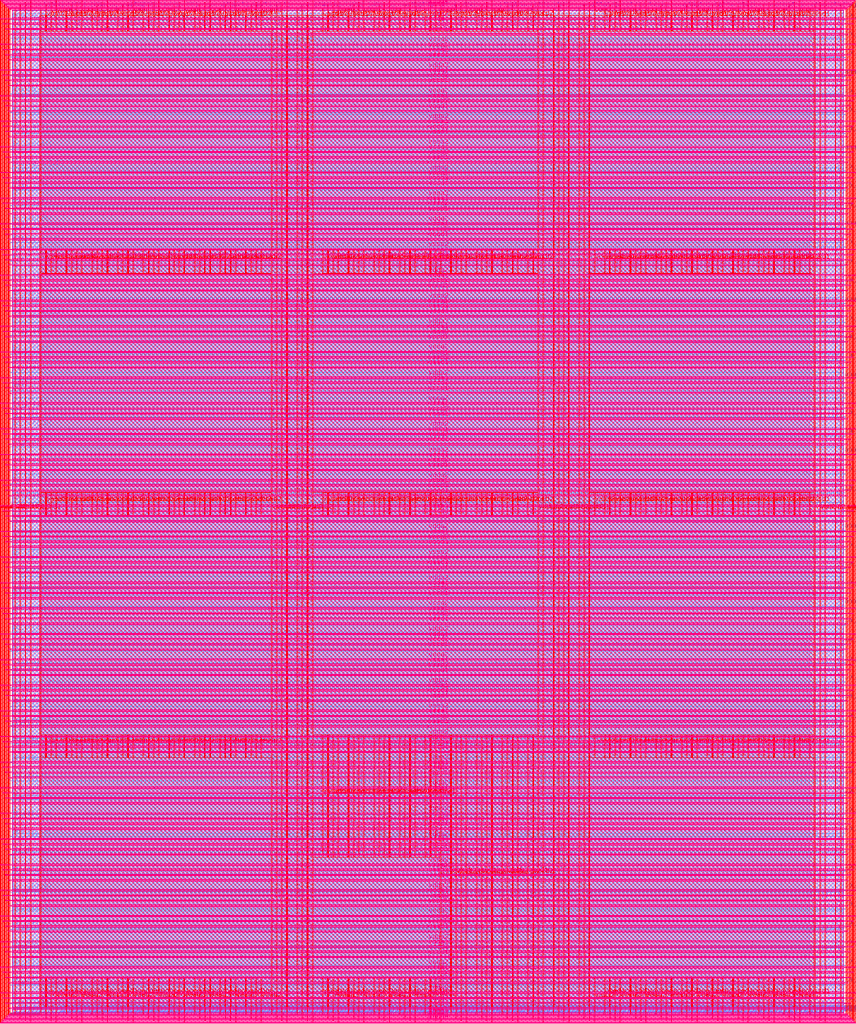
<source format=lef>
VERSION 5.7 ;
  NOWIREEXTENSIONATPIN ON ;
  DIVIDERCHAR "/" ;
  BUSBITCHARS "[]" ;
MACRO user_project_wrapper
  CLASS BLOCK ;
  FOREIGN user_project_wrapper ;
  ORIGIN 0.000 0.000 ;
  SIZE 2920.000 BY 3520.000 ;
  PIN analog_io[0]
    DIRECTION INOUT ;
    USE SIGNAL ;
    PORT
      LAYER met3 ;
        RECT 2917.600 1426.380 2924.800 1427.580 ;
    END
  END analog_io[0]
  PIN analog_io[10]
    DIRECTION INOUT ;
    USE SIGNAL ;
    PORT
      LAYER met2 ;
        RECT 2230.490 3517.600 2231.050 3524.800 ;
    END
  END analog_io[10]
  PIN analog_io[11]
    DIRECTION INOUT ;
    USE SIGNAL ;
    PORT
      LAYER met2 ;
        RECT 1905.730 3517.600 1906.290 3524.800 ;
    END
  END analog_io[11]
  PIN analog_io[12]
    DIRECTION INOUT ;
    USE SIGNAL ;
    PORT
      LAYER met2 ;
        RECT 1581.430 3517.600 1581.990 3524.800 ;
    END
  END analog_io[12]
  PIN analog_io[13]
    DIRECTION INOUT ;
    USE SIGNAL ;
    PORT
      LAYER met2 ;
        RECT 1257.130 3517.600 1257.690 3524.800 ;
    END
  END analog_io[13]
  PIN analog_io[14]
    DIRECTION INOUT ;
    USE SIGNAL ;
    PORT
      LAYER met2 ;
        RECT 932.370 3517.600 932.930 3524.800 ;
    END
  END analog_io[14]
  PIN analog_io[15]
    DIRECTION INOUT ;
    USE SIGNAL ;
    PORT
      LAYER met2 ;
        RECT 608.070 3517.600 608.630 3524.800 ;
    END
  END analog_io[15]
  PIN analog_io[16]
    DIRECTION INOUT ;
    USE SIGNAL ;
    PORT
      LAYER met2 ;
        RECT 283.770 3517.600 284.330 3524.800 ;
    END
  END analog_io[16]
  PIN analog_io[17]
    DIRECTION INOUT ;
    USE SIGNAL ;
    PORT
      LAYER met3 ;
        RECT -4.800 3486.100 2.400 3487.300 ;
    END
  END analog_io[17]
  PIN analog_io[18]
    DIRECTION INOUT ;
    USE SIGNAL ;
    PORT
      LAYER met3 ;
        RECT -4.800 3224.980 2.400 3226.180 ;
    END
  END analog_io[18]
  PIN analog_io[19]
    DIRECTION INOUT ;
    USE SIGNAL ;
    PORT
      LAYER met3 ;
        RECT -4.800 2964.540 2.400 2965.740 ;
    END
  END analog_io[19]
  PIN analog_io[1]
    DIRECTION INOUT ;
    USE SIGNAL ;
    PORT
      LAYER met3 ;
        RECT 2917.600 1692.260 2924.800 1693.460 ;
    END
  END analog_io[1]
  PIN analog_io[20]
    DIRECTION INOUT ;
    USE SIGNAL ;
    PORT
      LAYER met3 ;
        RECT -4.800 2703.420 2.400 2704.620 ;
    END
  END analog_io[20]
  PIN analog_io[21]
    DIRECTION INOUT ;
    USE SIGNAL ;
    PORT
      LAYER met3 ;
        RECT -4.800 2442.980 2.400 2444.180 ;
    END
  END analog_io[21]
  PIN analog_io[22]
    DIRECTION INOUT ;
    USE SIGNAL ;
    PORT
      LAYER met3 ;
        RECT -4.800 2182.540 2.400 2183.740 ;
    END
  END analog_io[22]
  PIN analog_io[23]
    DIRECTION INOUT ;
    USE SIGNAL ;
    PORT
      LAYER met3 ;
        RECT -4.800 1921.420 2.400 1922.620 ;
    END
  END analog_io[23]
  PIN analog_io[24]
    DIRECTION INOUT ;
    USE SIGNAL ;
    PORT
      LAYER met3 ;
        RECT -4.800 1660.980 2.400 1662.180 ;
    END
  END analog_io[24]
  PIN analog_io[25]
    DIRECTION INOUT ;
    USE SIGNAL ;
    PORT
      LAYER met3 ;
        RECT -4.800 1399.860 2.400 1401.060 ;
    END
  END analog_io[25]
  PIN analog_io[26]
    DIRECTION INOUT ;
    USE SIGNAL ;
    PORT
      LAYER met3 ;
        RECT -4.800 1139.420 2.400 1140.620 ;
    END
  END analog_io[26]
  PIN analog_io[27]
    DIRECTION INOUT ;
    USE SIGNAL ;
    PORT
      LAYER met3 ;
        RECT -4.800 878.980 2.400 880.180 ;
    END
  END analog_io[27]
  PIN analog_io[28]
    DIRECTION INOUT ;
    USE SIGNAL ;
    PORT
      LAYER met3 ;
        RECT -4.800 617.860 2.400 619.060 ;
    END
  END analog_io[28]
  PIN analog_io[2]
    DIRECTION INOUT ;
    USE SIGNAL ;
    PORT
      LAYER met3 ;
        RECT 2917.600 1958.140 2924.800 1959.340 ;
    END
  END analog_io[2]
  PIN analog_io[3]
    DIRECTION INOUT ;
    USE SIGNAL ;
    PORT
      LAYER met3 ;
        RECT 2917.600 2223.340 2924.800 2224.540 ;
    END
  END analog_io[3]
  PIN analog_io[4]
    DIRECTION INOUT ;
    USE SIGNAL ;
    PORT
      LAYER met3 ;
        RECT 2917.600 2489.220 2924.800 2490.420 ;
    END
  END analog_io[4]
  PIN analog_io[5]
    DIRECTION INOUT ;
    USE SIGNAL ;
    PORT
      LAYER met3 ;
        RECT 2917.600 2755.100 2924.800 2756.300 ;
    END
  END analog_io[5]
  PIN analog_io[6]
    DIRECTION INOUT ;
    USE SIGNAL ;
    PORT
      LAYER met3 ;
        RECT 2917.600 3020.300 2924.800 3021.500 ;
    END
  END analog_io[6]
  PIN analog_io[7]
    DIRECTION INOUT ;
    USE SIGNAL ;
    PORT
      LAYER met3 ;
        RECT 2917.600 3286.180 2924.800 3287.380 ;
    END
  END analog_io[7]
  PIN analog_io[8]
    DIRECTION INOUT ;
    USE SIGNAL ;
    PORT
      LAYER met2 ;
        RECT 2879.090 3517.600 2879.650 3524.800 ;
    END
  END analog_io[8]
  PIN analog_io[9]
    DIRECTION INOUT ;
    USE SIGNAL ;
    PORT
      LAYER met2 ;
        RECT 2554.790 3517.600 2555.350 3524.800 ;
    END
  END analog_io[9]
  PIN io_in[0]
    DIRECTION INPUT ;
    USE SIGNAL ;
    PORT
      LAYER met3 ;
        RECT 2917.600 32.380 2924.800 33.580 ;
    END
  END io_in[0]
  PIN io_in[10]
    DIRECTION INPUT ;
    USE SIGNAL ;
    PORT
      LAYER met3 ;
        RECT 2917.600 2289.980 2924.800 2291.180 ;
    END
  END io_in[10]
  PIN io_in[11]
    DIRECTION INPUT ;
    USE SIGNAL ;
    PORT
      LAYER met3 ;
        RECT 2917.600 2555.860 2924.800 2557.060 ;
    END
  END io_in[11]
  PIN io_in[12]
    DIRECTION INPUT ;
    USE SIGNAL ;
    PORT
      LAYER met3 ;
        RECT 2917.600 2821.060 2924.800 2822.260 ;
    END
  END io_in[12]
  PIN io_in[13]
    DIRECTION INPUT ;
    USE SIGNAL ;
    PORT
      LAYER met3 ;
        RECT 2917.600 3086.940 2924.800 3088.140 ;
    END
  END io_in[13]
  PIN io_in[14]
    DIRECTION INPUT ;
    USE SIGNAL ;
    PORT
      LAYER met3 ;
        RECT 2917.600 3352.820 2924.800 3354.020 ;
    END
  END io_in[14]
  PIN io_in[15]
    DIRECTION INPUT ;
    USE SIGNAL ;
    PORT
      LAYER met2 ;
        RECT 2798.130 3517.600 2798.690 3524.800 ;
    END
  END io_in[15]
  PIN io_in[16]
    DIRECTION INPUT ;
    USE SIGNAL ;
    PORT
      LAYER met2 ;
        RECT 2473.830 3517.600 2474.390 3524.800 ;
    END
  END io_in[16]
  PIN io_in[17]
    DIRECTION INPUT ;
    USE SIGNAL ;
    PORT
      LAYER met2 ;
        RECT 2149.070 3517.600 2149.630 3524.800 ;
    END
  END io_in[17]
  PIN io_in[18]
    DIRECTION INPUT ;
    USE SIGNAL ;
    PORT
      LAYER met2 ;
        RECT 1824.770 3517.600 1825.330 3524.800 ;
    END
  END io_in[18]
  PIN io_in[19]
    DIRECTION INPUT ;
    USE SIGNAL ;
    PORT
      LAYER met2 ;
        RECT 1500.470 3517.600 1501.030 3524.800 ;
    END
  END io_in[19]
  PIN io_in[1]
    DIRECTION INPUT ;
    USE SIGNAL ;
    PORT
      LAYER met3 ;
        RECT 2917.600 230.940 2924.800 232.140 ;
    END
  END io_in[1]
  PIN io_in[20]
    DIRECTION INPUT ;
    USE SIGNAL ;
    PORT
      LAYER met2 ;
        RECT 1175.710 3517.600 1176.270 3524.800 ;
    END
  END io_in[20]
  PIN io_in[21]
    DIRECTION INPUT ;
    USE SIGNAL ;
    PORT
      LAYER met2 ;
        RECT 851.410 3517.600 851.970 3524.800 ;
    END
  END io_in[21]
  PIN io_in[22]
    DIRECTION INPUT ;
    USE SIGNAL ;
    PORT
      LAYER met2 ;
        RECT 527.110 3517.600 527.670 3524.800 ;
    END
  END io_in[22]
  PIN io_in[23]
    DIRECTION INPUT ;
    USE SIGNAL ;
    PORT
      LAYER met2 ;
        RECT 202.350 3517.600 202.910 3524.800 ;
    END
  END io_in[23]
  PIN io_in[24]
    DIRECTION INPUT ;
    USE SIGNAL ;
    PORT
      LAYER met3 ;
        RECT -4.800 3420.820 2.400 3422.020 ;
    END
  END io_in[24]
  PIN io_in[25]
    DIRECTION INPUT ;
    USE SIGNAL ;
    PORT
      LAYER met3 ;
        RECT -4.800 3159.700 2.400 3160.900 ;
    END
  END io_in[25]
  PIN io_in[26]
    DIRECTION INPUT ;
    USE SIGNAL ;
    PORT
      LAYER met3 ;
        RECT -4.800 2899.260 2.400 2900.460 ;
    END
  END io_in[26]
  PIN io_in[27]
    DIRECTION INPUT ;
    USE SIGNAL ;
    PORT
      LAYER met3 ;
        RECT -4.800 2638.820 2.400 2640.020 ;
    END
  END io_in[27]
  PIN io_in[28]
    DIRECTION INPUT ;
    USE SIGNAL ;
    PORT
      LAYER met3 ;
        RECT -4.800 2377.700 2.400 2378.900 ;
    END
  END io_in[28]
  PIN io_in[29]
    DIRECTION INPUT ;
    USE SIGNAL ;
    PORT
      LAYER met3 ;
        RECT -4.800 2117.260 2.400 2118.460 ;
    END
  END io_in[29]
  PIN io_in[2]
    DIRECTION INPUT ;
    USE SIGNAL ;
    PORT
      LAYER met3 ;
        RECT 2917.600 430.180 2924.800 431.380 ;
    END
  END io_in[2]
  PIN io_in[30]
    DIRECTION INPUT ;
    USE SIGNAL ;
    PORT
      LAYER met3 ;
        RECT -4.800 1856.140 2.400 1857.340 ;
    END
  END io_in[30]
  PIN io_in[31]
    DIRECTION INPUT ;
    USE SIGNAL ;
    PORT
      LAYER met3 ;
        RECT -4.800 1595.700 2.400 1596.900 ;
    END
  END io_in[31]
  PIN io_in[32]
    DIRECTION INPUT ;
    USE SIGNAL ;
    PORT
      LAYER met3 ;
        RECT -4.800 1335.260 2.400 1336.460 ;
    END
  END io_in[32]
  PIN io_in[33]
    DIRECTION INPUT ;
    USE SIGNAL ;
    PORT
      LAYER met3 ;
        RECT -4.800 1074.140 2.400 1075.340 ;
    END
  END io_in[33]
  PIN io_in[34]
    DIRECTION INPUT ;
    USE SIGNAL ;
    PORT
      LAYER met3 ;
        RECT -4.800 813.700 2.400 814.900 ;
    END
  END io_in[34]
  PIN io_in[35]
    DIRECTION INPUT ;
    USE SIGNAL ;
    PORT
      LAYER met3 ;
        RECT -4.800 552.580 2.400 553.780 ;
    END
  END io_in[35]
  PIN io_in[36]
    DIRECTION INPUT ;
    USE SIGNAL ;
    PORT
      LAYER met3 ;
        RECT -4.800 357.420 2.400 358.620 ;
    END
  END io_in[36]
  PIN io_in[37]
    DIRECTION INPUT ;
    USE SIGNAL ;
    PORT
      LAYER met3 ;
        RECT -4.800 161.580 2.400 162.780 ;
    END
  END io_in[37]
  PIN io_in[3]
    DIRECTION INPUT ;
    USE SIGNAL ;
    PORT
      LAYER met3 ;
        RECT 2917.600 629.420 2924.800 630.620 ;
    END
  END io_in[3]
  PIN io_in[4]
    DIRECTION INPUT ;
    USE SIGNAL ;
    PORT
      LAYER met3 ;
        RECT 2917.600 828.660 2924.800 829.860 ;
    END
  END io_in[4]
  PIN io_in[5]
    DIRECTION INPUT ;
    USE SIGNAL ;
    PORT
      LAYER met3 ;
        RECT 2917.600 1027.900 2924.800 1029.100 ;
    END
  END io_in[5]
  PIN io_in[6]
    DIRECTION INPUT ;
    USE SIGNAL ;
    PORT
      LAYER met3 ;
        RECT 2917.600 1227.140 2924.800 1228.340 ;
    END
  END io_in[6]
  PIN io_in[7]
    DIRECTION INPUT ;
    USE SIGNAL ;
    PORT
      LAYER met3 ;
        RECT 2917.600 1493.020 2924.800 1494.220 ;
    END
  END io_in[7]
  PIN io_in[8]
    DIRECTION INPUT ;
    USE SIGNAL ;
    PORT
      LAYER met3 ;
        RECT 2917.600 1758.900 2924.800 1760.100 ;
    END
  END io_in[8]
  PIN io_in[9]
    DIRECTION INPUT ;
    USE SIGNAL ;
    PORT
      LAYER met3 ;
        RECT 2917.600 2024.100 2924.800 2025.300 ;
    END
  END io_in[9]
  PIN io_oeb[0]
    DIRECTION OUTPUT TRISTATE ;
    USE SIGNAL ;
    PORT
      LAYER met3 ;
        RECT 2917.600 164.980 2924.800 166.180 ;
    END
  END io_oeb[0]
  PIN io_oeb[10]
    DIRECTION OUTPUT TRISTATE ;
    USE SIGNAL ;
    PORT
      LAYER met3 ;
        RECT 2917.600 2422.580 2924.800 2423.780 ;
    END
  END io_oeb[10]
  PIN io_oeb[11]
    DIRECTION OUTPUT TRISTATE ;
    USE SIGNAL ;
    PORT
      LAYER met3 ;
        RECT 2917.600 2688.460 2924.800 2689.660 ;
    END
  END io_oeb[11]
  PIN io_oeb[12]
    DIRECTION OUTPUT TRISTATE ;
    USE SIGNAL ;
    PORT
      LAYER met3 ;
        RECT 2917.600 2954.340 2924.800 2955.540 ;
    END
  END io_oeb[12]
  PIN io_oeb[13]
    DIRECTION OUTPUT TRISTATE ;
    USE SIGNAL ;
    PORT
      LAYER met3 ;
        RECT 2917.600 3219.540 2924.800 3220.740 ;
    END
  END io_oeb[13]
  PIN io_oeb[14]
    DIRECTION OUTPUT TRISTATE ;
    USE SIGNAL ;
    PORT
      LAYER met3 ;
        RECT 2917.600 3485.420 2924.800 3486.620 ;
    END
  END io_oeb[14]
  PIN io_oeb[15]
    DIRECTION OUTPUT TRISTATE ;
    USE SIGNAL ;
    PORT
      LAYER met2 ;
        RECT 2635.750 3517.600 2636.310 3524.800 ;
    END
  END io_oeb[15]
  PIN io_oeb[16]
    DIRECTION OUTPUT TRISTATE ;
    USE SIGNAL ;
    PORT
      LAYER met2 ;
        RECT 2311.450 3517.600 2312.010 3524.800 ;
    END
  END io_oeb[16]
  PIN io_oeb[17]
    DIRECTION OUTPUT TRISTATE ;
    USE SIGNAL ;
    PORT
      LAYER met2 ;
        RECT 1987.150 3517.600 1987.710 3524.800 ;
    END
  END io_oeb[17]
  PIN io_oeb[18]
    DIRECTION OUTPUT TRISTATE ;
    USE SIGNAL ;
    PORT
      LAYER met2 ;
        RECT 1662.390 3517.600 1662.950 3524.800 ;
    END
  END io_oeb[18]
  PIN io_oeb[19]
    DIRECTION OUTPUT TRISTATE ;
    USE SIGNAL ;
    PORT
      LAYER met2 ;
        RECT 1338.090 3517.600 1338.650 3524.800 ;
    END
  END io_oeb[19]
  PIN io_oeb[1]
    DIRECTION OUTPUT TRISTATE ;
    USE SIGNAL ;
    PORT
      LAYER met3 ;
        RECT 2917.600 364.220 2924.800 365.420 ;
    END
  END io_oeb[1]
  PIN io_oeb[20]
    DIRECTION OUTPUT TRISTATE ;
    USE SIGNAL ;
    PORT
      LAYER met2 ;
        RECT 1013.790 3517.600 1014.350 3524.800 ;
    END
  END io_oeb[20]
  PIN io_oeb[21]
    DIRECTION OUTPUT TRISTATE ;
    USE SIGNAL ;
    PORT
      LAYER met2 ;
        RECT 689.030 3517.600 689.590 3524.800 ;
    END
  END io_oeb[21]
  PIN io_oeb[22]
    DIRECTION OUTPUT TRISTATE ;
    USE SIGNAL ;
    PORT
      LAYER met2 ;
        RECT 364.730 3517.600 365.290 3524.800 ;
    END
  END io_oeb[22]
  PIN io_oeb[23]
    DIRECTION OUTPUT TRISTATE ;
    USE SIGNAL ;
    PORT
      LAYER met2 ;
        RECT 40.430 3517.600 40.990 3524.800 ;
    END
  END io_oeb[23]
  PIN io_oeb[24]
    DIRECTION OUTPUT TRISTATE ;
    USE SIGNAL ;
    PORT
      LAYER met3 ;
        RECT -4.800 3290.260 2.400 3291.460 ;
    END
  END io_oeb[24]
  PIN io_oeb[25]
    DIRECTION OUTPUT TRISTATE ;
    USE SIGNAL ;
    PORT
      LAYER met3 ;
        RECT -4.800 3029.820 2.400 3031.020 ;
    END
  END io_oeb[25]
  PIN io_oeb[26]
    DIRECTION OUTPUT TRISTATE ;
    USE SIGNAL ;
    PORT
      LAYER met3 ;
        RECT -4.800 2768.700 2.400 2769.900 ;
    END
  END io_oeb[26]
  PIN io_oeb[27]
    DIRECTION OUTPUT TRISTATE ;
    USE SIGNAL ;
    PORT
      LAYER met3 ;
        RECT -4.800 2508.260 2.400 2509.460 ;
    END
  END io_oeb[27]
  PIN io_oeb[28]
    DIRECTION OUTPUT TRISTATE ;
    USE SIGNAL ;
    PORT
      LAYER met3 ;
        RECT -4.800 2247.140 2.400 2248.340 ;
    END
  END io_oeb[28]
  PIN io_oeb[29]
    DIRECTION OUTPUT TRISTATE ;
    USE SIGNAL ;
    PORT
      LAYER met3 ;
        RECT -4.800 1986.700 2.400 1987.900 ;
    END
  END io_oeb[29]
  PIN io_oeb[2]
    DIRECTION OUTPUT TRISTATE ;
    USE SIGNAL ;
    PORT
      LAYER met3 ;
        RECT 2917.600 563.460 2924.800 564.660 ;
    END
  END io_oeb[2]
  PIN io_oeb[30]
    DIRECTION OUTPUT TRISTATE ;
    USE SIGNAL ;
    PORT
      LAYER met3 ;
        RECT -4.800 1726.260 2.400 1727.460 ;
    END
  END io_oeb[30]
  PIN io_oeb[31]
    DIRECTION OUTPUT TRISTATE ;
    USE SIGNAL ;
    PORT
      LAYER met3 ;
        RECT -4.800 1465.140 2.400 1466.340 ;
    END
  END io_oeb[31]
  PIN io_oeb[32]
    DIRECTION OUTPUT TRISTATE ;
    USE SIGNAL ;
    PORT
      LAYER met3 ;
        RECT -4.800 1204.700 2.400 1205.900 ;
    END
  END io_oeb[32]
  PIN io_oeb[33]
    DIRECTION OUTPUT TRISTATE ;
    USE SIGNAL ;
    PORT
      LAYER met3 ;
        RECT -4.800 943.580 2.400 944.780 ;
    END
  END io_oeb[33]
  PIN io_oeb[34]
    DIRECTION OUTPUT TRISTATE ;
    USE SIGNAL ;
    PORT
      LAYER met3 ;
        RECT -4.800 683.140 2.400 684.340 ;
    END
  END io_oeb[34]
  PIN io_oeb[35]
    DIRECTION OUTPUT TRISTATE ;
    USE SIGNAL ;
    PORT
      LAYER met3 ;
        RECT -4.800 422.700 2.400 423.900 ;
    END
  END io_oeb[35]
  PIN io_oeb[36]
    DIRECTION OUTPUT TRISTATE ;
    USE SIGNAL ;
    PORT
      LAYER met3 ;
        RECT -4.800 226.860 2.400 228.060 ;
    END
  END io_oeb[36]
  PIN io_oeb[37]
    DIRECTION OUTPUT TRISTATE ;
    USE SIGNAL ;
    PORT
      LAYER met3 ;
        RECT -4.800 31.700 2.400 32.900 ;
    END
  END io_oeb[37]
  PIN io_oeb[3]
    DIRECTION OUTPUT TRISTATE ;
    USE SIGNAL ;
    PORT
      LAYER met3 ;
        RECT 2917.600 762.700 2924.800 763.900 ;
    END
  END io_oeb[3]
  PIN io_oeb[4]
    DIRECTION OUTPUT TRISTATE ;
    USE SIGNAL ;
    PORT
      LAYER met3 ;
        RECT 2917.600 961.940 2924.800 963.140 ;
    END
  END io_oeb[4]
  PIN io_oeb[5]
    DIRECTION OUTPUT TRISTATE ;
    USE SIGNAL ;
    PORT
      LAYER met3 ;
        RECT 2917.600 1161.180 2924.800 1162.380 ;
    END
  END io_oeb[5]
  PIN io_oeb[6]
    DIRECTION OUTPUT TRISTATE ;
    USE SIGNAL ;
    PORT
      LAYER met3 ;
        RECT 2917.600 1360.420 2924.800 1361.620 ;
    END
  END io_oeb[6]
  PIN io_oeb[7]
    DIRECTION OUTPUT TRISTATE ;
    USE SIGNAL ;
    PORT
      LAYER met3 ;
        RECT 2917.600 1625.620 2924.800 1626.820 ;
    END
  END io_oeb[7]
  PIN io_oeb[8]
    DIRECTION OUTPUT TRISTATE ;
    USE SIGNAL ;
    PORT
      LAYER met3 ;
        RECT 2917.600 1891.500 2924.800 1892.700 ;
    END
  END io_oeb[8]
  PIN io_oeb[9]
    DIRECTION OUTPUT TRISTATE ;
    USE SIGNAL ;
    PORT
      LAYER met3 ;
        RECT 2917.600 2157.380 2924.800 2158.580 ;
    END
  END io_oeb[9]
  PIN io_out[0]
    DIRECTION OUTPUT TRISTATE ;
    USE SIGNAL ;
    PORT
      LAYER met3 ;
        RECT 2917.600 98.340 2924.800 99.540 ;
    END
  END io_out[0]
  PIN io_out[10]
    DIRECTION OUTPUT TRISTATE ;
    USE SIGNAL ;
    PORT
      LAYER met3 ;
        RECT 2917.600 2356.620 2924.800 2357.820 ;
    END
  END io_out[10]
  PIN io_out[11]
    DIRECTION OUTPUT TRISTATE ;
    USE SIGNAL ;
    PORT
      LAYER met3 ;
        RECT 2917.600 2621.820 2924.800 2623.020 ;
    END
  END io_out[11]
  PIN io_out[12]
    DIRECTION OUTPUT TRISTATE ;
    USE SIGNAL ;
    PORT
      LAYER met3 ;
        RECT 2917.600 2887.700 2924.800 2888.900 ;
    END
  END io_out[12]
  PIN io_out[13]
    DIRECTION OUTPUT TRISTATE ;
    USE SIGNAL ;
    PORT
      LAYER met3 ;
        RECT 2917.600 3153.580 2924.800 3154.780 ;
    END
  END io_out[13]
  PIN io_out[14]
    DIRECTION OUTPUT TRISTATE ;
    USE SIGNAL ;
    PORT
      LAYER met3 ;
        RECT 2917.600 3418.780 2924.800 3419.980 ;
    END
  END io_out[14]
  PIN io_out[15]
    DIRECTION OUTPUT TRISTATE ;
    USE SIGNAL ;
    PORT
      LAYER met2 ;
        RECT 2717.170 3517.600 2717.730 3524.800 ;
    END
  END io_out[15]
  PIN io_out[16]
    DIRECTION OUTPUT TRISTATE ;
    USE SIGNAL ;
    PORT
      LAYER met2 ;
        RECT 2392.410 3517.600 2392.970 3524.800 ;
    END
  END io_out[16]
  PIN io_out[17]
    DIRECTION OUTPUT TRISTATE ;
    USE SIGNAL ;
    PORT
      LAYER met2 ;
        RECT 2068.110 3517.600 2068.670 3524.800 ;
    END
  END io_out[17]
  PIN io_out[18]
    DIRECTION OUTPUT TRISTATE ;
    USE SIGNAL ;
    PORT
      LAYER met2 ;
        RECT 1743.810 3517.600 1744.370 3524.800 ;
    END
  END io_out[18]
  PIN io_out[19]
    DIRECTION OUTPUT TRISTATE ;
    USE SIGNAL ;
    PORT
      LAYER met2 ;
        RECT 1419.050 3517.600 1419.610 3524.800 ;
    END
  END io_out[19]
  PIN io_out[1]
    DIRECTION OUTPUT TRISTATE ;
    USE SIGNAL ;
    PORT
      LAYER met3 ;
        RECT 2917.600 297.580 2924.800 298.780 ;
    END
  END io_out[1]
  PIN io_out[20]
    DIRECTION OUTPUT TRISTATE ;
    USE SIGNAL ;
    PORT
      LAYER met2 ;
        RECT 1094.750 3517.600 1095.310 3524.800 ;
    END
  END io_out[20]
  PIN io_out[21]
    DIRECTION OUTPUT TRISTATE ;
    USE SIGNAL ;
    PORT
      LAYER met2 ;
        RECT 770.450 3517.600 771.010 3524.800 ;
    END
  END io_out[21]
  PIN io_out[22]
    DIRECTION OUTPUT TRISTATE ;
    USE SIGNAL ;
    PORT
      LAYER met2 ;
        RECT 445.690 3517.600 446.250 3524.800 ;
    END
  END io_out[22]
  PIN io_out[23]
    DIRECTION OUTPUT TRISTATE ;
    USE SIGNAL ;
    PORT
      LAYER met2 ;
        RECT 121.390 3517.600 121.950 3524.800 ;
    END
  END io_out[23]
  PIN io_out[24]
    DIRECTION OUTPUT TRISTATE ;
    USE SIGNAL ;
    PORT
      LAYER met3 ;
        RECT -4.800 3355.540 2.400 3356.740 ;
    END
  END io_out[24]
  PIN io_out[25]
    DIRECTION OUTPUT TRISTATE ;
    USE SIGNAL ;
    PORT
      LAYER met3 ;
        RECT -4.800 3095.100 2.400 3096.300 ;
    END
  END io_out[25]
  PIN io_out[26]
    DIRECTION OUTPUT TRISTATE ;
    USE SIGNAL ;
    PORT
      LAYER met3 ;
        RECT -4.800 2833.980 2.400 2835.180 ;
    END
  END io_out[26]
  PIN io_out[27]
    DIRECTION OUTPUT TRISTATE ;
    USE SIGNAL ;
    PORT
      LAYER met3 ;
        RECT -4.800 2573.540 2.400 2574.740 ;
    END
  END io_out[27]
  PIN io_out[28]
    DIRECTION OUTPUT TRISTATE ;
    USE SIGNAL ;
    PORT
      LAYER met3 ;
        RECT -4.800 2312.420 2.400 2313.620 ;
    END
  END io_out[28]
  PIN io_out[29]
    DIRECTION OUTPUT TRISTATE ;
    USE SIGNAL ;
    PORT
      LAYER met3 ;
        RECT -4.800 2051.980 2.400 2053.180 ;
    END
  END io_out[29]
  PIN io_out[2]
    DIRECTION OUTPUT TRISTATE ;
    USE SIGNAL ;
    PORT
      LAYER met3 ;
        RECT 2917.600 496.820 2924.800 498.020 ;
    END
  END io_out[2]
  PIN io_out[30]
    DIRECTION OUTPUT TRISTATE ;
    USE SIGNAL ;
    PORT
      LAYER met3 ;
        RECT -4.800 1791.540 2.400 1792.740 ;
    END
  END io_out[30]
  PIN io_out[31]
    DIRECTION OUTPUT TRISTATE ;
    USE SIGNAL ;
    PORT
      LAYER met3 ;
        RECT -4.800 1530.420 2.400 1531.620 ;
    END
  END io_out[31]
  PIN io_out[32]
    DIRECTION OUTPUT TRISTATE ;
    USE SIGNAL ;
    PORT
      LAYER met3 ;
        RECT -4.800 1269.980 2.400 1271.180 ;
    END
  END io_out[32]
  PIN io_out[33]
    DIRECTION OUTPUT TRISTATE ;
    USE SIGNAL ;
    PORT
      LAYER met3 ;
        RECT -4.800 1008.860 2.400 1010.060 ;
    END
  END io_out[33]
  PIN io_out[34]
    DIRECTION OUTPUT TRISTATE ;
    USE SIGNAL ;
    PORT
      LAYER met3 ;
        RECT -4.800 748.420 2.400 749.620 ;
    END
  END io_out[34]
  PIN io_out[35]
    DIRECTION OUTPUT TRISTATE ;
    USE SIGNAL ;
    PORT
      LAYER met3 ;
        RECT -4.800 487.300 2.400 488.500 ;
    END
  END io_out[35]
  PIN io_out[36]
    DIRECTION OUTPUT TRISTATE ;
    USE SIGNAL ;
    PORT
      LAYER met3 ;
        RECT -4.800 292.140 2.400 293.340 ;
    END
  END io_out[36]
  PIN io_out[37]
    DIRECTION OUTPUT TRISTATE ;
    USE SIGNAL ;
    PORT
      LAYER met3 ;
        RECT -4.800 96.300 2.400 97.500 ;
    END
  END io_out[37]
  PIN io_out[3]
    DIRECTION OUTPUT TRISTATE ;
    USE SIGNAL ;
    PORT
      LAYER met3 ;
        RECT 2917.600 696.060 2924.800 697.260 ;
    END
  END io_out[3]
  PIN io_out[4]
    DIRECTION OUTPUT TRISTATE ;
    USE SIGNAL ;
    PORT
      LAYER met3 ;
        RECT 2917.600 895.300 2924.800 896.500 ;
    END
  END io_out[4]
  PIN io_out[5]
    DIRECTION OUTPUT TRISTATE ;
    USE SIGNAL ;
    PORT
      LAYER met3 ;
        RECT 2917.600 1094.540 2924.800 1095.740 ;
    END
  END io_out[5]
  PIN io_out[6]
    DIRECTION OUTPUT TRISTATE ;
    USE SIGNAL ;
    PORT
      LAYER met3 ;
        RECT 2917.600 1293.780 2924.800 1294.980 ;
    END
  END io_out[6]
  PIN io_out[7]
    DIRECTION OUTPUT TRISTATE ;
    USE SIGNAL ;
    PORT
      LAYER met3 ;
        RECT 2917.600 1559.660 2924.800 1560.860 ;
    END
  END io_out[7]
  PIN io_out[8]
    DIRECTION OUTPUT TRISTATE ;
    USE SIGNAL ;
    PORT
      LAYER met3 ;
        RECT 2917.600 1824.860 2924.800 1826.060 ;
    END
  END io_out[8]
  PIN io_out[9]
    DIRECTION OUTPUT TRISTATE ;
    USE SIGNAL ;
    PORT
      LAYER met3 ;
        RECT 2917.600 2090.740 2924.800 2091.940 ;
    END
  END io_out[9]
  PIN la_data_in[0]
    DIRECTION INPUT ;
    USE SIGNAL ;
    PORT
      LAYER met2 ;
        RECT 629.230 -4.800 629.790 2.400 ;
    END
  END la_data_in[0]
  PIN la_data_in[100]
    DIRECTION INPUT ;
    USE SIGNAL ;
    PORT
      LAYER met2 ;
        RECT 2402.530 -4.800 2403.090 2.400 ;
    END
  END la_data_in[100]
  PIN la_data_in[101]
    DIRECTION INPUT ;
    USE SIGNAL ;
    PORT
      LAYER met2 ;
        RECT 2420.010 -4.800 2420.570 2.400 ;
    END
  END la_data_in[101]
  PIN la_data_in[102]
    DIRECTION INPUT ;
    USE SIGNAL ;
    PORT
      LAYER met2 ;
        RECT 2437.950 -4.800 2438.510 2.400 ;
    END
  END la_data_in[102]
  PIN la_data_in[103]
    DIRECTION INPUT ;
    USE SIGNAL ;
    PORT
      LAYER met2 ;
        RECT 2455.430 -4.800 2455.990 2.400 ;
    END
  END la_data_in[103]
  PIN la_data_in[104]
    DIRECTION INPUT ;
    USE SIGNAL ;
    PORT
      LAYER met2 ;
        RECT 2473.370 -4.800 2473.930 2.400 ;
    END
  END la_data_in[104]
  PIN la_data_in[105]
    DIRECTION INPUT ;
    USE SIGNAL ;
    PORT
      LAYER met2 ;
        RECT 2490.850 -4.800 2491.410 2.400 ;
    END
  END la_data_in[105]
  PIN la_data_in[106]
    DIRECTION INPUT ;
    USE SIGNAL ;
    PORT
      LAYER met2 ;
        RECT 2508.790 -4.800 2509.350 2.400 ;
    END
  END la_data_in[106]
  PIN la_data_in[107]
    DIRECTION INPUT ;
    USE SIGNAL ;
    PORT
      LAYER met2 ;
        RECT 2526.730 -4.800 2527.290 2.400 ;
    END
  END la_data_in[107]
  PIN la_data_in[108]
    DIRECTION INPUT ;
    USE SIGNAL ;
    PORT
      LAYER met2 ;
        RECT 2544.210 -4.800 2544.770 2.400 ;
    END
  END la_data_in[108]
  PIN la_data_in[109]
    DIRECTION INPUT ;
    USE SIGNAL ;
    PORT
      LAYER met2 ;
        RECT 2562.150 -4.800 2562.710 2.400 ;
    END
  END la_data_in[109]
  PIN la_data_in[10]
    DIRECTION INPUT ;
    USE SIGNAL ;
    PORT
      LAYER met2 ;
        RECT 806.330 -4.800 806.890 2.400 ;
    END
  END la_data_in[10]
  PIN la_data_in[110]
    DIRECTION INPUT ;
    USE SIGNAL ;
    PORT
      LAYER met2 ;
        RECT 2579.630 -4.800 2580.190 2.400 ;
    END
  END la_data_in[110]
  PIN la_data_in[111]
    DIRECTION INPUT ;
    USE SIGNAL ;
    PORT
      LAYER met2 ;
        RECT 2597.570 -4.800 2598.130 2.400 ;
    END
  END la_data_in[111]
  PIN la_data_in[112]
    DIRECTION INPUT ;
    USE SIGNAL ;
    PORT
      LAYER met2 ;
        RECT 2615.050 -4.800 2615.610 2.400 ;
    END
  END la_data_in[112]
  PIN la_data_in[113]
    DIRECTION INPUT ;
    USE SIGNAL ;
    PORT
      LAYER met2 ;
        RECT 2632.990 -4.800 2633.550 2.400 ;
    END
  END la_data_in[113]
  PIN la_data_in[114]
    DIRECTION INPUT ;
    USE SIGNAL ;
    PORT
      LAYER met2 ;
        RECT 2650.470 -4.800 2651.030 2.400 ;
    END
  END la_data_in[114]
  PIN la_data_in[115]
    DIRECTION INPUT ;
    USE SIGNAL ;
    PORT
      LAYER met2 ;
        RECT 2668.410 -4.800 2668.970 2.400 ;
    END
  END la_data_in[115]
  PIN la_data_in[116]
    DIRECTION INPUT ;
    USE SIGNAL ;
    PORT
      LAYER met2 ;
        RECT 2685.890 -4.800 2686.450 2.400 ;
    END
  END la_data_in[116]
  PIN la_data_in[117]
    DIRECTION INPUT ;
    USE SIGNAL ;
    PORT
      LAYER met2 ;
        RECT 2703.830 -4.800 2704.390 2.400 ;
    END
  END la_data_in[117]
  PIN la_data_in[118]
    DIRECTION INPUT ;
    USE SIGNAL ;
    PORT
      LAYER met2 ;
        RECT 2721.770 -4.800 2722.330 2.400 ;
    END
  END la_data_in[118]
  PIN la_data_in[119]
    DIRECTION INPUT ;
    USE SIGNAL ;
    PORT
      LAYER met2 ;
        RECT 2739.250 -4.800 2739.810 2.400 ;
    END
  END la_data_in[119]
  PIN la_data_in[11]
    DIRECTION INPUT ;
    USE SIGNAL ;
    PORT
      LAYER met2 ;
        RECT 824.270 -4.800 824.830 2.400 ;
    END
  END la_data_in[11]
  PIN la_data_in[120]
    DIRECTION INPUT ;
    USE SIGNAL ;
    PORT
      LAYER met2 ;
        RECT 2757.190 -4.800 2757.750 2.400 ;
    END
  END la_data_in[120]
  PIN la_data_in[121]
    DIRECTION INPUT ;
    USE SIGNAL ;
    PORT
      LAYER met2 ;
        RECT 2774.670 -4.800 2775.230 2.400 ;
    END
  END la_data_in[121]
  PIN la_data_in[122]
    DIRECTION INPUT ;
    USE SIGNAL ;
    PORT
      LAYER met2 ;
        RECT 2792.610 -4.800 2793.170 2.400 ;
    END
  END la_data_in[122]
  PIN la_data_in[123]
    DIRECTION INPUT ;
    USE SIGNAL ;
    PORT
      LAYER met2 ;
        RECT 2810.090 -4.800 2810.650 2.400 ;
    END
  END la_data_in[123]
  PIN la_data_in[124]
    DIRECTION INPUT ;
    USE SIGNAL ;
    PORT
      LAYER met2 ;
        RECT 2828.030 -4.800 2828.590 2.400 ;
    END
  END la_data_in[124]
  PIN la_data_in[125]
    DIRECTION INPUT ;
    USE SIGNAL ;
    PORT
      LAYER met2 ;
        RECT 2845.510 -4.800 2846.070 2.400 ;
    END
  END la_data_in[125]
  PIN la_data_in[126]
    DIRECTION INPUT ;
    USE SIGNAL ;
    PORT
      LAYER met2 ;
        RECT 2863.450 -4.800 2864.010 2.400 ;
    END
  END la_data_in[126]
  PIN la_data_in[127]
    DIRECTION INPUT ;
    USE SIGNAL ;
    PORT
      LAYER met2 ;
        RECT 2881.390 -4.800 2881.950 2.400 ;
    END
  END la_data_in[127]
  PIN la_data_in[12]
    DIRECTION INPUT ;
    USE SIGNAL ;
    PORT
      LAYER met2 ;
        RECT 841.750 -4.800 842.310 2.400 ;
    END
  END la_data_in[12]
  PIN la_data_in[13]
    DIRECTION INPUT ;
    USE SIGNAL ;
    PORT
      LAYER met2 ;
        RECT 859.690 -4.800 860.250 2.400 ;
    END
  END la_data_in[13]
  PIN la_data_in[14]
    DIRECTION INPUT ;
    USE SIGNAL ;
    PORT
      LAYER met2 ;
        RECT 877.170 -4.800 877.730 2.400 ;
    END
  END la_data_in[14]
  PIN la_data_in[15]
    DIRECTION INPUT ;
    USE SIGNAL ;
    PORT
      LAYER met2 ;
        RECT 895.110 -4.800 895.670 2.400 ;
    END
  END la_data_in[15]
  PIN la_data_in[16]
    DIRECTION INPUT ;
    USE SIGNAL ;
    PORT
      LAYER met2 ;
        RECT 912.590 -4.800 913.150 2.400 ;
    END
  END la_data_in[16]
  PIN la_data_in[17]
    DIRECTION INPUT ;
    USE SIGNAL ;
    PORT
      LAYER met2 ;
        RECT 930.530 -4.800 931.090 2.400 ;
    END
  END la_data_in[17]
  PIN la_data_in[18]
    DIRECTION INPUT ;
    USE SIGNAL ;
    PORT
      LAYER met2 ;
        RECT 948.470 -4.800 949.030 2.400 ;
    END
  END la_data_in[18]
  PIN la_data_in[19]
    DIRECTION INPUT ;
    USE SIGNAL ;
    PORT
      LAYER met2 ;
        RECT 965.950 -4.800 966.510 2.400 ;
    END
  END la_data_in[19]
  PIN la_data_in[1]
    DIRECTION INPUT ;
    USE SIGNAL ;
    PORT
      LAYER met2 ;
        RECT 646.710 -4.800 647.270 2.400 ;
    END
  END la_data_in[1]
  PIN la_data_in[20]
    DIRECTION INPUT ;
    USE SIGNAL ;
    PORT
      LAYER met2 ;
        RECT 983.890 -4.800 984.450 2.400 ;
    END
  END la_data_in[20]
  PIN la_data_in[21]
    DIRECTION INPUT ;
    USE SIGNAL ;
    PORT
      LAYER met2 ;
        RECT 1001.370 -4.800 1001.930 2.400 ;
    END
  END la_data_in[21]
  PIN la_data_in[22]
    DIRECTION INPUT ;
    USE SIGNAL ;
    PORT
      LAYER met2 ;
        RECT 1019.310 -4.800 1019.870 2.400 ;
    END
  END la_data_in[22]
  PIN la_data_in[23]
    DIRECTION INPUT ;
    USE SIGNAL ;
    PORT
      LAYER met2 ;
        RECT 1036.790 -4.800 1037.350 2.400 ;
    END
  END la_data_in[23]
  PIN la_data_in[24]
    DIRECTION INPUT ;
    USE SIGNAL ;
    PORT
      LAYER met2 ;
        RECT 1054.730 -4.800 1055.290 2.400 ;
    END
  END la_data_in[24]
  PIN la_data_in[25]
    DIRECTION INPUT ;
    USE SIGNAL ;
    PORT
      LAYER met2 ;
        RECT 1072.210 -4.800 1072.770 2.400 ;
    END
  END la_data_in[25]
  PIN la_data_in[26]
    DIRECTION INPUT ;
    USE SIGNAL ;
    PORT
      LAYER met2 ;
        RECT 1090.150 -4.800 1090.710 2.400 ;
    END
  END la_data_in[26]
  PIN la_data_in[27]
    DIRECTION INPUT ;
    USE SIGNAL ;
    PORT
      LAYER met2 ;
        RECT 1107.630 -4.800 1108.190 2.400 ;
    END
  END la_data_in[27]
  PIN la_data_in[28]
    DIRECTION INPUT ;
    USE SIGNAL ;
    PORT
      LAYER met2 ;
        RECT 1125.570 -4.800 1126.130 2.400 ;
    END
  END la_data_in[28]
  PIN la_data_in[29]
    DIRECTION INPUT ;
    USE SIGNAL ;
    PORT
      LAYER met2 ;
        RECT 1143.510 -4.800 1144.070 2.400 ;
    END
  END la_data_in[29]
  PIN la_data_in[2]
    DIRECTION INPUT ;
    USE SIGNAL ;
    PORT
      LAYER met2 ;
        RECT 664.650 -4.800 665.210 2.400 ;
    END
  END la_data_in[2]
  PIN la_data_in[30]
    DIRECTION INPUT ;
    USE SIGNAL ;
    PORT
      LAYER met2 ;
        RECT 1160.990 -4.800 1161.550 2.400 ;
    END
  END la_data_in[30]
  PIN la_data_in[31]
    DIRECTION INPUT ;
    USE SIGNAL ;
    PORT
      LAYER met2 ;
        RECT 1178.930 -4.800 1179.490 2.400 ;
    END
  END la_data_in[31]
  PIN la_data_in[32]
    DIRECTION INPUT ;
    USE SIGNAL ;
    PORT
      LAYER met2 ;
        RECT 1196.410 -4.800 1196.970 2.400 ;
    END
  END la_data_in[32]
  PIN la_data_in[33]
    DIRECTION INPUT ;
    USE SIGNAL ;
    PORT
      LAYER met2 ;
        RECT 1214.350 -4.800 1214.910 2.400 ;
    END
  END la_data_in[33]
  PIN la_data_in[34]
    DIRECTION INPUT ;
    USE SIGNAL ;
    PORT
      LAYER met2 ;
        RECT 1231.830 -4.800 1232.390 2.400 ;
    END
  END la_data_in[34]
  PIN la_data_in[35]
    DIRECTION INPUT ;
    USE SIGNAL ;
    PORT
      LAYER met2 ;
        RECT 1249.770 -4.800 1250.330 2.400 ;
    END
  END la_data_in[35]
  PIN la_data_in[36]
    DIRECTION INPUT ;
    USE SIGNAL ;
    PORT
      LAYER met2 ;
        RECT 1267.250 -4.800 1267.810 2.400 ;
    END
  END la_data_in[36]
  PIN la_data_in[37]
    DIRECTION INPUT ;
    USE SIGNAL ;
    PORT
      LAYER met2 ;
        RECT 1285.190 -4.800 1285.750 2.400 ;
    END
  END la_data_in[37]
  PIN la_data_in[38]
    DIRECTION INPUT ;
    USE SIGNAL ;
    PORT
      LAYER met2 ;
        RECT 1303.130 -4.800 1303.690 2.400 ;
    END
  END la_data_in[38]
  PIN la_data_in[39]
    DIRECTION INPUT ;
    USE SIGNAL ;
    PORT
      LAYER met2 ;
        RECT 1320.610 -4.800 1321.170 2.400 ;
    END
  END la_data_in[39]
  PIN la_data_in[3]
    DIRECTION INPUT ;
    USE SIGNAL ;
    PORT
      LAYER met2 ;
        RECT 682.130 -4.800 682.690 2.400 ;
    END
  END la_data_in[3]
  PIN la_data_in[40]
    DIRECTION INPUT ;
    USE SIGNAL ;
    PORT
      LAYER met2 ;
        RECT 1338.550 -4.800 1339.110 2.400 ;
    END
  END la_data_in[40]
  PIN la_data_in[41]
    DIRECTION INPUT ;
    USE SIGNAL ;
    PORT
      LAYER met2 ;
        RECT 1356.030 -4.800 1356.590 2.400 ;
    END
  END la_data_in[41]
  PIN la_data_in[42]
    DIRECTION INPUT ;
    USE SIGNAL ;
    PORT
      LAYER met2 ;
        RECT 1373.970 -4.800 1374.530 2.400 ;
    END
  END la_data_in[42]
  PIN la_data_in[43]
    DIRECTION INPUT ;
    USE SIGNAL ;
    PORT
      LAYER met2 ;
        RECT 1391.450 -4.800 1392.010 2.400 ;
    END
  END la_data_in[43]
  PIN la_data_in[44]
    DIRECTION INPUT ;
    USE SIGNAL ;
    PORT
      LAYER met2 ;
        RECT 1409.390 -4.800 1409.950 2.400 ;
    END
  END la_data_in[44]
  PIN la_data_in[45]
    DIRECTION INPUT ;
    USE SIGNAL ;
    PORT
      LAYER met2 ;
        RECT 1426.870 -4.800 1427.430 2.400 ;
    END
  END la_data_in[45]
  PIN la_data_in[46]
    DIRECTION INPUT ;
    USE SIGNAL ;
    PORT
      LAYER met2 ;
        RECT 1444.810 -4.800 1445.370 2.400 ;
    END
  END la_data_in[46]
  PIN la_data_in[47]
    DIRECTION INPUT ;
    USE SIGNAL ;
    PORT
      LAYER met2 ;
        RECT 1462.750 -4.800 1463.310 2.400 ;
    END
  END la_data_in[47]
  PIN la_data_in[48]
    DIRECTION INPUT ;
    USE SIGNAL ;
    PORT
      LAYER met2 ;
        RECT 1480.230 -4.800 1480.790 2.400 ;
    END
  END la_data_in[48]
  PIN la_data_in[49]
    DIRECTION INPUT ;
    USE SIGNAL ;
    PORT
      LAYER met2 ;
        RECT 1498.170 -4.800 1498.730 2.400 ;
    END
  END la_data_in[49]
  PIN la_data_in[4]
    DIRECTION INPUT ;
    USE SIGNAL ;
    PORT
      LAYER met2 ;
        RECT 700.070 -4.800 700.630 2.400 ;
    END
  END la_data_in[4]
  PIN la_data_in[50]
    DIRECTION INPUT ;
    USE SIGNAL ;
    PORT
      LAYER met2 ;
        RECT 1515.650 -4.800 1516.210 2.400 ;
    END
  END la_data_in[50]
  PIN la_data_in[51]
    DIRECTION INPUT ;
    USE SIGNAL ;
    PORT
      LAYER met2 ;
        RECT 1533.590 -4.800 1534.150 2.400 ;
    END
  END la_data_in[51]
  PIN la_data_in[52]
    DIRECTION INPUT ;
    USE SIGNAL ;
    PORT
      LAYER met2 ;
        RECT 1551.070 -4.800 1551.630 2.400 ;
    END
  END la_data_in[52]
  PIN la_data_in[53]
    DIRECTION INPUT ;
    USE SIGNAL ;
    PORT
      LAYER met2 ;
        RECT 1569.010 -4.800 1569.570 2.400 ;
    END
  END la_data_in[53]
  PIN la_data_in[54]
    DIRECTION INPUT ;
    USE SIGNAL ;
    PORT
      LAYER met2 ;
        RECT 1586.490 -4.800 1587.050 2.400 ;
    END
  END la_data_in[54]
  PIN la_data_in[55]
    DIRECTION INPUT ;
    USE SIGNAL ;
    PORT
      LAYER met2 ;
        RECT 1604.430 -4.800 1604.990 2.400 ;
    END
  END la_data_in[55]
  PIN la_data_in[56]
    DIRECTION INPUT ;
    USE SIGNAL ;
    PORT
      LAYER met2 ;
        RECT 1621.910 -4.800 1622.470 2.400 ;
    END
  END la_data_in[56]
  PIN la_data_in[57]
    DIRECTION INPUT ;
    USE SIGNAL ;
    PORT
      LAYER met2 ;
        RECT 1639.850 -4.800 1640.410 2.400 ;
    END
  END la_data_in[57]
  PIN la_data_in[58]
    DIRECTION INPUT ;
    USE SIGNAL ;
    PORT
      LAYER met2 ;
        RECT 1657.790 -4.800 1658.350 2.400 ;
    END
  END la_data_in[58]
  PIN la_data_in[59]
    DIRECTION INPUT ;
    USE SIGNAL ;
    PORT
      LAYER met2 ;
        RECT 1675.270 -4.800 1675.830 2.400 ;
    END
  END la_data_in[59]
  PIN la_data_in[5]
    DIRECTION INPUT ;
    USE SIGNAL ;
    PORT
      LAYER met2 ;
        RECT 717.550 -4.800 718.110 2.400 ;
    END
  END la_data_in[5]
  PIN la_data_in[60]
    DIRECTION INPUT ;
    USE SIGNAL ;
    PORT
      LAYER met2 ;
        RECT 1693.210 -4.800 1693.770 2.400 ;
    END
  END la_data_in[60]
  PIN la_data_in[61]
    DIRECTION INPUT ;
    USE SIGNAL ;
    PORT
      LAYER met2 ;
        RECT 1710.690 -4.800 1711.250 2.400 ;
    END
  END la_data_in[61]
  PIN la_data_in[62]
    DIRECTION INPUT ;
    USE SIGNAL ;
    PORT
      LAYER met2 ;
        RECT 1728.630 -4.800 1729.190 2.400 ;
    END
  END la_data_in[62]
  PIN la_data_in[63]
    DIRECTION INPUT ;
    USE SIGNAL ;
    PORT
      LAYER met2 ;
        RECT 1746.110 -4.800 1746.670 2.400 ;
    END
  END la_data_in[63]
  PIN la_data_in[64]
    DIRECTION INPUT ;
    USE SIGNAL ;
    PORT
      LAYER met2 ;
        RECT 1764.050 -4.800 1764.610 2.400 ;
    END
  END la_data_in[64]
  PIN la_data_in[65]
    DIRECTION INPUT ;
    USE SIGNAL ;
    PORT
      LAYER met2 ;
        RECT 1781.530 -4.800 1782.090 2.400 ;
    END
  END la_data_in[65]
  PIN la_data_in[66]
    DIRECTION INPUT ;
    USE SIGNAL ;
    PORT
      LAYER met2 ;
        RECT 1799.470 -4.800 1800.030 2.400 ;
    END
  END la_data_in[66]
  PIN la_data_in[67]
    DIRECTION INPUT ;
    USE SIGNAL ;
    PORT
      LAYER met2 ;
        RECT 1817.410 -4.800 1817.970 2.400 ;
    END
  END la_data_in[67]
  PIN la_data_in[68]
    DIRECTION INPUT ;
    USE SIGNAL ;
    PORT
      LAYER met2 ;
        RECT 1834.890 -4.800 1835.450 2.400 ;
    END
  END la_data_in[68]
  PIN la_data_in[69]
    DIRECTION INPUT ;
    USE SIGNAL ;
    PORT
      LAYER met2 ;
        RECT 1852.830 -4.800 1853.390 2.400 ;
    END
  END la_data_in[69]
  PIN la_data_in[6]
    DIRECTION INPUT ;
    USE SIGNAL ;
    PORT
      LAYER met2 ;
        RECT 735.490 -4.800 736.050 2.400 ;
    END
  END la_data_in[6]
  PIN la_data_in[70]
    DIRECTION INPUT ;
    USE SIGNAL ;
    PORT
      LAYER met2 ;
        RECT 1870.310 -4.800 1870.870 2.400 ;
    END
  END la_data_in[70]
  PIN la_data_in[71]
    DIRECTION INPUT ;
    USE SIGNAL ;
    PORT
      LAYER met2 ;
        RECT 1888.250 -4.800 1888.810 2.400 ;
    END
  END la_data_in[71]
  PIN la_data_in[72]
    DIRECTION INPUT ;
    USE SIGNAL ;
    PORT
      LAYER met2 ;
        RECT 1905.730 -4.800 1906.290 2.400 ;
    END
  END la_data_in[72]
  PIN la_data_in[73]
    DIRECTION INPUT ;
    USE SIGNAL ;
    PORT
      LAYER met2 ;
        RECT 1923.670 -4.800 1924.230 2.400 ;
    END
  END la_data_in[73]
  PIN la_data_in[74]
    DIRECTION INPUT ;
    USE SIGNAL ;
    PORT
      LAYER met2 ;
        RECT 1941.150 -4.800 1941.710 2.400 ;
    END
  END la_data_in[74]
  PIN la_data_in[75]
    DIRECTION INPUT ;
    USE SIGNAL ;
    PORT
      LAYER met2 ;
        RECT 1959.090 -4.800 1959.650 2.400 ;
    END
  END la_data_in[75]
  PIN la_data_in[76]
    DIRECTION INPUT ;
    USE SIGNAL ;
    PORT
      LAYER met2 ;
        RECT 1976.570 -4.800 1977.130 2.400 ;
    END
  END la_data_in[76]
  PIN la_data_in[77]
    DIRECTION INPUT ;
    USE SIGNAL ;
    PORT
      LAYER met2 ;
        RECT 1994.510 -4.800 1995.070 2.400 ;
    END
  END la_data_in[77]
  PIN la_data_in[78]
    DIRECTION INPUT ;
    USE SIGNAL ;
    PORT
      LAYER met2 ;
        RECT 2012.450 -4.800 2013.010 2.400 ;
    END
  END la_data_in[78]
  PIN la_data_in[79]
    DIRECTION INPUT ;
    USE SIGNAL ;
    PORT
      LAYER met2 ;
        RECT 2029.930 -4.800 2030.490 2.400 ;
    END
  END la_data_in[79]
  PIN la_data_in[7]
    DIRECTION INPUT ;
    USE SIGNAL ;
    PORT
      LAYER met2 ;
        RECT 752.970 -4.800 753.530 2.400 ;
    END
  END la_data_in[7]
  PIN la_data_in[80]
    DIRECTION INPUT ;
    USE SIGNAL ;
    PORT
      LAYER met2 ;
        RECT 2047.870 -4.800 2048.430 2.400 ;
    END
  END la_data_in[80]
  PIN la_data_in[81]
    DIRECTION INPUT ;
    USE SIGNAL ;
    PORT
      LAYER met2 ;
        RECT 2065.350 -4.800 2065.910 2.400 ;
    END
  END la_data_in[81]
  PIN la_data_in[82]
    DIRECTION INPUT ;
    USE SIGNAL ;
    PORT
      LAYER met2 ;
        RECT 2083.290 -4.800 2083.850 2.400 ;
    END
  END la_data_in[82]
  PIN la_data_in[83]
    DIRECTION INPUT ;
    USE SIGNAL ;
    PORT
      LAYER met2 ;
        RECT 2100.770 -4.800 2101.330 2.400 ;
    END
  END la_data_in[83]
  PIN la_data_in[84]
    DIRECTION INPUT ;
    USE SIGNAL ;
    PORT
      LAYER met2 ;
        RECT 2118.710 -4.800 2119.270 2.400 ;
    END
  END la_data_in[84]
  PIN la_data_in[85]
    DIRECTION INPUT ;
    USE SIGNAL ;
    PORT
      LAYER met2 ;
        RECT 2136.190 -4.800 2136.750 2.400 ;
    END
  END la_data_in[85]
  PIN la_data_in[86]
    DIRECTION INPUT ;
    USE SIGNAL ;
    PORT
      LAYER met2 ;
        RECT 2154.130 -4.800 2154.690 2.400 ;
    END
  END la_data_in[86]
  PIN la_data_in[87]
    DIRECTION INPUT ;
    USE SIGNAL ;
    PORT
      LAYER met2 ;
        RECT 2172.070 -4.800 2172.630 2.400 ;
    END
  END la_data_in[87]
  PIN la_data_in[88]
    DIRECTION INPUT ;
    USE SIGNAL ;
    PORT
      LAYER met2 ;
        RECT 2189.550 -4.800 2190.110 2.400 ;
    END
  END la_data_in[88]
  PIN la_data_in[89]
    DIRECTION INPUT ;
    USE SIGNAL ;
    PORT
      LAYER met2 ;
        RECT 2207.490 -4.800 2208.050 2.400 ;
    END
  END la_data_in[89]
  PIN la_data_in[8]
    DIRECTION INPUT ;
    USE SIGNAL ;
    PORT
      LAYER met2 ;
        RECT 770.910 -4.800 771.470 2.400 ;
    END
  END la_data_in[8]
  PIN la_data_in[90]
    DIRECTION INPUT ;
    USE SIGNAL ;
    PORT
      LAYER met2 ;
        RECT 2224.970 -4.800 2225.530 2.400 ;
    END
  END la_data_in[90]
  PIN la_data_in[91]
    DIRECTION INPUT ;
    USE SIGNAL ;
    PORT
      LAYER met2 ;
        RECT 2242.910 -4.800 2243.470 2.400 ;
    END
  END la_data_in[91]
  PIN la_data_in[92]
    DIRECTION INPUT ;
    USE SIGNAL ;
    PORT
      LAYER met2 ;
        RECT 2260.390 -4.800 2260.950 2.400 ;
    END
  END la_data_in[92]
  PIN la_data_in[93]
    DIRECTION INPUT ;
    USE SIGNAL ;
    PORT
      LAYER met2 ;
        RECT 2278.330 -4.800 2278.890 2.400 ;
    END
  END la_data_in[93]
  PIN la_data_in[94]
    DIRECTION INPUT ;
    USE SIGNAL ;
    PORT
      LAYER met2 ;
        RECT 2295.810 -4.800 2296.370 2.400 ;
    END
  END la_data_in[94]
  PIN la_data_in[95]
    DIRECTION INPUT ;
    USE SIGNAL ;
    PORT
      LAYER met2 ;
        RECT 2313.750 -4.800 2314.310 2.400 ;
    END
  END la_data_in[95]
  PIN la_data_in[96]
    DIRECTION INPUT ;
    USE SIGNAL ;
    PORT
      LAYER met2 ;
        RECT 2331.230 -4.800 2331.790 2.400 ;
    END
  END la_data_in[96]
  PIN la_data_in[97]
    DIRECTION INPUT ;
    USE SIGNAL ;
    PORT
      LAYER met2 ;
        RECT 2349.170 -4.800 2349.730 2.400 ;
    END
  END la_data_in[97]
  PIN la_data_in[98]
    DIRECTION INPUT ;
    USE SIGNAL ;
    PORT
      LAYER met2 ;
        RECT 2367.110 -4.800 2367.670 2.400 ;
    END
  END la_data_in[98]
  PIN la_data_in[99]
    DIRECTION INPUT ;
    USE SIGNAL ;
    PORT
      LAYER met2 ;
        RECT 2384.590 -4.800 2385.150 2.400 ;
    END
  END la_data_in[99]
  PIN la_data_in[9]
    DIRECTION INPUT ;
    USE SIGNAL ;
    PORT
      LAYER met2 ;
        RECT 788.850 -4.800 789.410 2.400 ;
    END
  END la_data_in[9]
  PIN la_data_out[0]
    DIRECTION OUTPUT TRISTATE ;
    USE SIGNAL ;
    PORT
      LAYER met2 ;
        RECT 634.750 -4.800 635.310 2.400 ;
    END
  END la_data_out[0]
  PIN la_data_out[100]
    DIRECTION OUTPUT TRISTATE ;
    USE SIGNAL ;
    PORT
      LAYER met2 ;
        RECT 2408.510 -4.800 2409.070 2.400 ;
    END
  END la_data_out[100]
  PIN la_data_out[101]
    DIRECTION OUTPUT TRISTATE ;
    USE SIGNAL ;
    PORT
      LAYER met2 ;
        RECT 2425.990 -4.800 2426.550 2.400 ;
    END
  END la_data_out[101]
  PIN la_data_out[102]
    DIRECTION OUTPUT TRISTATE ;
    USE SIGNAL ;
    PORT
      LAYER met2 ;
        RECT 2443.930 -4.800 2444.490 2.400 ;
    END
  END la_data_out[102]
  PIN la_data_out[103]
    DIRECTION OUTPUT TRISTATE ;
    USE SIGNAL ;
    PORT
      LAYER met2 ;
        RECT 2461.410 -4.800 2461.970 2.400 ;
    END
  END la_data_out[103]
  PIN la_data_out[104]
    DIRECTION OUTPUT TRISTATE ;
    USE SIGNAL ;
    PORT
      LAYER met2 ;
        RECT 2479.350 -4.800 2479.910 2.400 ;
    END
  END la_data_out[104]
  PIN la_data_out[105]
    DIRECTION OUTPUT TRISTATE ;
    USE SIGNAL ;
    PORT
      LAYER met2 ;
        RECT 2496.830 -4.800 2497.390 2.400 ;
    END
  END la_data_out[105]
  PIN la_data_out[106]
    DIRECTION OUTPUT TRISTATE ;
    USE SIGNAL ;
    PORT
      LAYER met2 ;
        RECT 2514.770 -4.800 2515.330 2.400 ;
    END
  END la_data_out[106]
  PIN la_data_out[107]
    DIRECTION OUTPUT TRISTATE ;
    USE SIGNAL ;
    PORT
      LAYER met2 ;
        RECT 2532.250 -4.800 2532.810 2.400 ;
    END
  END la_data_out[107]
  PIN la_data_out[108]
    DIRECTION OUTPUT TRISTATE ;
    USE SIGNAL ;
    PORT
      LAYER met2 ;
        RECT 2550.190 -4.800 2550.750 2.400 ;
    END
  END la_data_out[108]
  PIN la_data_out[109]
    DIRECTION OUTPUT TRISTATE ;
    USE SIGNAL ;
    PORT
      LAYER met2 ;
        RECT 2567.670 -4.800 2568.230 2.400 ;
    END
  END la_data_out[109]
  PIN la_data_out[10]
    DIRECTION OUTPUT TRISTATE ;
    USE SIGNAL ;
    PORT
      LAYER met2 ;
        RECT 812.310 -4.800 812.870 2.400 ;
    END
  END la_data_out[10]
  PIN la_data_out[110]
    DIRECTION OUTPUT TRISTATE ;
    USE SIGNAL ;
    PORT
      LAYER met2 ;
        RECT 2585.610 -4.800 2586.170 2.400 ;
    END
  END la_data_out[110]
  PIN la_data_out[111]
    DIRECTION OUTPUT TRISTATE ;
    USE SIGNAL ;
    PORT
      LAYER met2 ;
        RECT 2603.550 -4.800 2604.110 2.400 ;
    END
  END la_data_out[111]
  PIN la_data_out[112]
    DIRECTION OUTPUT TRISTATE ;
    USE SIGNAL ;
    PORT
      LAYER met2 ;
        RECT 2621.030 -4.800 2621.590 2.400 ;
    END
  END la_data_out[112]
  PIN la_data_out[113]
    DIRECTION OUTPUT TRISTATE ;
    USE SIGNAL ;
    PORT
      LAYER met2 ;
        RECT 2638.970 -4.800 2639.530 2.400 ;
    END
  END la_data_out[113]
  PIN la_data_out[114]
    DIRECTION OUTPUT TRISTATE ;
    USE SIGNAL ;
    PORT
      LAYER met2 ;
        RECT 2656.450 -4.800 2657.010 2.400 ;
    END
  END la_data_out[114]
  PIN la_data_out[115]
    DIRECTION OUTPUT TRISTATE ;
    USE SIGNAL ;
    PORT
      LAYER met2 ;
        RECT 2674.390 -4.800 2674.950 2.400 ;
    END
  END la_data_out[115]
  PIN la_data_out[116]
    DIRECTION OUTPUT TRISTATE ;
    USE SIGNAL ;
    PORT
      LAYER met2 ;
        RECT 2691.870 -4.800 2692.430 2.400 ;
    END
  END la_data_out[116]
  PIN la_data_out[117]
    DIRECTION OUTPUT TRISTATE ;
    USE SIGNAL ;
    PORT
      LAYER met2 ;
        RECT 2709.810 -4.800 2710.370 2.400 ;
    END
  END la_data_out[117]
  PIN la_data_out[118]
    DIRECTION OUTPUT TRISTATE ;
    USE SIGNAL ;
    PORT
      LAYER met2 ;
        RECT 2727.290 -4.800 2727.850 2.400 ;
    END
  END la_data_out[118]
  PIN la_data_out[119]
    DIRECTION OUTPUT TRISTATE ;
    USE SIGNAL ;
    PORT
      LAYER met2 ;
        RECT 2745.230 -4.800 2745.790 2.400 ;
    END
  END la_data_out[119]
  PIN la_data_out[11]
    DIRECTION OUTPUT TRISTATE ;
    USE SIGNAL ;
    PORT
      LAYER met2 ;
        RECT 830.250 -4.800 830.810 2.400 ;
    END
  END la_data_out[11]
  PIN la_data_out[120]
    DIRECTION OUTPUT TRISTATE ;
    USE SIGNAL ;
    PORT
      LAYER met2 ;
        RECT 2763.170 -4.800 2763.730 2.400 ;
    END
  END la_data_out[120]
  PIN la_data_out[121]
    DIRECTION OUTPUT TRISTATE ;
    USE SIGNAL ;
    PORT
      LAYER met2 ;
        RECT 2780.650 -4.800 2781.210 2.400 ;
    END
  END la_data_out[121]
  PIN la_data_out[122]
    DIRECTION OUTPUT TRISTATE ;
    USE SIGNAL ;
    PORT
      LAYER met2 ;
        RECT 2798.590 -4.800 2799.150 2.400 ;
    END
  END la_data_out[122]
  PIN la_data_out[123]
    DIRECTION OUTPUT TRISTATE ;
    USE SIGNAL ;
    PORT
      LAYER met2 ;
        RECT 2816.070 -4.800 2816.630 2.400 ;
    END
  END la_data_out[123]
  PIN la_data_out[124]
    DIRECTION OUTPUT TRISTATE ;
    USE SIGNAL ;
    PORT
      LAYER met2 ;
        RECT 2834.010 -4.800 2834.570 2.400 ;
    END
  END la_data_out[124]
  PIN la_data_out[125]
    DIRECTION OUTPUT TRISTATE ;
    USE SIGNAL ;
    PORT
      LAYER met2 ;
        RECT 2851.490 -4.800 2852.050 2.400 ;
    END
  END la_data_out[125]
  PIN la_data_out[126]
    DIRECTION OUTPUT TRISTATE ;
    USE SIGNAL ;
    PORT
      LAYER met2 ;
        RECT 2869.430 -4.800 2869.990 2.400 ;
    END
  END la_data_out[126]
  PIN la_data_out[127]
    DIRECTION OUTPUT TRISTATE ;
    USE SIGNAL ;
    PORT
      LAYER met2 ;
        RECT 2886.910 -4.800 2887.470 2.400 ;
    END
  END la_data_out[127]
  PIN la_data_out[12]
    DIRECTION OUTPUT TRISTATE ;
    USE SIGNAL ;
    PORT
      LAYER met2 ;
        RECT 847.730 -4.800 848.290 2.400 ;
    END
  END la_data_out[12]
  PIN la_data_out[13]
    DIRECTION OUTPUT TRISTATE ;
    USE SIGNAL ;
    PORT
      LAYER met2 ;
        RECT 865.670 -4.800 866.230 2.400 ;
    END
  END la_data_out[13]
  PIN la_data_out[14]
    DIRECTION OUTPUT TRISTATE ;
    USE SIGNAL ;
    PORT
      LAYER met2 ;
        RECT 883.150 -4.800 883.710 2.400 ;
    END
  END la_data_out[14]
  PIN la_data_out[15]
    DIRECTION OUTPUT TRISTATE ;
    USE SIGNAL ;
    PORT
      LAYER met2 ;
        RECT 901.090 -4.800 901.650 2.400 ;
    END
  END la_data_out[15]
  PIN la_data_out[16]
    DIRECTION OUTPUT TRISTATE ;
    USE SIGNAL ;
    PORT
      LAYER met2 ;
        RECT 918.570 -4.800 919.130 2.400 ;
    END
  END la_data_out[16]
  PIN la_data_out[17]
    DIRECTION OUTPUT TRISTATE ;
    USE SIGNAL ;
    PORT
      LAYER met2 ;
        RECT 936.510 -4.800 937.070 2.400 ;
    END
  END la_data_out[17]
  PIN la_data_out[18]
    DIRECTION OUTPUT TRISTATE ;
    USE SIGNAL ;
    PORT
      LAYER met2 ;
        RECT 953.990 -4.800 954.550 2.400 ;
    END
  END la_data_out[18]
  PIN la_data_out[19]
    DIRECTION OUTPUT TRISTATE ;
    USE SIGNAL ;
    PORT
      LAYER met2 ;
        RECT 971.930 -4.800 972.490 2.400 ;
    END
  END la_data_out[19]
  PIN la_data_out[1]
    DIRECTION OUTPUT TRISTATE ;
    USE SIGNAL ;
    PORT
      LAYER met2 ;
        RECT 652.690 -4.800 653.250 2.400 ;
    END
  END la_data_out[1]
  PIN la_data_out[20]
    DIRECTION OUTPUT TRISTATE ;
    USE SIGNAL ;
    PORT
      LAYER met2 ;
        RECT 989.410 -4.800 989.970 2.400 ;
    END
  END la_data_out[20]
  PIN la_data_out[21]
    DIRECTION OUTPUT TRISTATE ;
    USE SIGNAL ;
    PORT
      LAYER met2 ;
        RECT 1007.350 -4.800 1007.910 2.400 ;
    END
  END la_data_out[21]
  PIN la_data_out[22]
    DIRECTION OUTPUT TRISTATE ;
    USE SIGNAL ;
    PORT
      LAYER met2 ;
        RECT 1025.290 -4.800 1025.850 2.400 ;
    END
  END la_data_out[22]
  PIN la_data_out[23]
    DIRECTION OUTPUT TRISTATE ;
    USE SIGNAL ;
    PORT
      LAYER met2 ;
        RECT 1042.770 -4.800 1043.330 2.400 ;
    END
  END la_data_out[23]
  PIN la_data_out[24]
    DIRECTION OUTPUT TRISTATE ;
    USE SIGNAL ;
    PORT
      LAYER met2 ;
        RECT 1060.710 -4.800 1061.270 2.400 ;
    END
  END la_data_out[24]
  PIN la_data_out[25]
    DIRECTION OUTPUT TRISTATE ;
    USE SIGNAL ;
    PORT
      LAYER met2 ;
        RECT 1078.190 -4.800 1078.750 2.400 ;
    END
  END la_data_out[25]
  PIN la_data_out[26]
    DIRECTION OUTPUT TRISTATE ;
    USE SIGNAL ;
    PORT
      LAYER met2 ;
        RECT 1096.130 -4.800 1096.690 2.400 ;
    END
  END la_data_out[26]
  PIN la_data_out[27]
    DIRECTION OUTPUT TRISTATE ;
    USE SIGNAL ;
    PORT
      LAYER met2 ;
        RECT 1113.610 -4.800 1114.170 2.400 ;
    END
  END la_data_out[27]
  PIN la_data_out[28]
    DIRECTION OUTPUT TRISTATE ;
    USE SIGNAL ;
    PORT
      LAYER met2 ;
        RECT 1131.550 -4.800 1132.110 2.400 ;
    END
  END la_data_out[28]
  PIN la_data_out[29]
    DIRECTION OUTPUT TRISTATE ;
    USE SIGNAL ;
    PORT
      LAYER met2 ;
        RECT 1149.030 -4.800 1149.590 2.400 ;
    END
  END la_data_out[29]
  PIN la_data_out[2]
    DIRECTION OUTPUT TRISTATE ;
    USE SIGNAL ;
    PORT
      LAYER met2 ;
        RECT 670.630 -4.800 671.190 2.400 ;
    END
  END la_data_out[2]
  PIN la_data_out[30]
    DIRECTION OUTPUT TRISTATE ;
    USE SIGNAL ;
    PORT
      LAYER met2 ;
        RECT 1166.970 -4.800 1167.530 2.400 ;
    END
  END la_data_out[30]
  PIN la_data_out[31]
    DIRECTION OUTPUT TRISTATE ;
    USE SIGNAL ;
    PORT
      LAYER met2 ;
        RECT 1184.910 -4.800 1185.470 2.400 ;
    END
  END la_data_out[31]
  PIN la_data_out[32]
    DIRECTION OUTPUT TRISTATE ;
    USE SIGNAL ;
    PORT
      LAYER met2 ;
        RECT 1202.390 -4.800 1202.950 2.400 ;
    END
  END la_data_out[32]
  PIN la_data_out[33]
    DIRECTION OUTPUT TRISTATE ;
    USE SIGNAL ;
    PORT
      LAYER met2 ;
        RECT 1220.330 -4.800 1220.890 2.400 ;
    END
  END la_data_out[33]
  PIN la_data_out[34]
    DIRECTION OUTPUT TRISTATE ;
    USE SIGNAL ;
    PORT
      LAYER met2 ;
        RECT 1237.810 -4.800 1238.370 2.400 ;
    END
  END la_data_out[34]
  PIN la_data_out[35]
    DIRECTION OUTPUT TRISTATE ;
    USE SIGNAL ;
    PORT
      LAYER met2 ;
        RECT 1255.750 -4.800 1256.310 2.400 ;
    END
  END la_data_out[35]
  PIN la_data_out[36]
    DIRECTION OUTPUT TRISTATE ;
    USE SIGNAL ;
    PORT
      LAYER met2 ;
        RECT 1273.230 -4.800 1273.790 2.400 ;
    END
  END la_data_out[36]
  PIN la_data_out[37]
    DIRECTION OUTPUT TRISTATE ;
    USE SIGNAL ;
    PORT
      LAYER met2 ;
        RECT 1291.170 -4.800 1291.730 2.400 ;
    END
  END la_data_out[37]
  PIN la_data_out[38]
    DIRECTION OUTPUT TRISTATE ;
    USE SIGNAL ;
    PORT
      LAYER met2 ;
        RECT 1308.650 -4.800 1309.210 2.400 ;
    END
  END la_data_out[38]
  PIN la_data_out[39]
    DIRECTION OUTPUT TRISTATE ;
    USE SIGNAL ;
    PORT
      LAYER met2 ;
        RECT 1326.590 -4.800 1327.150 2.400 ;
    END
  END la_data_out[39]
  PIN la_data_out[3]
    DIRECTION OUTPUT TRISTATE ;
    USE SIGNAL ;
    PORT
      LAYER met2 ;
        RECT 688.110 -4.800 688.670 2.400 ;
    END
  END la_data_out[3]
  PIN la_data_out[40]
    DIRECTION OUTPUT TRISTATE ;
    USE SIGNAL ;
    PORT
      LAYER met2 ;
        RECT 1344.070 -4.800 1344.630 2.400 ;
    END
  END la_data_out[40]
  PIN la_data_out[41]
    DIRECTION OUTPUT TRISTATE ;
    USE SIGNAL ;
    PORT
      LAYER met2 ;
        RECT 1362.010 -4.800 1362.570 2.400 ;
    END
  END la_data_out[41]
  PIN la_data_out[42]
    DIRECTION OUTPUT TRISTATE ;
    USE SIGNAL ;
    PORT
      LAYER met2 ;
        RECT 1379.950 -4.800 1380.510 2.400 ;
    END
  END la_data_out[42]
  PIN la_data_out[43]
    DIRECTION OUTPUT TRISTATE ;
    USE SIGNAL ;
    PORT
      LAYER met2 ;
        RECT 1397.430 -4.800 1397.990 2.400 ;
    END
  END la_data_out[43]
  PIN la_data_out[44]
    DIRECTION OUTPUT TRISTATE ;
    USE SIGNAL ;
    PORT
      LAYER met2 ;
        RECT 1415.370 -4.800 1415.930 2.400 ;
    END
  END la_data_out[44]
  PIN la_data_out[45]
    DIRECTION OUTPUT TRISTATE ;
    USE SIGNAL ;
    PORT
      LAYER met2 ;
        RECT 1432.850 -4.800 1433.410 2.400 ;
    END
  END la_data_out[45]
  PIN la_data_out[46]
    DIRECTION OUTPUT TRISTATE ;
    USE SIGNAL ;
    PORT
      LAYER met2 ;
        RECT 1450.790 -4.800 1451.350 2.400 ;
    END
  END la_data_out[46]
  PIN la_data_out[47]
    DIRECTION OUTPUT TRISTATE ;
    USE SIGNAL ;
    PORT
      LAYER met2 ;
        RECT 1468.270 -4.800 1468.830 2.400 ;
    END
  END la_data_out[47]
  PIN la_data_out[48]
    DIRECTION OUTPUT TRISTATE ;
    USE SIGNAL ;
    PORT
      LAYER met2 ;
        RECT 1486.210 -4.800 1486.770 2.400 ;
    END
  END la_data_out[48]
  PIN la_data_out[49]
    DIRECTION OUTPUT TRISTATE ;
    USE SIGNAL ;
    PORT
      LAYER met2 ;
        RECT 1503.690 -4.800 1504.250 2.400 ;
    END
  END la_data_out[49]
  PIN la_data_out[4]
    DIRECTION OUTPUT TRISTATE ;
    USE SIGNAL ;
    PORT
      LAYER met2 ;
        RECT 706.050 -4.800 706.610 2.400 ;
    END
  END la_data_out[4]
  PIN la_data_out[50]
    DIRECTION OUTPUT TRISTATE ;
    USE SIGNAL ;
    PORT
      LAYER met2 ;
        RECT 1521.630 -4.800 1522.190 2.400 ;
    END
  END la_data_out[50]
  PIN la_data_out[51]
    DIRECTION OUTPUT TRISTATE ;
    USE SIGNAL ;
    PORT
      LAYER met2 ;
        RECT 1539.570 -4.800 1540.130 2.400 ;
    END
  END la_data_out[51]
  PIN la_data_out[52]
    DIRECTION OUTPUT TRISTATE ;
    USE SIGNAL ;
    PORT
      LAYER met2 ;
        RECT 1557.050 -4.800 1557.610 2.400 ;
    END
  END la_data_out[52]
  PIN la_data_out[53]
    DIRECTION OUTPUT TRISTATE ;
    USE SIGNAL ;
    PORT
      LAYER met2 ;
        RECT 1574.990 -4.800 1575.550 2.400 ;
    END
  END la_data_out[53]
  PIN la_data_out[54]
    DIRECTION OUTPUT TRISTATE ;
    USE SIGNAL ;
    PORT
      LAYER met2 ;
        RECT 1592.470 -4.800 1593.030 2.400 ;
    END
  END la_data_out[54]
  PIN la_data_out[55]
    DIRECTION OUTPUT TRISTATE ;
    USE SIGNAL ;
    PORT
      LAYER met2 ;
        RECT 1610.410 -4.800 1610.970 2.400 ;
    END
  END la_data_out[55]
  PIN la_data_out[56]
    DIRECTION OUTPUT TRISTATE ;
    USE SIGNAL ;
    PORT
      LAYER met2 ;
        RECT 1627.890 -4.800 1628.450 2.400 ;
    END
  END la_data_out[56]
  PIN la_data_out[57]
    DIRECTION OUTPUT TRISTATE ;
    USE SIGNAL ;
    PORT
      LAYER met2 ;
        RECT 1645.830 -4.800 1646.390 2.400 ;
    END
  END la_data_out[57]
  PIN la_data_out[58]
    DIRECTION OUTPUT TRISTATE ;
    USE SIGNAL ;
    PORT
      LAYER met2 ;
        RECT 1663.310 -4.800 1663.870 2.400 ;
    END
  END la_data_out[58]
  PIN la_data_out[59]
    DIRECTION OUTPUT TRISTATE ;
    USE SIGNAL ;
    PORT
      LAYER met2 ;
        RECT 1681.250 -4.800 1681.810 2.400 ;
    END
  END la_data_out[59]
  PIN la_data_out[5]
    DIRECTION OUTPUT TRISTATE ;
    USE SIGNAL ;
    PORT
      LAYER met2 ;
        RECT 723.530 -4.800 724.090 2.400 ;
    END
  END la_data_out[5]
  PIN la_data_out[60]
    DIRECTION OUTPUT TRISTATE ;
    USE SIGNAL ;
    PORT
      LAYER met2 ;
        RECT 1699.190 -4.800 1699.750 2.400 ;
    END
  END la_data_out[60]
  PIN la_data_out[61]
    DIRECTION OUTPUT TRISTATE ;
    USE SIGNAL ;
    PORT
      LAYER met2 ;
        RECT 1716.670 -4.800 1717.230 2.400 ;
    END
  END la_data_out[61]
  PIN la_data_out[62]
    DIRECTION OUTPUT TRISTATE ;
    USE SIGNAL ;
    PORT
      LAYER met2 ;
        RECT 1734.610 -4.800 1735.170 2.400 ;
    END
  END la_data_out[62]
  PIN la_data_out[63]
    DIRECTION OUTPUT TRISTATE ;
    USE SIGNAL ;
    PORT
      LAYER met2 ;
        RECT 1752.090 -4.800 1752.650 2.400 ;
    END
  END la_data_out[63]
  PIN la_data_out[64]
    DIRECTION OUTPUT TRISTATE ;
    USE SIGNAL ;
    PORT
      LAYER met2 ;
        RECT 1770.030 -4.800 1770.590 2.400 ;
    END
  END la_data_out[64]
  PIN la_data_out[65]
    DIRECTION OUTPUT TRISTATE ;
    USE SIGNAL ;
    PORT
      LAYER met2 ;
        RECT 1787.510 -4.800 1788.070 2.400 ;
    END
  END la_data_out[65]
  PIN la_data_out[66]
    DIRECTION OUTPUT TRISTATE ;
    USE SIGNAL ;
    PORT
      LAYER met2 ;
        RECT 1805.450 -4.800 1806.010 2.400 ;
    END
  END la_data_out[66]
  PIN la_data_out[67]
    DIRECTION OUTPUT TRISTATE ;
    USE SIGNAL ;
    PORT
      LAYER met2 ;
        RECT 1822.930 -4.800 1823.490 2.400 ;
    END
  END la_data_out[67]
  PIN la_data_out[68]
    DIRECTION OUTPUT TRISTATE ;
    USE SIGNAL ;
    PORT
      LAYER met2 ;
        RECT 1840.870 -4.800 1841.430 2.400 ;
    END
  END la_data_out[68]
  PIN la_data_out[69]
    DIRECTION OUTPUT TRISTATE ;
    USE SIGNAL ;
    PORT
      LAYER met2 ;
        RECT 1858.350 -4.800 1858.910 2.400 ;
    END
  END la_data_out[69]
  PIN la_data_out[6]
    DIRECTION OUTPUT TRISTATE ;
    USE SIGNAL ;
    PORT
      LAYER met2 ;
        RECT 741.470 -4.800 742.030 2.400 ;
    END
  END la_data_out[6]
  PIN la_data_out[70]
    DIRECTION OUTPUT TRISTATE ;
    USE SIGNAL ;
    PORT
      LAYER met2 ;
        RECT 1876.290 -4.800 1876.850 2.400 ;
    END
  END la_data_out[70]
  PIN la_data_out[71]
    DIRECTION OUTPUT TRISTATE ;
    USE SIGNAL ;
    PORT
      LAYER met2 ;
        RECT 1894.230 -4.800 1894.790 2.400 ;
    END
  END la_data_out[71]
  PIN la_data_out[72]
    DIRECTION OUTPUT TRISTATE ;
    USE SIGNAL ;
    PORT
      LAYER met2 ;
        RECT 1911.710 -4.800 1912.270 2.400 ;
    END
  END la_data_out[72]
  PIN la_data_out[73]
    DIRECTION OUTPUT TRISTATE ;
    USE SIGNAL ;
    PORT
      LAYER met2 ;
        RECT 1929.650 -4.800 1930.210 2.400 ;
    END
  END la_data_out[73]
  PIN la_data_out[74]
    DIRECTION OUTPUT TRISTATE ;
    USE SIGNAL ;
    PORT
      LAYER met2 ;
        RECT 1947.130 -4.800 1947.690 2.400 ;
    END
  END la_data_out[74]
  PIN la_data_out[75]
    DIRECTION OUTPUT TRISTATE ;
    USE SIGNAL ;
    PORT
      LAYER met2 ;
        RECT 1965.070 -4.800 1965.630 2.400 ;
    END
  END la_data_out[75]
  PIN la_data_out[76]
    DIRECTION OUTPUT TRISTATE ;
    USE SIGNAL ;
    PORT
      LAYER met2 ;
        RECT 1982.550 -4.800 1983.110 2.400 ;
    END
  END la_data_out[76]
  PIN la_data_out[77]
    DIRECTION OUTPUT TRISTATE ;
    USE SIGNAL ;
    PORT
      LAYER met2 ;
        RECT 2000.490 -4.800 2001.050 2.400 ;
    END
  END la_data_out[77]
  PIN la_data_out[78]
    DIRECTION OUTPUT TRISTATE ;
    USE SIGNAL ;
    PORT
      LAYER met2 ;
        RECT 2017.970 -4.800 2018.530 2.400 ;
    END
  END la_data_out[78]
  PIN la_data_out[79]
    DIRECTION OUTPUT TRISTATE ;
    USE SIGNAL ;
    PORT
      LAYER met2 ;
        RECT 2035.910 -4.800 2036.470 2.400 ;
    END
  END la_data_out[79]
  PIN la_data_out[7]
    DIRECTION OUTPUT TRISTATE ;
    USE SIGNAL ;
    PORT
      LAYER met2 ;
        RECT 758.950 -4.800 759.510 2.400 ;
    END
  END la_data_out[7]
  PIN la_data_out[80]
    DIRECTION OUTPUT TRISTATE ;
    USE SIGNAL ;
    PORT
      LAYER met2 ;
        RECT 2053.850 -4.800 2054.410 2.400 ;
    END
  END la_data_out[80]
  PIN la_data_out[81]
    DIRECTION OUTPUT TRISTATE ;
    USE SIGNAL ;
    PORT
      LAYER met2 ;
        RECT 2071.330 -4.800 2071.890 2.400 ;
    END
  END la_data_out[81]
  PIN la_data_out[82]
    DIRECTION OUTPUT TRISTATE ;
    USE SIGNAL ;
    PORT
      LAYER met2 ;
        RECT 2089.270 -4.800 2089.830 2.400 ;
    END
  END la_data_out[82]
  PIN la_data_out[83]
    DIRECTION OUTPUT TRISTATE ;
    USE SIGNAL ;
    PORT
      LAYER met2 ;
        RECT 2106.750 -4.800 2107.310 2.400 ;
    END
  END la_data_out[83]
  PIN la_data_out[84]
    DIRECTION OUTPUT TRISTATE ;
    USE SIGNAL ;
    PORT
      LAYER met2 ;
        RECT 2124.690 -4.800 2125.250 2.400 ;
    END
  END la_data_out[84]
  PIN la_data_out[85]
    DIRECTION OUTPUT TRISTATE ;
    USE SIGNAL ;
    PORT
      LAYER met2 ;
        RECT 2142.170 -4.800 2142.730 2.400 ;
    END
  END la_data_out[85]
  PIN la_data_out[86]
    DIRECTION OUTPUT TRISTATE ;
    USE SIGNAL ;
    PORT
      LAYER met2 ;
        RECT 2160.110 -4.800 2160.670 2.400 ;
    END
  END la_data_out[86]
  PIN la_data_out[87]
    DIRECTION OUTPUT TRISTATE ;
    USE SIGNAL ;
    PORT
      LAYER met2 ;
        RECT 2177.590 -4.800 2178.150 2.400 ;
    END
  END la_data_out[87]
  PIN la_data_out[88]
    DIRECTION OUTPUT TRISTATE ;
    USE SIGNAL ;
    PORT
      LAYER met2 ;
        RECT 2195.530 -4.800 2196.090 2.400 ;
    END
  END la_data_out[88]
  PIN la_data_out[89]
    DIRECTION OUTPUT TRISTATE ;
    USE SIGNAL ;
    PORT
      LAYER met2 ;
        RECT 2213.010 -4.800 2213.570 2.400 ;
    END
  END la_data_out[89]
  PIN la_data_out[8]
    DIRECTION OUTPUT TRISTATE ;
    USE SIGNAL ;
    PORT
      LAYER met2 ;
        RECT 776.890 -4.800 777.450 2.400 ;
    END
  END la_data_out[8]
  PIN la_data_out[90]
    DIRECTION OUTPUT TRISTATE ;
    USE SIGNAL ;
    PORT
      LAYER met2 ;
        RECT 2230.950 -4.800 2231.510 2.400 ;
    END
  END la_data_out[90]
  PIN la_data_out[91]
    DIRECTION OUTPUT TRISTATE ;
    USE SIGNAL ;
    PORT
      LAYER met2 ;
        RECT 2248.890 -4.800 2249.450 2.400 ;
    END
  END la_data_out[91]
  PIN la_data_out[92]
    DIRECTION OUTPUT TRISTATE ;
    USE SIGNAL ;
    PORT
      LAYER met2 ;
        RECT 2266.370 -4.800 2266.930 2.400 ;
    END
  END la_data_out[92]
  PIN la_data_out[93]
    DIRECTION OUTPUT TRISTATE ;
    USE SIGNAL ;
    PORT
      LAYER met2 ;
        RECT 2284.310 -4.800 2284.870 2.400 ;
    END
  END la_data_out[93]
  PIN la_data_out[94]
    DIRECTION OUTPUT TRISTATE ;
    USE SIGNAL ;
    PORT
      LAYER met2 ;
        RECT 2301.790 -4.800 2302.350 2.400 ;
    END
  END la_data_out[94]
  PIN la_data_out[95]
    DIRECTION OUTPUT TRISTATE ;
    USE SIGNAL ;
    PORT
      LAYER met2 ;
        RECT 2319.730 -4.800 2320.290 2.400 ;
    END
  END la_data_out[95]
  PIN la_data_out[96]
    DIRECTION OUTPUT TRISTATE ;
    USE SIGNAL ;
    PORT
      LAYER met2 ;
        RECT 2337.210 -4.800 2337.770 2.400 ;
    END
  END la_data_out[96]
  PIN la_data_out[97]
    DIRECTION OUTPUT TRISTATE ;
    USE SIGNAL ;
    PORT
      LAYER met2 ;
        RECT 2355.150 -4.800 2355.710 2.400 ;
    END
  END la_data_out[97]
  PIN la_data_out[98]
    DIRECTION OUTPUT TRISTATE ;
    USE SIGNAL ;
    PORT
      LAYER met2 ;
        RECT 2372.630 -4.800 2373.190 2.400 ;
    END
  END la_data_out[98]
  PIN la_data_out[99]
    DIRECTION OUTPUT TRISTATE ;
    USE SIGNAL ;
    PORT
      LAYER met2 ;
        RECT 2390.570 -4.800 2391.130 2.400 ;
    END
  END la_data_out[99]
  PIN la_data_out[9]
    DIRECTION OUTPUT TRISTATE ;
    USE SIGNAL ;
    PORT
      LAYER met2 ;
        RECT 794.370 -4.800 794.930 2.400 ;
    END
  END la_data_out[9]
  PIN la_oenb[0]
    DIRECTION INPUT ;
    USE SIGNAL ;
    PORT
      LAYER met2 ;
        RECT 640.730 -4.800 641.290 2.400 ;
    END
  END la_oenb[0]
  PIN la_oenb[100]
    DIRECTION INPUT ;
    USE SIGNAL ;
    PORT
      LAYER met2 ;
        RECT 2414.030 -4.800 2414.590 2.400 ;
    END
  END la_oenb[100]
  PIN la_oenb[101]
    DIRECTION INPUT ;
    USE SIGNAL ;
    PORT
      LAYER met2 ;
        RECT 2431.970 -4.800 2432.530 2.400 ;
    END
  END la_oenb[101]
  PIN la_oenb[102]
    DIRECTION INPUT ;
    USE SIGNAL ;
    PORT
      LAYER met2 ;
        RECT 2449.450 -4.800 2450.010 2.400 ;
    END
  END la_oenb[102]
  PIN la_oenb[103]
    DIRECTION INPUT ;
    USE SIGNAL ;
    PORT
      LAYER met2 ;
        RECT 2467.390 -4.800 2467.950 2.400 ;
    END
  END la_oenb[103]
  PIN la_oenb[104]
    DIRECTION INPUT ;
    USE SIGNAL ;
    PORT
      LAYER met2 ;
        RECT 2485.330 -4.800 2485.890 2.400 ;
    END
  END la_oenb[104]
  PIN la_oenb[105]
    DIRECTION INPUT ;
    USE SIGNAL ;
    PORT
      LAYER met2 ;
        RECT 2502.810 -4.800 2503.370 2.400 ;
    END
  END la_oenb[105]
  PIN la_oenb[106]
    DIRECTION INPUT ;
    USE SIGNAL ;
    PORT
      LAYER met2 ;
        RECT 2520.750 -4.800 2521.310 2.400 ;
    END
  END la_oenb[106]
  PIN la_oenb[107]
    DIRECTION INPUT ;
    USE SIGNAL ;
    PORT
      LAYER met2 ;
        RECT 2538.230 -4.800 2538.790 2.400 ;
    END
  END la_oenb[107]
  PIN la_oenb[108]
    DIRECTION INPUT ;
    USE SIGNAL ;
    PORT
      LAYER met2 ;
        RECT 2556.170 -4.800 2556.730 2.400 ;
    END
  END la_oenb[108]
  PIN la_oenb[109]
    DIRECTION INPUT ;
    USE SIGNAL ;
    PORT
      LAYER met2 ;
        RECT 2573.650 -4.800 2574.210 2.400 ;
    END
  END la_oenb[109]
  PIN la_oenb[10]
    DIRECTION INPUT ;
    USE SIGNAL ;
    PORT
      LAYER met2 ;
        RECT 818.290 -4.800 818.850 2.400 ;
    END
  END la_oenb[10]
  PIN la_oenb[110]
    DIRECTION INPUT ;
    USE SIGNAL ;
    PORT
      LAYER met2 ;
        RECT 2591.590 -4.800 2592.150 2.400 ;
    END
  END la_oenb[110]
  PIN la_oenb[111]
    DIRECTION INPUT ;
    USE SIGNAL ;
    PORT
      LAYER met2 ;
        RECT 2609.070 -4.800 2609.630 2.400 ;
    END
  END la_oenb[111]
  PIN la_oenb[112]
    DIRECTION INPUT ;
    USE SIGNAL ;
    PORT
      LAYER met2 ;
        RECT 2627.010 -4.800 2627.570 2.400 ;
    END
  END la_oenb[112]
  PIN la_oenb[113]
    DIRECTION INPUT ;
    USE SIGNAL ;
    PORT
      LAYER met2 ;
        RECT 2644.950 -4.800 2645.510 2.400 ;
    END
  END la_oenb[113]
  PIN la_oenb[114]
    DIRECTION INPUT ;
    USE SIGNAL ;
    PORT
      LAYER met2 ;
        RECT 2662.430 -4.800 2662.990 2.400 ;
    END
  END la_oenb[114]
  PIN la_oenb[115]
    DIRECTION INPUT ;
    USE SIGNAL ;
    PORT
      LAYER met2 ;
        RECT 2680.370 -4.800 2680.930 2.400 ;
    END
  END la_oenb[115]
  PIN la_oenb[116]
    DIRECTION INPUT ;
    USE SIGNAL ;
    PORT
      LAYER met2 ;
        RECT 2697.850 -4.800 2698.410 2.400 ;
    END
  END la_oenb[116]
  PIN la_oenb[117]
    DIRECTION INPUT ;
    USE SIGNAL ;
    PORT
      LAYER met2 ;
        RECT 2715.790 -4.800 2716.350 2.400 ;
    END
  END la_oenb[117]
  PIN la_oenb[118]
    DIRECTION INPUT ;
    USE SIGNAL ;
    PORT
      LAYER met2 ;
        RECT 2733.270 -4.800 2733.830 2.400 ;
    END
  END la_oenb[118]
  PIN la_oenb[119]
    DIRECTION INPUT ;
    USE SIGNAL ;
    PORT
      LAYER met2 ;
        RECT 2751.210 -4.800 2751.770 2.400 ;
    END
  END la_oenb[119]
  PIN la_oenb[11]
    DIRECTION INPUT ;
    USE SIGNAL ;
    PORT
      LAYER met2 ;
        RECT 835.770 -4.800 836.330 2.400 ;
    END
  END la_oenb[11]
  PIN la_oenb[120]
    DIRECTION INPUT ;
    USE SIGNAL ;
    PORT
      LAYER met2 ;
        RECT 2768.690 -4.800 2769.250 2.400 ;
    END
  END la_oenb[120]
  PIN la_oenb[121]
    DIRECTION INPUT ;
    USE SIGNAL ;
    PORT
      LAYER met2 ;
        RECT 2786.630 -4.800 2787.190 2.400 ;
    END
  END la_oenb[121]
  PIN la_oenb[122]
    DIRECTION INPUT ;
    USE SIGNAL ;
    PORT
      LAYER met2 ;
        RECT 2804.110 -4.800 2804.670 2.400 ;
    END
  END la_oenb[122]
  PIN la_oenb[123]
    DIRECTION INPUT ;
    USE SIGNAL ;
    PORT
      LAYER met2 ;
        RECT 2822.050 -4.800 2822.610 2.400 ;
    END
  END la_oenb[123]
  PIN la_oenb[124]
    DIRECTION INPUT ;
    USE SIGNAL ;
    PORT
      LAYER met2 ;
        RECT 2839.990 -4.800 2840.550 2.400 ;
    END
  END la_oenb[124]
  PIN la_oenb[125]
    DIRECTION INPUT ;
    USE SIGNAL ;
    PORT
      LAYER met2 ;
        RECT 2857.470 -4.800 2858.030 2.400 ;
    END
  END la_oenb[125]
  PIN la_oenb[126]
    DIRECTION INPUT ;
    USE SIGNAL ;
    PORT
      LAYER met2 ;
        RECT 2875.410 -4.800 2875.970 2.400 ;
    END
  END la_oenb[126]
  PIN la_oenb[127]
    DIRECTION INPUT ;
    USE SIGNAL ;
    PORT
      LAYER met2 ;
        RECT 2892.890 -4.800 2893.450 2.400 ;
    END
  END la_oenb[127]
  PIN la_oenb[12]
    DIRECTION INPUT ;
    USE SIGNAL ;
    PORT
      LAYER met2 ;
        RECT 853.710 -4.800 854.270 2.400 ;
    END
  END la_oenb[12]
  PIN la_oenb[13]
    DIRECTION INPUT ;
    USE SIGNAL ;
    PORT
      LAYER met2 ;
        RECT 871.190 -4.800 871.750 2.400 ;
    END
  END la_oenb[13]
  PIN la_oenb[14]
    DIRECTION INPUT ;
    USE SIGNAL ;
    PORT
      LAYER met2 ;
        RECT 889.130 -4.800 889.690 2.400 ;
    END
  END la_oenb[14]
  PIN la_oenb[15]
    DIRECTION INPUT ;
    USE SIGNAL ;
    PORT
      LAYER met2 ;
        RECT 907.070 -4.800 907.630 2.400 ;
    END
  END la_oenb[15]
  PIN la_oenb[16]
    DIRECTION INPUT ;
    USE SIGNAL ;
    PORT
      LAYER met2 ;
        RECT 924.550 -4.800 925.110 2.400 ;
    END
  END la_oenb[16]
  PIN la_oenb[17]
    DIRECTION INPUT ;
    USE SIGNAL ;
    PORT
      LAYER met2 ;
        RECT 942.490 -4.800 943.050 2.400 ;
    END
  END la_oenb[17]
  PIN la_oenb[18]
    DIRECTION INPUT ;
    USE SIGNAL ;
    PORT
      LAYER met2 ;
        RECT 959.970 -4.800 960.530 2.400 ;
    END
  END la_oenb[18]
  PIN la_oenb[19]
    DIRECTION INPUT ;
    USE SIGNAL ;
    PORT
      LAYER met2 ;
        RECT 977.910 -4.800 978.470 2.400 ;
    END
  END la_oenb[19]
  PIN la_oenb[1]
    DIRECTION INPUT ;
    USE SIGNAL ;
    PORT
      LAYER met2 ;
        RECT 658.670 -4.800 659.230 2.400 ;
    END
  END la_oenb[1]
  PIN la_oenb[20]
    DIRECTION INPUT ;
    USE SIGNAL ;
    PORT
      LAYER met2 ;
        RECT 995.390 -4.800 995.950 2.400 ;
    END
  END la_oenb[20]
  PIN la_oenb[21]
    DIRECTION INPUT ;
    USE SIGNAL ;
    PORT
      LAYER met2 ;
        RECT 1013.330 -4.800 1013.890 2.400 ;
    END
  END la_oenb[21]
  PIN la_oenb[22]
    DIRECTION INPUT ;
    USE SIGNAL ;
    PORT
      LAYER met2 ;
        RECT 1030.810 -4.800 1031.370 2.400 ;
    END
  END la_oenb[22]
  PIN la_oenb[23]
    DIRECTION INPUT ;
    USE SIGNAL ;
    PORT
      LAYER met2 ;
        RECT 1048.750 -4.800 1049.310 2.400 ;
    END
  END la_oenb[23]
  PIN la_oenb[24]
    DIRECTION INPUT ;
    USE SIGNAL ;
    PORT
      LAYER met2 ;
        RECT 1066.690 -4.800 1067.250 2.400 ;
    END
  END la_oenb[24]
  PIN la_oenb[25]
    DIRECTION INPUT ;
    USE SIGNAL ;
    PORT
      LAYER met2 ;
        RECT 1084.170 -4.800 1084.730 2.400 ;
    END
  END la_oenb[25]
  PIN la_oenb[26]
    DIRECTION INPUT ;
    USE SIGNAL ;
    PORT
      LAYER met2 ;
        RECT 1102.110 -4.800 1102.670 2.400 ;
    END
  END la_oenb[26]
  PIN la_oenb[27]
    DIRECTION INPUT ;
    USE SIGNAL ;
    PORT
      LAYER met2 ;
        RECT 1119.590 -4.800 1120.150 2.400 ;
    END
  END la_oenb[27]
  PIN la_oenb[28]
    DIRECTION INPUT ;
    USE SIGNAL ;
    PORT
      LAYER met2 ;
        RECT 1137.530 -4.800 1138.090 2.400 ;
    END
  END la_oenb[28]
  PIN la_oenb[29]
    DIRECTION INPUT ;
    USE SIGNAL ;
    PORT
      LAYER met2 ;
        RECT 1155.010 -4.800 1155.570 2.400 ;
    END
  END la_oenb[29]
  PIN la_oenb[2]
    DIRECTION INPUT ;
    USE SIGNAL ;
    PORT
      LAYER met2 ;
        RECT 676.150 -4.800 676.710 2.400 ;
    END
  END la_oenb[2]
  PIN la_oenb[30]
    DIRECTION INPUT ;
    USE SIGNAL ;
    PORT
      LAYER met2 ;
        RECT 1172.950 -4.800 1173.510 2.400 ;
    END
  END la_oenb[30]
  PIN la_oenb[31]
    DIRECTION INPUT ;
    USE SIGNAL ;
    PORT
      LAYER met2 ;
        RECT 1190.430 -4.800 1190.990 2.400 ;
    END
  END la_oenb[31]
  PIN la_oenb[32]
    DIRECTION INPUT ;
    USE SIGNAL ;
    PORT
      LAYER met2 ;
        RECT 1208.370 -4.800 1208.930 2.400 ;
    END
  END la_oenb[32]
  PIN la_oenb[33]
    DIRECTION INPUT ;
    USE SIGNAL ;
    PORT
      LAYER met2 ;
        RECT 1225.850 -4.800 1226.410 2.400 ;
    END
  END la_oenb[33]
  PIN la_oenb[34]
    DIRECTION INPUT ;
    USE SIGNAL ;
    PORT
      LAYER met2 ;
        RECT 1243.790 -4.800 1244.350 2.400 ;
    END
  END la_oenb[34]
  PIN la_oenb[35]
    DIRECTION INPUT ;
    USE SIGNAL ;
    PORT
      LAYER met2 ;
        RECT 1261.730 -4.800 1262.290 2.400 ;
    END
  END la_oenb[35]
  PIN la_oenb[36]
    DIRECTION INPUT ;
    USE SIGNAL ;
    PORT
      LAYER met2 ;
        RECT 1279.210 -4.800 1279.770 2.400 ;
    END
  END la_oenb[36]
  PIN la_oenb[37]
    DIRECTION INPUT ;
    USE SIGNAL ;
    PORT
      LAYER met2 ;
        RECT 1297.150 -4.800 1297.710 2.400 ;
    END
  END la_oenb[37]
  PIN la_oenb[38]
    DIRECTION INPUT ;
    USE SIGNAL ;
    PORT
      LAYER met2 ;
        RECT 1314.630 -4.800 1315.190 2.400 ;
    END
  END la_oenb[38]
  PIN la_oenb[39]
    DIRECTION INPUT ;
    USE SIGNAL ;
    PORT
      LAYER met2 ;
        RECT 1332.570 -4.800 1333.130 2.400 ;
    END
  END la_oenb[39]
  PIN la_oenb[3]
    DIRECTION INPUT ;
    USE SIGNAL ;
    PORT
      LAYER met2 ;
        RECT 694.090 -4.800 694.650 2.400 ;
    END
  END la_oenb[3]
  PIN la_oenb[40]
    DIRECTION INPUT ;
    USE SIGNAL ;
    PORT
      LAYER met2 ;
        RECT 1350.050 -4.800 1350.610 2.400 ;
    END
  END la_oenb[40]
  PIN la_oenb[41]
    DIRECTION INPUT ;
    USE SIGNAL ;
    PORT
      LAYER met2 ;
        RECT 1367.990 -4.800 1368.550 2.400 ;
    END
  END la_oenb[41]
  PIN la_oenb[42]
    DIRECTION INPUT ;
    USE SIGNAL ;
    PORT
      LAYER met2 ;
        RECT 1385.470 -4.800 1386.030 2.400 ;
    END
  END la_oenb[42]
  PIN la_oenb[43]
    DIRECTION INPUT ;
    USE SIGNAL ;
    PORT
      LAYER met2 ;
        RECT 1403.410 -4.800 1403.970 2.400 ;
    END
  END la_oenb[43]
  PIN la_oenb[44]
    DIRECTION INPUT ;
    USE SIGNAL ;
    PORT
      LAYER met2 ;
        RECT 1421.350 -4.800 1421.910 2.400 ;
    END
  END la_oenb[44]
  PIN la_oenb[45]
    DIRECTION INPUT ;
    USE SIGNAL ;
    PORT
      LAYER met2 ;
        RECT 1438.830 -4.800 1439.390 2.400 ;
    END
  END la_oenb[45]
  PIN la_oenb[46]
    DIRECTION INPUT ;
    USE SIGNAL ;
    PORT
      LAYER met2 ;
        RECT 1456.770 -4.800 1457.330 2.400 ;
    END
  END la_oenb[46]
  PIN la_oenb[47]
    DIRECTION INPUT ;
    USE SIGNAL ;
    PORT
      LAYER met2 ;
        RECT 1474.250 -4.800 1474.810 2.400 ;
    END
  END la_oenb[47]
  PIN la_oenb[48]
    DIRECTION INPUT ;
    USE SIGNAL ;
    PORT
      LAYER met2 ;
        RECT 1492.190 -4.800 1492.750 2.400 ;
    END
  END la_oenb[48]
  PIN la_oenb[49]
    DIRECTION INPUT ;
    USE SIGNAL ;
    PORT
      LAYER met2 ;
        RECT 1509.670 -4.800 1510.230 2.400 ;
    END
  END la_oenb[49]
  PIN la_oenb[4]
    DIRECTION INPUT ;
    USE SIGNAL ;
    PORT
      LAYER met2 ;
        RECT 712.030 -4.800 712.590 2.400 ;
    END
  END la_oenb[4]
  PIN la_oenb[50]
    DIRECTION INPUT ;
    USE SIGNAL ;
    PORT
      LAYER met2 ;
        RECT 1527.610 -4.800 1528.170 2.400 ;
    END
  END la_oenb[50]
  PIN la_oenb[51]
    DIRECTION INPUT ;
    USE SIGNAL ;
    PORT
      LAYER met2 ;
        RECT 1545.090 -4.800 1545.650 2.400 ;
    END
  END la_oenb[51]
  PIN la_oenb[52]
    DIRECTION INPUT ;
    USE SIGNAL ;
    PORT
      LAYER met2 ;
        RECT 1563.030 -4.800 1563.590 2.400 ;
    END
  END la_oenb[52]
  PIN la_oenb[53]
    DIRECTION INPUT ;
    USE SIGNAL ;
    PORT
      LAYER met2 ;
        RECT 1580.970 -4.800 1581.530 2.400 ;
    END
  END la_oenb[53]
  PIN la_oenb[54]
    DIRECTION INPUT ;
    USE SIGNAL ;
    PORT
      LAYER met2 ;
        RECT 1598.450 -4.800 1599.010 2.400 ;
    END
  END la_oenb[54]
  PIN la_oenb[55]
    DIRECTION INPUT ;
    USE SIGNAL ;
    PORT
      LAYER met2 ;
        RECT 1616.390 -4.800 1616.950 2.400 ;
    END
  END la_oenb[55]
  PIN la_oenb[56]
    DIRECTION INPUT ;
    USE SIGNAL ;
    PORT
      LAYER met2 ;
        RECT 1633.870 -4.800 1634.430 2.400 ;
    END
  END la_oenb[56]
  PIN la_oenb[57]
    DIRECTION INPUT ;
    USE SIGNAL ;
    PORT
      LAYER met2 ;
        RECT 1651.810 -4.800 1652.370 2.400 ;
    END
  END la_oenb[57]
  PIN la_oenb[58]
    DIRECTION INPUT ;
    USE SIGNAL ;
    PORT
      LAYER met2 ;
        RECT 1669.290 -4.800 1669.850 2.400 ;
    END
  END la_oenb[58]
  PIN la_oenb[59]
    DIRECTION INPUT ;
    USE SIGNAL ;
    PORT
      LAYER met2 ;
        RECT 1687.230 -4.800 1687.790 2.400 ;
    END
  END la_oenb[59]
  PIN la_oenb[5]
    DIRECTION INPUT ;
    USE SIGNAL ;
    PORT
      LAYER met2 ;
        RECT 729.510 -4.800 730.070 2.400 ;
    END
  END la_oenb[5]
  PIN la_oenb[60]
    DIRECTION INPUT ;
    USE SIGNAL ;
    PORT
      LAYER met2 ;
        RECT 1704.710 -4.800 1705.270 2.400 ;
    END
  END la_oenb[60]
  PIN la_oenb[61]
    DIRECTION INPUT ;
    USE SIGNAL ;
    PORT
      LAYER met2 ;
        RECT 1722.650 -4.800 1723.210 2.400 ;
    END
  END la_oenb[61]
  PIN la_oenb[62]
    DIRECTION INPUT ;
    USE SIGNAL ;
    PORT
      LAYER met2 ;
        RECT 1740.130 -4.800 1740.690 2.400 ;
    END
  END la_oenb[62]
  PIN la_oenb[63]
    DIRECTION INPUT ;
    USE SIGNAL ;
    PORT
      LAYER met2 ;
        RECT 1758.070 -4.800 1758.630 2.400 ;
    END
  END la_oenb[63]
  PIN la_oenb[64]
    DIRECTION INPUT ;
    USE SIGNAL ;
    PORT
      LAYER met2 ;
        RECT 1776.010 -4.800 1776.570 2.400 ;
    END
  END la_oenb[64]
  PIN la_oenb[65]
    DIRECTION INPUT ;
    USE SIGNAL ;
    PORT
      LAYER met2 ;
        RECT 1793.490 -4.800 1794.050 2.400 ;
    END
  END la_oenb[65]
  PIN la_oenb[66]
    DIRECTION INPUT ;
    USE SIGNAL ;
    PORT
      LAYER met2 ;
        RECT 1811.430 -4.800 1811.990 2.400 ;
    END
  END la_oenb[66]
  PIN la_oenb[67]
    DIRECTION INPUT ;
    USE SIGNAL ;
    PORT
      LAYER met2 ;
        RECT 1828.910 -4.800 1829.470 2.400 ;
    END
  END la_oenb[67]
  PIN la_oenb[68]
    DIRECTION INPUT ;
    USE SIGNAL ;
    PORT
      LAYER met2 ;
        RECT 1846.850 -4.800 1847.410 2.400 ;
    END
  END la_oenb[68]
  PIN la_oenb[69]
    DIRECTION INPUT ;
    USE SIGNAL ;
    PORT
      LAYER met2 ;
        RECT 1864.330 -4.800 1864.890 2.400 ;
    END
  END la_oenb[69]
  PIN la_oenb[6]
    DIRECTION INPUT ;
    USE SIGNAL ;
    PORT
      LAYER met2 ;
        RECT 747.450 -4.800 748.010 2.400 ;
    END
  END la_oenb[6]
  PIN la_oenb[70]
    DIRECTION INPUT ;
    USE SIGNAL ;
    PORT
      LAYER met2 ;
        RECT 1882.270 -4.800 1882.830 2.400 ;
    END
  END la_oenb[70]
  PIN la_oenb[71]
    DIRECTION INPUT ;
    USE SIGNAL ;
    PORT
      LAYER met2 ;
        RECT 1899.750 -4.800 1900.310 2.400 ;
    END
  END la_oenb[71]
  PIN la_oenb[72]
    DIRECTION INPUT ;
    USE SIGNAL ;
    PORT
      LAYER met2 ;
        RECT 1917.690 -4.800 1918.250 2.400 ;
    END
  END la_oenb[72]
  PIN la_oenb[73]
    DIRECTION INPUT ;
    USE SIGNAL ;
    PORT
      LAYER met2 ;
        RECT 1935.630 -4.800 1936.190 2.400 ;
    END
  END la_oenb[73]
  PIN la_oenb[74]
    DIRECTION INPUT ;
    USE SIGNAL ;
    PORT
      LAYER met2 ;
        RECT 1953.110 -4.800 1953.670 2.400 ;
    END
  END la_oenb[74]
  PIN la_oenb[75]
    DIRECTION INPUT ;
    USE SIGNAL ;
    PORT
      LAYER met2 ;
        RECT 1971.050 -4.800 1971.610 2.400 ;
    END
  END la_oenb[75]
  PIN la_oenb[76]
    DIRECTION INPUT ;
    USE SIGNAL ;
    PORT
      LAYER met2 ;
        RECT 1988.530 -4.800 1989.090 2.400 ;
    END
  END la_oenb[76]
  PIN la_oenb[77]
    DIRECTION INPUT ;
    USE SIGNAL ;
    PORT
      LAYER met2 ;
        RECT 2006.470 -4.800 2007.030 2.400 ;
    END
  END la_oenb[77]
  PIN la_oenb[78]
    DIRECTION INPUT ;
    USE SIGNAL ;
    PORT
      LAYER met2 ;
        RECT 2023.950 -4.800 2024.510 2.400 ;
    END
  END la_oenb[78]
  PIN la_oenb[79]
    DIRECTION INPUT ;
    USE SIGNAL ;
    PORT
      LAYER met2 ;
        RECT 2041.890 -4.800 2042.450 2.400 ;
    END
  END la_oenb[79]
  PIN la_oenb[7]
    DIRECTION INPUT ;
    USE SIGNAL ;
    PORT
      LAYER met2 ;
        RECT 764.930 -4.800 765.490 2.400 ;
    END
  END la_oenb[7]
  PIN la_oenb[80]
    DIRECTION INPUT ;
    USE SIGNAL ;
    PORT
      LAYER met2 ;
        RECT 2059.370 -4.800 2059.930 2.400 ;
    END
  END la_oenb[80]
  PIN la_oenb[81]
    DIRECTION INPUT ;
    USE SIGNAL ;
    PORT
      LAYER met2 ;
        RECT 2077.310 -4.800 2077.870 2.400 ;
    END
  END la_oenb[81]
  PIN la_oenb[82]
    DIRECTION INPUT ;
    USE SIGNAL ;
    PORT
      LAYER met2 ;
        RECT 2094.790 -4.800 2095.350 2.400 ;
    END
  END la_oenb[82]
  PIN la_oenb[83]
    DIRECTION INPUT ;
    USE SIGNAL ;
    PORT
      LAYER met2 ;
        RECT 2112.730 -4.800 2113.290 2.400 ;
    END
  END la_oenb[83]
  PIN la_oenb[84]
    DIRECTION INPUT ;
    USE SIGNAL ;
    PORT
      LAYER met2 ;
        RECT 2130.670 -4.800 2131.230 2.400 ;
    END
  END la_oenb[84]
  PIN la_oenb[85]
    DIRECTION INPUT ;
    USE SIGNAL ;
    PORT
      LAYER met2 ;
        RECT 2148.150 -4.800 2148.710 2.400 ;
    END
  END la_oenb[85]
  PIN la_oenb[86]
    DIRECTION INPUT ;
    USE SIGNAL ;
    PORT
      LAYER met2 ;
        RECT 2166.090 -4.800 2166.650 2.400 ;
    END
  END la_oenb[86]
  PIN la_oenb[87]
    DIRECTION INPUT ;
    USE SIGNAL ;
    PORT
      LAYER met2 ;
        RECT 2183.570 -4.800 2184.130 2.400 ;
    END
  END la_oenb[87]
  PIN la_oenb[88]
    DIRECTION INPUT ;
    USE SIGNAL ;
    PORT
      LAYER met2 ;
        RECT 2201.510 -4.800 2202.070 2.400 ;
    END
  END la_oenb[88]
  PIN la_oenb[89]
    DIRECTION INPUT ;
    USE SIGNAL ;
    PORT
      LAYER met2 ;
        RECT 2218.990 -4.800 2219.550 2.400 ;
    END
  END la_oenb[89]
  PIN la_oenb[8]
    DIRECTION INPUT ;
    USE SIGNAL ;
    PORT
      LAYER met2 ;
        RECT 782.870 -4.800 783.430 2.400 ;
    END
  END la_oenb[8]
  PIN la_oenb[90]
    DIRECTION INPUT ;
    USE SIGNAL ;
    PORT
      LAYER met2 ;
        RECT 2236.930 -4.800 2237.490 2.400 ;
    END
  END la_oenb[90]
  PIN la_oenb[91]
    DIRECTION INPUT ;
    USE SIGNAL ;
    PORT
      LAYER met2 ;
        RECT 2254.410 -4.800 2254.970 2.400 ;
    END
  END la_oenb[91]
  PIN la_oenb[92]
    DIRECTION INPUT ;
    USE SIGNAL ;
    PORT
      LAYER met2 ;
        RECT 2272.350 -4.800 2272.910 2.400 ;
    END
  END la_oenb[92]
  PIN la_oenb[93]
    DIRECTION INPUT ;
    USE SIGNAL ;
    PORT
      LAYER met2 ;
        RECT 2290.290 -4.800 2290.850 2.400 ;
    END
  END la_oenb[93]
  PIN la_oenb[94]
    DIRECTION INPUT ;
    USE SIGNAL ;
    PORT
      LAYER met2 ;
        RECT 2307.770 -4.800 2308.330 2.400 ;
    END
  END la_oenb[94]
  PIN la_oenb[95]
    DIRECTION INPUT ;
    USE SIGNAL ;
    PORT
      LAYER met2 ;
        RECT 2325.710 -4.800 2326.270 2.400 ;
    END
  END la_oenb[95]
  PIN la_oenb[96]
    DIRECTION INPUT ;
    USE SIGNAL ;
    PORT
      LAYER met2 ;
        RECT 2343.190 -4.800 2343.750 2.400 ;
    END
  END la_oenb[96]
  PIN la_oenb[97]
    DIRECTION INPUT ;
    USE SIGNAL ;
    PORT
      LAYER met2 ;
        RECT 2361.130 -4.800 2361.690 2.400 ;
    END
  END la_oenb[97]
  PIN la_oenb[98]
    DIRECTION INPUT ;
    USE SIGNAL ;
    PORT
      LAYER met2 ;
        RECT 2378.610 -4.800 2379.170 2.400 ;
    END
  END la_oenb[98]
  PIN la_oenb[99]
    DIRECTION INPUT ;
    USE SIGNAL ;
    PORT
      LAYER met2 ;
        RECT 2396.550 -4.800 2397.110 2.400 ;
    END
  END la_oenb[99]
  PIN la_oenb[9]
    DIRECTION INPUT ;
    USE SIGNAL ;
    PORT
      LAYER met2 ;
        RECT 800.350 -4.800 800.910 2.400 ;
    END
  END la_oenb[9]
  PIN user_clock2
    DIRECTION INPUT ;
    USE SIGNAL ;
    PORT
      LAYER met2 ;
        RECT 2898.870 -4.800 2899.430 2.400 ;
    END
  END user_clock2
  PIN user_irq[0]
    DIRECTION OUTPUT TRISTATE ;
    USE SIGNAL ;
    PORT
      LAYER met2 ;
        RECT 2904.850 -4.800 2905.410 2.400 ;
    END
  END user_irq[0]
  PIN user_irq[1]
    DIRECTION OUTPUT TRISTATE ;
    USE SIGNAL ;
    PORT
      LAYER met2 ;
        RECT 2910.830 -4.800 2911.390 2.400 ;
    END
  END user_irq[1]
  PIN user_irq[2]
    DIRECTION OUTPUT TRISTATE ;
    USE SIGNAL ;
    PORT
      LAYER met2 ;
        RECT 2916.810 -4.800 2917.370 2.400 ;
    END
  END user_irq[2]
  PIN wb_clk_i
    DIRECTION INPUT ;
    USE SIGNAL ;
    PORT
      LAYER met2 ;
        RECT 2.710 -4.800 3.270 2.400 ;
    END
  END wb_clk_i
  PIN wb_rst_i
    DIRECTION INPUT ;
    USE SIGNAL ;
    PORT
      LAYER met2 ;
        RECT 8.230 -4.800 8.790 2.400 ;
    END
  END wb_rst_i
  PIN wbs_ack_o
    DIRECTION OUTPUT TRISTATE ;
    USE SIGNAL ;
    PORT
      LAYER met2 ;
        RECT 14.210 -4.800 14.770 2.400 ;
    END
  END wbs_ack_o
  PIN wbs_adr_i[0]
    DIRECTION INPUT ;
    USE SIGNAL ;
    PORT
      LAYER met2 ;
        RECT 38.130 -4.800 38.690 2.400 ;
    END
  END wbs_adr_i[0]
  PIN wbs_adr_i[10]
    DIRECTION INPUT ;
    USE SIGNAL ;
    PORT
      LAYER met2 ;
        RECT 239.150 -4.800 239.710 2.400 ;
    END
  END wbs_adr_i[10]
  PIN wbs_adr_i[11]
    DIRECTION INPUT ;
    USE SIGNAL ;
    PORT
      LAYER met2 ;
        RECT 256.630 -4.800 257.190 2.400 ;
    END
  END wbs_adr_i[11]
  PIN wbs_adr_i[12]
    DIRECTION INPUT ;
    USE SIGNAL ;
    PORT
      LAYER met2 ;
        RECT 274.570 -4.800 275.130 2.400 ;
    END
  END wbs_adr_i[12]
  PIN wbs_adr_i[13]
    DIRECTION INPUT ;
    USE SIGNAL ;
    PORT
      LAYER met2 ;
        RECT 292.050 -4.800 292.610 2.400 ;
    END
  END wbs_adr_i[13]
  PIN wbs_adr_i[14]
    DIRECTION INPUT ;
    USE SIGNAL ;
    PORT
      LAYER met2 ;
        RECT 309.990 -4.800 310.550 2.400 ;
    END
  END wbs_adr_i[14]
  PIN wbs_adr_i[15]
    DIRECTION INPUT ;
    USE SIGNAL ;
    PORT
      LAYER met2 ;
        RECT 327.470 -4.800 328.030 2.400 ;
    END
  END wbs_adr_i[15]
  PIN wbs_adr_i[16]
    DIRECTION INPUT ;
    USE SIGNAL ;
    PORT
      LAYER met2 ;
        RECT 345.410 -4.800 345.970 2.400 ;
    END
  END wbs_adr_i[16]
  PIN wbs_adr_i[17]
    DIRECTION INPUT ;
    USE SIGNAL ;
    PORT
      LAYER met2 ;
        RECT 362.890 -4.800 363.450 2.400 ;
    END
  END wbs_adr_i[17]
  PIN wbs_adr_i[18]
    DIRECTION INPUT ;
    USE SIGNAL ;
    PORT
      LAYER met2 ;
        RECT 380.830 -4.800 381.390 2.400 ;
    END
  END wbs_adr_i[18]
  PIN wbs_adr_i[19]
    DIRECTION INPUT ;
    USE SIGNAL ;
    PORT
      LAYER met2 ;
        RECT 398.310 -4.800 398.870 2.400 ;
    END
  END wbs_adr_i[19]
  PIN wbs_adr_i[1]
    DIRECTION INPUT ;
    USE SIGNAL ;
    PORT
      LAYER met2 ;
        RECT 61.590 -4.800 62.150 2.400 ;
    END
  END wbs_adr_i[1]
  PIN wbs_adr_i[20]
    DIRECTION INPUT ;
    USE SIGNAL ;
    PORT
      LAYER met2 ;
        RECT 416.250 -4.800 416.810 2.400 ;
    END
  END wbs_adr_i[20]
  PIN wbs_adr_i[21]
    DIRECTION INPUT ;
    USE SIGNAL ;
    PORT
      LAYER met2 ;
        RECT 434.190 -4.800 434.750 2.400 ;
    END
  END wbs_adr_i[21]
  PIN wbs_adr_i[22]
    DIRECTION INPUT ;
    USE SIGNAL ;
    PORT
      LAYER met2 ;
        RECT 451.670 -4.800 452.230 2.400 ;
    END
  END wbs_adr_i[22]
  PIN wbs_adr_i[23]
    DIRECTION INPUT ;
    USE SIGNAL ;
    PORT
      LAYER met2 ;
        RECT 469.610 -4.800 470.170 2.400 ;
    END
  END wbs_adr_i[23]
  PIN wbs_adr_i[24]
    DIRECTION INPUT ;
    USE SIGNAL ;
    PORT
      LAYER met2 ;
        RECT 487.090 -4.800 487.650 2.400 ;
    END
  END wbs_adr_i[24]
  PIN wbs_adr_i[25]
    DIRECTION INPUT ;
    USE SIGNAL ;
    PORT
      LAYER met2 ;
        RECT 505.030 -4.800 505.590 2.400 ;
    END
  END wbs_adr_i[25]
  PIN wbs_adr_i[26]
    DIRECTION INPUT ;
    USE SIGNAL ;
    PORT
      LAYER met2 ;
        RECT 522.510 -4.800 523.070 2.400 ;
    END
  END wbs_adr_i[26]
  PIN wbs_adr_i[27]
    DIRECTION INPUT ;
    USE SIGNAL ;
    PORT
      LAYER met2 ;
        RECT 540.450 -4.800 541.010 2.400 ;
    END
  END wbs_adr_i[27]
  PIN wbs_adr_i[28]
    DIRECTION INPUT ;
    USE SIGNAL ;
    PORT
      LAYER met2 ;
        RECT 557.930 -4.800 558.490 2.400 ;
    END
  END wbs_adr_i[28]
  PIN wbs_adr_i[29]
    DIRECTION INPUT ;
    USE SIGNAL ;
    PORT
      LAYER met2 ;
        RECT 575.870 -4.800 576.430 2.400 ;
    END
  END wbs_adr_i[29]
  PIN wbs_adr_i[2]
    DIRECTION INPUT ;
    USE SIGNAL ;
    PORT
      LAYER met2 ;
        RECT 85.050 -4.800 85.610 2.400 ;
    END
  END wbs_adr_i[2]
  PIN wbs_adr_i[30]
    DIRECTION INPUT ;
    USE SIGNAL ;
    PORT
      LAYER met2 ;
        RECT 593.810 -4.800 594.370 2.400 ;
    END
  END wbs_adr_i[30]
  PIN wbs_adr_i[31]
    DIRECTION INPUT ;
    USE SIGNAL ;
    PORT
      LAYER met2 ;
        RECT 611.290 -4.800 611.850 2.400 ;
    END
  END wbs_adr_i[31]
  PIN wbs_adr_i[3]
    DIRECTION INPUT ;
    USE SIGNAL ;
    PORT
      LAYER met2 ;
        RECT 108.970 -4.800 109.530 2.400 ;
    END
  END wbs_adr_i[3]
  PIN wbs_adr_i[4]
    DIRECTION INPUT ;
    USE SIGNAL ;
    PORT
      LAYER met2 ;
        RECT 132.430 -4.800 132.990 2.400 ;
    END
  END wbs_adr_i[4]
  PIN wbs_adr_i[5]
    DIRECTION INPUT ;
    USE SIGNAL ;
    PORT
      LAYER met2 ;
        RECT 150.370 -4.800 150.930 2.400 ;
    END
  END wbs_adr_i[5]
  PIN wbs_adr_i[6]
    DIRECTION INPUT ;
    USE SIGNAL ;
    PORT
      LAYER met2 ;
        RECT 167.850 -4.800 168.410 2.400 ;
    END
  END wbs_adr_i[6]
  PIN wbs_adr_i[7]
    DIRECTION INPUT ;
    USE SIGNAL ;
    PORT
      LAYER met2 ;
        RECT 185.790 -4.800 186.350 2.400 ;
    END
  END wbs_adr_i[7]
  PIN wbs_adr_i[8]
    DIRECTION INPUT ;
    USE SIGNAL ;
    PORT
      LAYER met2 ;
        RECT 203.270 -4.800 203.830 2.400 ;
    END
  END wbs_adr_i[8]
  PIN wbs_adr_i[9]
    DIRECTION INPUT ;
    USE SIGNAL ;
    PORT
      LAYER met2 ;
        RECT 221.210 -4.800 221.770 2.400 ;
    END
  END wbs_adr_i[9]
  PIN wbs_cyc_i
    DIRECTION INPUT ;
    USE SIGNAL ;
    PORT
      LAYER met2 ;
        RECT 20.190 -4.800 20.750 2.400 ;
    END
  END wbs_cyc_i
  PIN wbs_dat_i[0]
    DIRECTION INPUT ;
    USE SIGNAL ;
    PORT
      LAYER met2 ;
        RECT 43.650 -4.800 44.210 2.400 ;
    END
  END wbs_dat_i[0]
  PIN wbs_dat_i[10]
    DIRECTION INPUT ;
    USE SIGNAL ;
    PORT
      LAYER met2 ;
        RECT 244.670 -4.800 245.230 2.400 ;
    END
  END wbs_dat_i[10]
  PIN wbs_dat_i[11]
    DIRECTION INPUT ;
    USE SIGNAL ;
    PORT
      LAYER met2 ;
        RECT 262.610 -4.800 263.170 2.400 ;
    END
  END wbs_dat_i[11]
  PIN wbs_dat_i[12]
    DIRECTION INPUT ;
    USE SIGNAL ;
    PORT
      LAYER met2 ;
        RECT 280.090 -4.800 280.650 2.400 ;
    END
  END wbs_dat_i[12]
  PIN wbs_dat_i[13]
    DIRECTION INPUT ;
    USE SIGNAL ;
    PORT
      LAYER met2 ;
        RECT 298.030 -4.800 298.590 2.400 ;
    END
  END wbs_dat_i[13]
  PIN wbs_dat_i[14]
    DIRECTION INPUT ;
    USE SIGNAL ;
    PORT
      LAYER met2 ;
        RECT 315.970 -4.800 316.530 2.400 ;
    END
  END wbs_dat_i[14]
  PIN wbs_dat_i[15]
    DIRECTION INPUT ;
    USE SIGNAL ;
    PORT
      LAYER met2 ;
        RECT 333.450 -4.800 334.010 2.400 ;
    END
  END wbs_dat_i[15]
  PIN wbs_dat_i[16]
    DIRECTION INPUT ;
    USE SIGNAL ;
    PORT
      LAYER met2 ;
        RECT 351.390 -4.800 351.950 2.400 ;
    END
  END wbs_dat_i[16]
  PIN wbs_dat_i[17]
    DIRECTION INPUT ;
    USE SIGNAL ;
    PORT
      LAYER met2 ;
        RECT 368.870 -4.800 369.430 2.400 ;
    END
  END wbs_dat_i[17]
  PIN wbs_dat_i[18]
    DIRECTION INPUT ;
    USE SIGNAL ;
    PORT
      LAYER met2 ;
        RECT 386.810 -4.800 387.370 2.400 ;
    END
  END wbs_dat_i[18]
  PIN wbs_dat_i[19]
    DIRECTION INPUT ;
    USE SIGNAL ;
    PORT
      LAYER met2 ;
        RECT 404.290 -4.800 404.850 2.400 ;
    END
  END wbs_dat_i[19]
  PIN wbs_dat_i[1]
    DIRECTION INPUT ;
    USE SIGNAL ;
    PORT
      LAYER met2 ;
        RECT 67.570 -4.800 68.130 2.400 ;
    END
  END wbs_dat_i[1]
  PIN wbs_dat_i[20]
    DIRECTION INPUT ;
    USE SIGNAL ;
    PORT
      LAYER met2 ;
        RECT 422.230 -4.800 422.790 2.400 ;
    END
  END wbs_dat_i[20]
  PIN wbs_dat_i[21]
    DIRECTION INPUT ;
    USE SIGNAL ;
    PORT
      LAYER met2 ;
        RECT 439.710 -4.800 440.270 2.400 ;
    END
  END wbs_dat_i[21]
  PIN wbs_dat_i[22]
    DIRECTION INPUT ;
    USE SIGNAL ;
    PORT
      LAYER met2 ;
        RECT 457.650 -4.800 458.210 2.400 ;
    END
  END wbs_dat_i[22]
  PIN wbs_dat_i[23]
    DIRECTION INPUT ;
    USE SIGNAL ;
    PORT
      LAYER met2 ;
        RECT 475.590 -4.800 476.150 2.400 ;
    END
  END wbs_dat_i[23]
  PIN wbs_dat_i[24]
    DIRECTION INPUT ;
    USE SIGNAL ;
    PORT
      LAYER met2 ;
        RECT 493.070 -4.800 493.630 2.400 ;
    END
  END wbs_dat_i[24]
  PIN wbs_dat_i[25]
    DIRECTION INPUT ;
    USE SIGNAL ;
    PORT
      LAYER met2 ;
        RECT 511.010 -4.800 511.570 2.400 ;
    END
  END wbs_dat_i[25]
  PIN wbs_dat_i[26]
    DIRECTION INPUT ;
    USE SIGNAL ;
    PORT
      LAYER met2 ;
        RECT 528.490 -4.800 529.050 2.400 ;
    END
  END wbs_dat_i[26]
  PIN wbs_dat_i[27]
    DIRECTION INPUT ;
    USE SIGNAL ;
    PORT
      LAYER met2 ;
        RECT 546.430 -4.800 546.990 2.400 ;
    END
  END wbs_dat_i[27]
  PIN wbs_dat_i[28]
    DIRECTION INPUT ;
    USE SIGNAL ;
    PORT
      LAYER met2 ;
        RECT 563.910 -4.800 564.470 2.400 ;
    END
  END wbs_dat_i[28]
  PIN wbs_dat_i[29]
    DIRECTION INPUT ;
    USE SIGNAL ;
    PORT
      LAYER met2 ;
        RECT 581.850 -4.800 582.410 2.400 ;
    END
  END wbs_dat_i[29]
  PIN wbs_dat_i[2]
    DIRECTION INPUT ;
    USE SIGNAL ;
    PORT
      LAYER met2 ;
        RECT 91.030 -4.800 91.590 2.400 ;
    END
  END wbs_dat_i[2]
  PIN wbs_dat_i[30]
    DIRECTION INPUT ;
    USE SIGNAL ;
    PORT
      LAYER met2 ;
        RECT 599.330 -4.800 599.890 2.400 ;
    END
  END wbs_dat_i[30]
  PIN wbs_dat_i[31]
    DIRECTION INPUT ;
    USE SIGNAL ;
    PORT
      LAYER met2 ;
        RECT 617.270 -4.800 617.830 2.400 ;
    END
  END wbs_dat_i[31]
  PIN wbs_dat_i[3]
    DIRECTION INPUT ;
    USE SIGNAL ;
    PORT
      LAYER met2 ;
        RECT 114.950 -4.800 115.510 2.400 ;
    END
  END wbs_dat_i[3]
  PIN wbs_dat_i[4]
    DIRECTION INPUT ;
    USE SIGNAL ;
    PORT
      LAYER met2 ;
        RECT 138.410 -4.800 138.970 2.400 ;
    END
  END wbs_dat_i[4]
  PIN wbs_dat_i[5]
    DIRECTION INPUT ;
    USE SIGNAL ;
    PORT
      LAYER met2 ;
        RECT 156.350 -4.800 156.910 2.400 ;
    END
  END wbs_dat_i[5]
  PIN wbs_dat_i[6]
    DIRECTION INPUT ;
    USE SIGNAL ;
    PORT
      LAYER met2 ;
        RECT 173.830 -4.800 174.390 2.400 ;
    END
  END wbs_dat_i[6]
  PIN wbs_dat_i[7]
    DIRECTION INPUT ;
    USE SIGNAL ;
    PORT
      LAYER met2 ;
        RECT 191.770 -4.800 192.330 2.400 ;
    END
  END wbs_dat_i[7]
  PIN wbs_dat_i[8]
    DIRECTION INPUT ;
    USE SIGNAL ;
    PORT
      LAYER met2 ;
        RECT 209.250 -4.800 209.810 2.400 ;
    END
  END wbs_dat_i[8]
  PIN wbs_dat_i[9]
    DIRECTION INPUT ;
    USE SIGNAL ;
    PORT
      LAYER met2 ;
        RECT 227.190 -4.800 227.750 2.400 ;
    END
  END wbs_dat_i[9]
  PIN wbs_dat_o[0]
    DIRECTION OUTPUT TRISTATE ;
    USE SIGNAL ;
    PORT
      LAYER met2 ;
        RECT 49.630 -4.800 50.190 2.400 ;
    END
  END wbs_dat_o[0]
  PIN wbs_dat_o[10]
    DIRECTION OUTPUT TRISTATE ;
    USE SIGNAL ;
    PORT
      LAYER met2 ;
        RECT 250.650 -4.800 251.210 2.400 ;
    END
  END wbs_dat_o[10]
  PIN wbs_dat_o[11]
    DIRECTION OUTPUT TRISTATE ;
    USE SIGNAL ;
    PORT
      LAYER met2 ;
        RECT 268.590 -4.800 269.150 2.400 ;
    END
  END wbs_dat_o[11]
  PIN wbs_dat_o[12]
    DIRECTION OUTPUT TRISTATE ;
    USE SIGNAL ;
    PORT
      LAYER met2 ;
        RECT 286.070 -4.800 286.630 2.400 ;
    END
  END wbs_dat_o[12]
  PIN wbs_dat_o[13]
    DIRECTION OUTPUT TRISTATE ;
    USE SIGNAL ;
    PORT
      LAYER met2 ;
        RECT 304.010 -4.800 304.570 2.400 ;
    END
  END wbs_dat_o[13]
  PIN wbs_dat_o[14]
    DIRECTION OUTPUT TRISTATE ;
    USE SIGNAL ;
    PORT
      LAYER met2 ;
        RECT 321.490 -4.800 322.050 2.400 ;
    END
  END wbs_dat_o[14]
  PIN wbs_dat_o[15]
    DIRECTION OUTPUT TRISTATE ;
    USE SIGNAL ;
    PORT
      LAYER met2 ;
        RECT 339.430 -4.800 339.990 2.400 ;
    END
  END wbs_dat_o[15]
  PIN wbs_dat_o[16]
    DIRECTION OUTPUT TRISTATE ;
    USE SIGNAL ;
    PORT
      LAYER met2 ;
        RECT 357.370 -4.800 357.930 2.400 ;
    END
  END wbs_dat_o[16]
  PIN wbs_dat_o[17]
    DIRECTION OUTPUT TRISTATE ;
    USE SIGNAL ;
    PORT
      LAYER met2 ;
        RECT 374.850 -4.800 375.410 2.400 ;
    END
  END wbs_dat_o[17]
  PIN wbs_dat_o[18]
    DIRECTION OUTPUT TRISTATE ;
    USE SIGNAL ;
    PORT
      LAYER met2 ;
        RECT 392.790 -4.800 393.350 2.400 ;
    END
  END wbs_dat_o[18]
  PIN wbs_dat_o[19]
    DIRECTION OUTPUT TRISTATE ;
    USE SIGNAL ;
    PORT
      LAYER met2 ;
        RECT 410.270 -4.800 410.830 2.400 ;
    END
  END wbs_dat_o[19]
  PIN wbs_dat_o[1]
    DIRECTION OUTPUT TRISTATE ;
    USE SIGNAL ;
    PORT
      LAYER met2 ;
        RECT 73.550 -4.800 74.110 2.400 ;
    END
  END wbs_dat_o[1]
  PIN wbs_dat_o[20]
    DIRECTION OUTPUT TRISTATE ;
    USE SIGNAL ;
    PORT
      LAYER met2 ;
        RECT 428.210 -4.800 428.770 2.400 ;
    END
  END wbs_dat_o[20]
  PIN wbs_dat_o[21]
    DIRECTION OUTPUT TRISTATE ;
    USE SIGNAL ;
    PORT
      LAYER met2 ;
        RECT 445.690 -4.800 446.250 2.400 ;
    END
  END wbs_dat_o[21]
  PIN wbs_dat_o[22]
    DIRECTION OUTPUT TRISTATE ;
    USE SIGNAL ;
    PORT
      LAYER met2 ;
        RECT 463.630 -4.800 464.190 2.400 ;
    END
  END wbs_dat_o[22]
  PIN wbs_dat_o[23]
    DIRECTION OUTPUT TRISTATE ;
    USE SIGNAL ;
    PORT
      LAYER met2 ;
        RECT 481.110 -4.800 481.670 2.400 ;
    END
  END wbs_dat_o[23]
  PIN wbs_dat_o[24]
    DIRECTION OUTPUT TRISTATE ;
    USE SIGNAL ;
    PORT
      LAYER met2 ;
        RECT 499.050 -4.800 499.610 2.400 ;
    END
  END wbs_dat_o[24]
  PIN wbs_dat_o[25]
    DIRECTION OUTPUT TRISTATE ;
    USE SIGNAL ;
    PORT
      LAYER met2 ;
        RECT 516.530 -4.800 517.090 2.400 ;
    END
  END wbs_dat_o[25]
  PIN wbs_dat_o[26]
    DIRECTION OUTPUT TRISTATE ;
    USE SIGNAL ;
    PORT
      LAYER met2 ;
        RECT 534.470 -4.800 535.030 2.400 ;
    END
  END wbs_dat_o[26]
  PIN wbs_dat_o[27]
    DIRECTION OUTPUT TRISTATE ;
    USE SIGNAL ;
    PORT
      LAYER met2 ;
        RECT 552.410 -4.800 552.970 2.400 ;
    END
  END wbs_dat_o[27]
  PIN wbs_dat_o[28]
    DIRECTION OUTPUT TRISTATE ;
    USE SIGNAL ;
    PORT
      LAYER met2 ;
        RECT 569.890 -4.800 570.450 2.400 ;
    END
  END wbs_dat_o[28]
  PIN wbs_dat_o[29]
    DIRECTION OUTPUT TRISTATE ;
    USE SIGNAL ;
    PORT
      LAYER met2 ;
        RECT 587.830 -4.800 588.390 2.400 ;
    END
  END wbs_dat_o[29]
  PIN wbs_dat_o[2]
    DIRECTION OUTPUT TRISTATE ;
    USE SIGNAL ;
    PORT
      LAYER met2 ;
        RECT 97.010 -4.800 97.570 2.400 ;
    END
  END wbs_dat_o[2]
  PIN wbs_dat_o[30]
    DIRECTION OUTPUT TRISTATE ;
    USE SIGNAL ;
    PORT
      LAYER met2 ;
        RECT 605.310 -4.800 605.870 2.400 ;
    END
  END wbs_dat_o[30]
  PIN wbs_dat_o[31]
    DIRECTION OUTPUT TRISTATE ;
    USE SIGNAL ;
    PORT
      LAYER met2 ;
        RECT 623.250 -4.800 623.810 2.400 ;
    END
  END wbs_dat_o[31]
  PIN wbs_dat_o[3]
    DIRECTION OUTPUT TRISTATE ;
    USE SIGNAL ;
    PORT
      LAYER met2 ;
        RECT 120.930 -4.800 121.490 2.400 ;
    END
  END wbs_dat_o[3]
  PIN wbs_dat_o[4]
    DIRECTION OUTPUT TRISTATE ;
    USE SIGNAL ;
    PORT
      LAYER met2 ;
        RECT 144.390 -4.800 144.950 2.400 ;
    END
  END wbs_dat_o[4]
  PIN wbs_dat_o[5]
    DIRECTION OUTPUT TRISTATE ;
    USE SIGNAL ;
    PORT
      LAYER met2 ;
        RECT 161.870 -4.800 162.430 2.400 ;
    END
  END wbs_dat_o[5]
  PIN wbs_dat_o[6]
    DIRECTION OUTPUT TRISTATE ;
    USE SIGNAL ;
    PORT
      LAYER met2 ;
        RECT 179.810 -4.800 180.370 2.400 ;
    END
  END wbs_dat_o[6]
  PIN wbs_dat_o[7]
    DIRECTION OUTPUT TRISTATE ;
    USE SIGNAL ;
    PORT
      LAYER met2 ;
        RECT 197.750 -4.800 198.310 2.400 ;
    END
  END wbs_dat_o[7]
  PIN wbs_dat_o[8]
    DIRECTION OUTPUT TRISTATE ;
    USE SIGNAL ;
    PORT
      LAYER met2 ;
        RECT 215.230 -4.800 215.790 2.400 ;
    END
  END wbs_dat_o[8]
  PIN wbs_dat_o[9]
    DIRECTION OUTPUT TRISTATE ;
    USE SIGNAL ;
    PORT
      LAYER met2 ;
        RECT 233.170 -4.800 233.730 2.400 ;
    END
  END wbs_dat_o[9]
  PIN wbs_sel_i[0]
    DIRECTION INPUT ;
    USE SIGNAL ;
    PORT
      LAYER met2 ;
        RECT 55.610 -4.800 56.170 2.400 ;
    END
  END wbs_sel_i[0]
  PIN wbs_sel_i[1]
    DIRECTION INPUT ;
    USE SIGNAL ;
    PORT
      LAYER met2 ;
        RECT 79.530 -4.800 80.090 2.400 ;
    END
  END wbs_sel_i[1]
  PIN wbs_sel_i[2]
    DIRECTION INPUT ;
    USE SIGNAL ;
    PORT
      LAYER met2 ;
        RECT 102.990 -4.800 103.550 2.400 ;
    END
  END wbs_sel_i[2]
  PIN wbs_sel_i[3]
    DIRECTION INPUT ;
    USE SIGNAL ;
    PORT
      LAYER met2 ;
        RECT 126.450 -4.800 127.010 2.400 ;
    END
  END wbs_sel_i[3]
  PIN wbs_stb_i
    DIRECTION INPUT ;
    USE SIGNAL ;
    PORT
      LAYER met2 ;
        RECT 26.170 -4.800 26.730 2.400 ;
    END
  END wbs_stb_i
  PIN wbs_we_i
    DIRECTION INPUT ;
    USE SIGNAL ;
    PORT
      LAYER met2 ;
        RECT 32.150 -4.800 32.710 2.400 ;
    END
  END wbs_we_i
  PIN vccd1
    DIRECTION INOUT ;
    USE POWER ;
    PORT
      LAYER met4 ;
        RECT 2889.020 -9.320 2892.020 3529.000 ;
    END
  END vccd1
  PIN vccd1
    DIRECTION INOUT ;
    USE POWER ;
    PORT
      LAYER met4 ;
        RECT 2709.020 3445.760 2712.020 3529.000 ;
    END
  END vccd1
  PIN vccd1
    DIRECTION INOUT ;
    USE POWER ;
    PORT
      LAYER met4 ;
        RECT 2529.020 3445.760 2532.020 3529.000 ;
    END
  END vccd1
  PIN vccd1
    DIRECTION INOUT ;
    USE POWER ;
    PORT
      LAYER met4 ;
        RECT 2349.020 3445.760 2352.020 3529.000 ;
    END
  END vccd1
  PIN vccd1
    DIRECTION INOUT ;
    USE POWER ;
    PORT
      LAYER met4 ;
        RECT 2169.020 3445.760 2172.020 3529.000 ;
    END
  END vccd1
  PIN vccd1
    DIRECTION INOUT ;
    USE POWER ;
    PORT
      LAYER met4 ;
        RECT 1989.020 -9.320 1992.020 3529.000 ;
    END
  END vccd1
  PIN vccd1
    DIRECTION INOUT ;
    USE POWER ;
    PORT
      LAYER met4 ;
        RECT 1809.020 3445.760 1812.020 3529.000 ;
    END
  END vccd1
  PIN vccd1
    DIRECTION INOUT ;
    USE POWER ;
    PORT
      LAYER met4 ;
        RECT 1629.020 3445.760 1632.020 3529.000 ;
    END
  END vccd1
  PIN vccd1
    DIRECTION INOUT ;
    USE POWER ;
    PORT
      LAYER met4 ;
        RECT 1449.020 3445.760 1452.020 3529.000 ;
    END
  END vccd1
  PIN vccd1
    DIRECTION INOUT ;
    USE POWER ;
    PORT
      LAYER met4 ;
        RECT 1269.020 3445.760 1272.020 3529.000 ;
    END
  END vccd1
  PIN vccd1
    DIRECTION INOUT ;
    USE POWER ;
    PORT
      LAYER met4 ;
        RECT 1089.020 3445.760 1092.020 3529.000 ;
    END
  END vccd1
  PIN vccd1
    DIRECTION INOUT ;
    USE POWER ;
    PORT
      LAYER met4 ;
        RECT 909.020 -9.320 912.020 3529.000 ;
    END
  END vccd1
  PIN vccd1
    DIRECTION INOUT ;
    USE POWER ;
    PORT
      LAYER met4 ;
        RECT 729.020 3445.760 732.020 3529.000 ;
    END
  END vccd1
  PIN vccd1
    DIRECTION INOUT ;
    USE POWER ;
    PORT
      LAYER met4 ;
        RECT 549.020 3445.760 552.020 3529.000 ;
    END
  END vccd1
  PIN vccd1
    DIRECTION INOUT ;
    USE POWER ;
    PORT
      LAYER met4 ;
        RECT 369.020 3445.760 372.020 3529.000 ;
    END
  END vccd1
  PIN vccd1
    DIRECTION INOUT ;
    USE POWER ;
    PORT
      LAYER met4 ;
        RECT 189.020 3445.760 192.020 3529.000 ;
    END
  END vccd1
  PIN vccd1
    DIRECTION INOUT ;
    USE POWER ;
    PORT
      LAYER met4 ;
        RECT 9.020 -9.320 12.020 3529.000 ;
    END
  END vccd1
  PIN vccd1
    DIRECTION INOUT ;
    USE POWER ;
    PORT
      LAYER met4 ;
        RECT 2926.600 -4.620 2929.600 3524.300 ;
    END
  END vccd1
  PIN vccd1
    DIRECTION INOUT ;
    USE POWER ;
    PORT
      LAYER met4 ;
        RECT -9.980 -4.620 -6.980 3524.300 ;
    END
  END vccd1
  PIN vccd1
    DIRECTION INOUT ;
    USE POWER ;
    PORT
      LAYER met4 ;
        RECT 2709.020 2595.760 2712.020 2676.240 ;
    END
  END vccd1
  PIN vccd1
    DIRECTION INOUT ;
    USE POWER ;
    PORT
      LAYER met4 ;
        RECT 2529.020 2595.760 2532.020 2676.240 ;
    END
  END vccd1
  PIN vccd1
    DIRECTION INOUT ;
    USE POWER ;
    PORT
      LAYER met4 ;
        RECT 2349.020 2595.760 2352.020 2676.240 ;
    END
  END vccd1
  PIN vccd1
    DIRECTION INOUT ;
    USE POWER ;
    PORT
      LAYER met4 ;
        RECT 2169.020 2595.760 2172.020 2676.240 ;
    END
  END vccd1
  PIN vccd1
    DIRECTION INOUT ;
    USE POWER ;
    PORT
      LAYER met4 ;
        RECT 1809.020 2595.760 1812.020 2676.240 ;
    END
  END vccd1
  PIN vccd1
    DIRECTION INOUT ;
    USE POWER ;
    PORT
      LAYER met4 ;
        RECT 1629.020 2595.760 1632.020 2676.240 ;
    END
  END vccd1
  PIN vccd1
    DIRECTION INOUT ;
    USE POWER ;
    PORT
      LAYER met4 ;
        RECT 1449.020 2595.760 1452.020 2676.240 ;
    END
  END vccd1
  PIN vccd1
    DIRECTION INOUT ;
    USE POWER ;
    PORT
      LAYER met4 ;
        RECT 1269.020 2595.760 1272.020 2676.240 ;
    END
  END vccd1
  PIN vccd1
    DIRECTION INOUT ;
    USE POWER ;
    PORT
      LAYER met4 ;
        RECT 1089.020 2595.760 1092.020 2676.240 ;
    END
  END vccd1
  PIN vccd1
    DIRECTION INOUT ;
    USE POWER ;
    PORT
      LAYER met4 ;
        RECT 729.020 2595.760 732.020 2676.240 ;
    END
  END vccd1
  PIN vccd1
    DIRECTION INOUT ;
    USE POWER ;
    PORT
      LAYER met4 ;
        RECT 549.020 2595.760 552.020 2676.240 ;
    END
  END vccd1
  PIN vccd1
    DIRECTION INOUT ;
    USE POWER ;
    PORT
      LAYER met4 ;
        RECT 369.020 2595.760 372.020 2676.240 ;
    END
  END vccd1
  PIN vccd1
    DIRECTION INOUT ;
    USE POWER ;
    PORT
      LAYER met4 ;
        RECT 189.020 2595.760 192.020 2676.240 ;
    END
  END vccd1
  PIN vccd1
    DIRECTION INOUT ;
    USE POWER ;
    PORT
      LAYER met4 ;
        RECT 2709.020 1745.760 2712.020 1826.240 ;
    END
  END vccd1
  PIN vccd1
    DIRECTION INOUT ;
    USE POWER ;
    PORT
      LAYER met4 ;
        RECT 2529.020 1745.760 2532.020 1826.240 ;
    END
  END vccd1
  PIN vccd1
    DIRECTION INOUT ;
    USE POWER ;
    PORT
      LAYER met4 ;
        RECT 2349.020 1745.760 2352.020 1826.240 ;
    END
  END vccd1
  PIN vccd1
    DIRECTION INOUT ;
    USE POWER ;
    PORT
      LAYER met4 ;
        RECT 2169.020 1745.760 2172.020 1826.240 ;
    END
  END vccd1
  PIN vccd1
    DIRECTION INOUT ;
    USE POWER ;
    PORT
      LAYER met4 ;
        RECT 1809.020 1745.760 1812.020 1826.240 ;
    END
  END vccd1
  PIN vccd1
    DIRECTION INOUT ;
    USE POWER ;
    PORT
      LAYER met4 ;
        RECT 1629.020 1745.760 1632.020 1826.240 ;
    END
  END vccd1
  PIN vccd1
    DIRECTION INOUT ;
    USE POWER ;
    PORT
      LAYER met4 ;
        RECT 1449.020 1745.760 1452.020 1826.240 ;
    END
  END vccd1
  PIN vccd1
    DIRECTION INOUT ;
    USE POWER ;
    PORT
      LAYER met4 ;
        RECT 1269.020 1745.760 1272.020 1826.240 ;
    END
  END vccd1
  PIN vccd1
    DIRECTION INOUT ;
    USE POWER ;
    PORT
      LAYER met4 ;
        RECT 1089.020 1745.760 1092.020 1826.240 ;
    END
  END vccd1
  PIN vccd1
    DIRECTION INOUT ;
    USE POWER ;
    PORT
      LAYER met4 ;
        RECT 729.020 1745.760 732.020 1826.240 ;
    END
  END vccd1
  PIN vccd1
    DIRECTION INOUT ;
    USE POWER ;
    PORT
      LAYER met4 ;
        RECT 549.020 1745.760 552.020 1826.240 ;
    END
  END vccd1
  PIN vccd1
    DIRECTION INOUT ;
    USE POWER ;
    PORT
      LAYER met4 ;
        RECT 369.020 1745.760 372.020 1826.240 ;
    END
  END vccd1
  PIN vccd1
    DIRECTION INOUT ;
    USE POWER ;
    PORT
      LAYER met4 ;
        RECT 189.020 1745.760 192.020 1826.240 ;
    END
  END vccd1
  PIN vccd1
    DIRECTION INOUT ;
    USE POWER ;
    PORT
      LAYER met4 ;
        RECT 2709.020 895.760 2712.020 976.240 ;
    END
  END vccd1
  PIN vccd1
    DIRECTION INOUT ;
    USE POWER ;
    PORT
      LAYER met4 ;
        RECT 2529.020 895.760 2532.020 976.240 ;
    END
  END vccd1
  PIN vccd1
    DIRECTION INOUT ;
    USE POWER ;
    PORT
      LAYER met4 ;
        RECT 2349.020 895.760 2352.020 976.240 ;
    END
  END vccd1
  PIN vccd1
    DIRECTION INOUT ;
    USE POWER ;
    PORT
      LAYER met4 ;
        RECT 2169.020 895.760 2172.020 976.240 ;
    END
  END vccd1
  PIN vccd1
    DIRECTION INOUT ;
    USE POWER ;
    PORT
      LAYER met4 ;
        RECT 1809.020 -9.320 1812.020 976.240 ;
    END
  END vccd1
  PIN vccd1
    DIRECTION INOUT ;
    USE POWER ;
    PORT
      LAYER met4 ;
        RECT 1629.020 -9.320 1632.020 976.240 ;
    END
  END vccd1
  PIN vccd1
    DIRECTION INOUT ;
    USE POWER ;
    PORT
      LAYER met4 ;
        RECT 1449.020 545.760 1452.020 976.240 ;
    END
  END vccd1
  PIN vccd1
    DIRECTION INOUT ;
    USE POWER ;
    PORT
      LAYER met4 ;
        RECT 1269.020 545.760 1272.020 976.240 ;
    END
  END vccd1
  PIN vccd1
    DIRECTION INOUT ;
    USE POWER ;
    PORT
      LAYER met4 ;
        RECT 1089.020 545.760 1092.020 976.240 ;
    END
  END vccd1
  PIN vccd1
    DIRECTION INOUT ;
    USE POWER ;
    PORT
      LAYER met4 ;
        RECT 729.020 895.760 732.020 976.240 ;
    END
  END vccd1
  PIN vccd1
    DIRECTION INOUT ;
    USE POWER ;
    PORT
      LAYER met4 ;
        RECT 549.020 895.760 552.020 976.240 ;
    END
  END vccd1
  PIN vccd1
    DIRECTION INOUT ;
    USE POWER ;
    PORT
      LAYER met4 ;
        RECT 369.020 895.760 372.020 976.240 ;
    END
  END vccd1
  PIN vccd1
    DIRECTION INOUT ;
    USE POWER ;
    PORT
      LAYER met4 ;
        RECT 189.020 895.760 192.020 976.240 ;
    END
  END vccd1
  PIN vccd1
    DIRECTION INOUT ;
    USE POWER ;
    PORT
      LAYER met4 ;
        RECT 2709.020 -9.320 2712.020 126.240 ;
    END
  END vccd1
  PIN vccd1
    DIRECTION INOUT ;
    USE POWER ;
    PORT
      LAYER met4 ;
        RECT 2529.020 -9.320 2532.020 126.240 ;
    END
  END vccd1
  PIN vccd1
    DIRECTION INOUT ;
    USE POWER ;
    PORT
      LAYER met4 ;
        RECT 2349.020 -9.320 2352.020 126.240 ;
    END
  END vccd1
  PIN vccd1
    DIRECTION INOUT ;
    USE POWER ;
    PORT
      LAYER met4 ;
        RECT 2169.020 -9.320 2172.020 126.240 ;
    END
  END vccd1
  PIN vccd1
    DIRECTION INOUT ;
    USE POWER ;
    PORT
      LAYER met4 ;
        RECT 1449.020 -9.320 1452.020 126.240 ;
    END
  END vccd1
  PIN vccd1
    DIRECTION INOUT ;
    USE POWER ;
    PORT
      LAYER met4 ;
        RECT 1269.020 -9.320 1272.020 126.240 ;
    END
  END vccd1
  PIN vccd1
    DIRECTION INOUT ;
    USE POWER ;
    PORT
      LAYER met4 ;
        RECT 1089.020 -9.320 1092.020 126.240 ;
    END
  END vccd1
  PIN vccd1
    DIRECTION INOUT ;
    USE POWER ;
    PORT
      LAYER met4 ;
        RECT 729.020 -9.320 732.020 126.240 ;
    END
  END vccd1
  PIN vccd1
    DIRECTION INOUT ;
    USE POWER ;
    PORT
      LAYER met4 ;
        RECT 549.020 -9.320 552.020 126.240 ;
    END
  END vccd1
  PIN vccd1
    DIRECTION INOUT ;
    USE POWER ;
    PORT
      LAYER met4 ;
        RECT 369.020 -9.320 372.020 126.240 ;
    END
  END vccd1
  PIN vccd1
    DIRECTION INOUT ;
    USE POWER ;
    PORT
      LAYER met4 ;
        RECT 189.020 -9.320 192.020 126.240 ;
    END
  END vccd1
  PIN vccd1
    DIRECTION INOUT ;
    USE POWER ;
    PORT
      LAYER met5 ;
        RECT -9.980 3521.300 2929.600 3524.300 ;
    END
  END vccd1
  PIN vccd1
    DIRECTION INOUT ;
    USE POWER ;
    PORT
      LAYER met5 ;
        RECT -14.680 3434.140 2934.300 3437.140 ;
    END
  END vccd1
  PIN vccd1
    DIRECTION INOUT ;
    USE POWER ;
    PORT
      LAYER met5 ;
        RECT -14.680 3254.140 2934.300 3257.140 ;
    END
  END vccd1
  PIN vccd1
    DIRECTION INOUT ;
    USE POWER ;
    PORT
      LAYER met5 ;
        RECT -14.680 3074.140 2934.300 3077.140 ;
    END
  END vccd1
  PIN vccd1
    DIRECTION INOUT ;
    USE POWER ;
    PORT
      LAYER met5 ;
        RECT -14.680 2894.140 2934.300 2897.140 ;
    END
  END vccd1
  PIN vccd1
    DIRECTION INOUT ;
    USE POWER ;
    PORT
      LAYER met5 ;
        RECT -14.680 2714.140 2934.300 2717.140 ;
    END
  END vccd1
  PIN vccd1
    DIRECTION INOUT ;
    USE POWER ;
    PORT
      LAYER met5 ;
        RECT -14.680 2534.140 2934.300 2537.140 ;
    END
  END vccd1
  PIN vccd1
    DIRECTION INOUT ;
    USE POWER ;
    PORT
      LAYER met5 ;
        RECT -14.680 2354.140 2934.300 2357.140 ;
    END
  END vccd1
  PIN vccd1
    DIRECTION INOUT ;
    USE POWER ;
    PORT
      LAYER met5 ;
        RECT -14.680 2174.140 2934.300 2177.140 ;
    END
  END vccd1
  PIN vccd1
    DIRECTION INOUT ;
    USE POWER ;
    PORT
      LAYER met5 ;
        RECT -14.680 1994.140 2934.300 1997.140 ;
    END
  END vccd1
  PIN vccd1
    DIRECTION INOUT ;
    USE POWER ;
    PORT
      LAYER met5 ;
        RECT -14.680 1814.140 2934.300 1817.140 ;
    END
  END vccd1
  PIN vccd1
    DIRECTION INOUT ;
    USE POWER ;
    PORT
      LAYER met5 ;
        RECT -14.680 1634.140 2934.300 1637.140 ;
    END
  END vccd1
  PIN vccd1
    DIRECTION INOUT ;
    USE POWER ;
    PORT
      LAYER met5 ;
        RECT -14.680 1454.140 2934.300 1457.140 ;
    END
  END vccd1
  PIN vccd1
    DIRECTION INOUT ;
    USE POWER ;
    PORT
      LAYER met5 ;
        RECT -14.680 1274.140 2934.300 1277.140 ;
    END
  END vccd1
  PIN vccd1
    DIRECTION INOUT ;
    USE POWER ;
    PORT
      LAYER met5 ;
        RECT -14.680 1094.140 2934.300 1097.140 ;
    END
  END vccd1
  PIN vccd1
    DIRECTION INOUT ;
    USE POWER ;
    PORT
      LAYER met5 ;
        RECT -14.680 914.140 2934.300 917.140 ;
    END
  END vccd1
  PIN vccd1
    DIRECTION INOUT ;
    USE POWER ;
    PORT
      LAYER met5 ;
        RECT -14.680 734.140 2934.300 737.140 ;
    END
  END vccd1
  PIN vccd1
    DIRECTION INOUT ;
    USE POWER ;
    PORT
      LAYER met5 ;
        RECT -14.680 554.140 2934.300 557.140 ;
    END
  END vccd1
  PIN vccd1
    DIRECTION INOUT ;
    USE POWER ;
    PORT
      LAYER met5 ;
        RECT -14.680 374.140 2934.300 377.140 ;
    END
  END vccd1
  PIN vccd1
    DIRECTION INOUT ;
    USE POWER ;
    PORT
      LAYER met5 ;
        RECT -14.680 194.140 2934.300 197.140 ;
    END
  END vccd1
  PIN vccd1
    DIRECTION INOUT ;
    USE POWER ;
    PORT
      LAYER met5 ;
        RECT -14.680 14.140 2934.300 17.140 ;
    END
  END vccd1
  PIN vccd1
    DIRECTION INOUT ;
    USE POWER ;
    PORT
      LAYER met5 ;
        RECT -9.980 -4.620 2929.600 -1.620 ;
    END
  END vccd1
  PIN vssd1
    DIRECTION INOUT ;
    USE GROUND ;
    PORT
      LAYER met4 ;
        RECT 2931.300 -9.320 2934.300 3529.000 ;
    END
  END vssd1
  PIN vssd1
    DIRECTION INOUT ;
    USE GROUND ;
    PORT
      LAYER met4 ;
        RECT 2799.020 3445.760 2802.020 3529.000 ;
    END
  END vssd1
  PIN vssd1
    DIRECTION INOUT ;
    USE GROUND ;
    PORT
      LAYER met4 ;
        RECT 2619.020 3445.760 2622.020 3529.000 ;
    END
  END vssd1
  PIN vssd1
    DIRECTION INOUT ;
    USE GROUND ;
    PORT
      LAYER met4 ;
        RECT 2439.020 3445.760 2442.020 3529.000 ;
    END
  END vssd1
  PIN vssd1
    DIRECTION INOUT ;
    USE GROUND ;
    PORT
      LAYER met4 ;
        RECT 2259.020 3445.760 2262.020 3529.000 ;
    END
  END vssd1
  PIN vssd1
    DIRECTION INOUT ;
    USE GROUND ;
    PORT
      LAYER met4 ;
        RECT 2079.020 3445.760 2082.020 3529.000 ;
    END
  END vssd1
  PIN vssd1
    DIRECTION INOUT ;
    USE GROUND ;
    PORT
      LAYER met4 ;
        RECT 1899.020 -9.320 1902.020 3529.000 ;
    END
  END vssd1
  PIN vssd1
    DIRECTION INOUT ;
    USE GROUND ;
    PORT
      LAYER met4 ;
        RECT 1719.020 3445.760 1722.020 3529.000 ;
    END
  END vssd1
  PIN vssd1
    DIRECTION INOUT ;
    USE GROUND ;
    PORT
      LAYER met4 ;
        RECT 1539.020 3445.760 1542.020 3529.000 ;
    END
  END vssd1
  PIN vssd1
    DIRECTION INOUT ;
    USE GROUND ;
    PORT
      LAYER met4 ;
        RECT 1359.020 3445.760 1362.020 3529.000 ;
    END
  END vssd1
  PIN vssd1
    DIRECTION INOUT ;
    USE GROUND ;
    PORT
      LAYER met4 ;
        RECT 1179.020 3445.760 1182.020 3529.000 ;
    END
  END vssd1
  PIN vssd1
    DIRECTION INOUT ;
    USE GROUND ;
    PORT
      LAYER met4 ;
        RECT 999.020 -9.320 1002.020 3529.000 ;
    END
  END vssd1
  PIN vssd1
    DIRECTION INOUT ;
    USE GROUND ;
    PORT
      LAYER met4 ;
        RECT 819.020 3445.760 822.020 3529.000 ;
    END
  END vssd1
  PIN vssd1
    DIRECTION INOUT ;
    USE GROUND ;
    PORT
      LAYER met4 ;
        RECT 639.020 3445.760 642.020 3529.000 ;
    END
  END vssd1
  PIN vssd1
    DIRECTION INOUT ;
    USE GROUND ;
    PORT
      LAYER met4 ;
        RECT 459.020 3445.760 462.020 3529.000 ;
    END
  END vssd1
  PIN vssd1
    DIRECTION INOUT ;
    USE GROUND ;
    PORT
      LAYER met4 ;
        RECT 279.020 3445.760 282.020 3529.000 ;
    END
  END vssd1
  PIN vssd1
    DIRECTION INOUT ;
    USE GROUND ;
    PORT
      LAYER met4 ;
        RECT 99.020 -9.320 102.020 3529.000 ;
    END
  END vssd1
  PIN vssd1
    DIRECTION INOUT ;
    USE GROUND ;
    PORT
      LAYER met4 ;
        RECT -14.680 -9.320 -11.680 3529.000 ;
    END
  END vssd1
  PIN vssd1
    DIRECTION INOUT ;
    USE GROUND ;
    PORT
      LAYER met4 ;
        RECT 2799.020 2595.760 2802.020 2676.240 ;
    END
  END vssd1
  PIN vssd1
    DIRECTION INOUT ;
    USE GROUND ;
    PORT
      LAYER met4 ;
        RECT 2619.020 2595.760 2622.020 2676.240 ;
    END
  END vssd1
  PIN vssd1
    DIRECTION INOUT ;
    USE GROUND ;
    PORT
      LAYER met4 ;
        RECT 2439.020 2595.760 2442.020 2676.240 ;
    END
  END vssd1
  PIN vssd1
    DIRECTION INOUT ;
    USE GROUND ;
    PORT
      LAYER met4 ;
        RECT 2259.020 2595.760 2262.020 2676.240 ;
    END
  END vssd1
  PIN vssd1
    DIRECTION INOUT ;
    USE GROUND ;
    PORT
      LAYER met4 ;
        RECT 2079.020 2595.760 2082.020 2676.240 ;
    END
  END vssd1
  PIN vssd1
    DIRECTION INOUT ;
    USE GROUND ;
    PORT
      LAYER met4 ;
        RECT 1719.020 2595.760 1722.020 2676.240 ;
    END
  END vssd1
  PIN vssd1
    DIRECTION INOUT ;
    USE GROUND ;
    PORT
      LAYER met4 ;
        RECT 1539.020 2595.760 1542.020 2676.240 ;
    END
  END vssd1
  PIN vssd1
    DIRECTION INOUT ;
    USE GROUND ;
    PORT
      LAYER met4 ;
        RECT 1359.020 2595.760 1362.020 2676.240 ;
    END
  END vssd1
  PIN vssd1
    DIRECTION INOUT ;
    USE GROUND ;
    PORT
      LAYER met4 ;
        RECT 1179.020 2595.760 1182.020 2676.240 ;
    END
  END vssd1
  PIN vssd1
    DIRECTION INOUT ;
    USE GROUND ;
    PORT
      LAYER met4 ;
        RECT 819.020 2595.760 822.020 2676.240 ;
    END
  END vssd1
  PIN vssd1
    DIRECTION INOUT ;
    USE GROUND ;
    PORT
      LAYER met4 ;
        RECT 639.020 2595.760 642.020 2676.240 ;
    END
  END vssd1
  PIN vssd1
    DIRECTION INOUT ;
    USE GROUND ;
    PORT
      LAYER met4 ;
        RECT 459.020 2595.760 462.020 2676.240 ;
    END
  END vssd1
  PIN vssd1
    DIRECTION INOUT ;
    USE GROUND ;
    PORT
      LAYER met4 ;
        RECT 279.020 2595.760 282.020 2676.240 ;
    END
  END vssd1
  PIN vssd1
    DIRECTION INOUT ;
    USE GROUND ;
    PORT
      LAYER met4 ;
        RECT 2799.020 1745.760 2802.020 1826.240 ;
    END
  END vssd1
  PIN vssd1
    DIRECTION INOUT ;
    USE GROUND ;
    PORT
      LAYER met4 ;
        RECT 2619.020 1745.760 2622.020 1826.240 ;
    END
  END vssd1
  PIN vssd1
    DIRECTION INOUT ;
    USE GROUND ;
    PORT
      LAYER met4 ;
        RECT 2439.020 1745.760 2442.020 1826.240 ;
    END
  END vssd1
  PIN vssd1
    DIRECTION INOUT ;
    USE GROUND ;
    PORT
      LAYER met4 ;
        RECT 2259.020 1745.760 2262.020 1826.240 ;
    END
  END vssd1
  PIN vssd1
    DIRECTION INOUT ;
    USE GROUND ;
    PORT
      LAYER met4 ;
        RECT 2079.020 1745.760 2082.020 1826.240 ;
    END
  END vssd1
  PIN vssd1
    DIRECTION INOUT ;
    USE GROUND ;
    PORT
      LAYER met4 ;
        RECT 1719.020 1745.760 1722.020 1826.240 ;
    END
  END vssd1
  PIN vssd1
    DIRECTION INOUT ;
    USE GROUND ;
    PORT
      LAYER met4 ;
        RECT 1539.020 1745.760 1542.020 1826.240 ;
    END
  END vssd1
  PIN vssd1
    DIRECTION INOUT ;
    USE GROUND ;
    PORT
      LAYER met4 ;
        RECT 1359.020 1745.760 1362.020 1826.240 ;
    END
  END vssd1
  PIN vssd1
    DIRECTION INOUT ;
    USE GROUND ;
    PORT
      LAYER met4 ;
        RECT 1179.020 1745.760 1182.020 1826.240 ;
    END
  END vssd1
  PIN vssd1
    DIRECTION INOUT ;
    USE GROUND ;
    PORT
      LAYER met4 ;
        RECT 819.020 1745.760 822.020 1826.240 ;
    END
  END vssd1
  PIN vssd1
    DIRECTION INOUT ;
    USE GROUND ;
    PORT
      LAYER met4 ;
        RECT 639.020 1745.760 642.020 1826.240 ;
    END
  END vssd1
  PIN vssd1
    DIRECTION INOUT ;
    USE GROUND ;
    PORT
      LAYER met4 ;
        RECT 459.020 1745.760 462.020 1826.240 ;
    END
  END vssd1
  PIN vssd1
    DIRECTION INOUT ;
    USE GROUND ;
    PORT
      LAYER met4 ;
        RECT 279.020 1745.760 282.020 1826.240 ;
    END
  END vssd1
  PIN vssd1
    DIRECTION INOUT ;
    USE GROUND ;
    PORT
      LAYER met4 ;
        RECT 2799.020 895.760 2802.020 976.240 ;
    END
  END vssd1
  PIN vssd1
    DIRECTION INOUT ;
    USE GROUND ;
    PORT
      LAYER met4 ;
        RECT 2619.020 895.760 2622.020 976.240 ;
    END
  END vssd1
  PIN vssd1
    DIRECTION INOUT ;
    USE GROUND ;
    PORT
      LAYER met4 ;
        RECT 2439.020 895.760 2442.020 976.240 ;
    END
  END vssd1
  PIN vssd1
    DIRECTION INOUT ;
    USE GROUND ;
    PORT
      LAYER met4 ;
        RECT 2259.020 895.760 2262.020 976.240 ;
    END
  END vssd1
  PIN vssd1
    DIRECTION INOUT ;
    USE GROUND ;
    PORT
      LAYER met4 ;
        RECT 2079.020 895.760 2082.020 976.240 ;
    END
  END vssd1
  PIN vssd1
    DIRECTION INOUT ;
    USE GROUND ;
    PORT
      LAYER met4 ;
        RECT 1719.020 -9.320 1722.020 976.240 ;
    END
  END vssd1
  PIN vssd1
    DIRECTION INOUT ;
    USE GROUND ;
    PORT
      LAYER met4 ;
        RECT 1539.020 -9.320 1542.020 976.240 ;
    END
  END vssd1
  PIN vssd1
    DIRECTION INOUT ;
    USE GROUND ;
    PORT
      LAYER met4 ;
        RECT 1359.020 545.760 1362.020 976.240 ;
    END
  END vssd1
  PIN vssd1
    DIRECTION INOUT ;
    USE GROUND ;
    PORT
      LAYER met4 ;
        RECT 1179.020 545.760 1182.020 976.240 ;
    END
  END vssd1
  PIN vssd1
    DIRECTION INOUT ;
    USE GROUND ;
    PORT
      LAYER met4 ;
        RECT 819.020 895.760 822.020 976.240 ;
    END
  END vssd1
  PIN vssd1
    DIRECTION INOUT ;
    USE GROUND ;
    PORT
      LAYER met4 ;
        RECT 639.020 895.760 642.020 976.240 ;
    END
  END vssd1
  PIN vssd1
    DIRECTION INOUT ;
    USE GROUND ;
    PORT
      LAYER met4 ;
        RECT 459.020 895.760 462.020 976.240 ;
    END
  END vssd1
  PIN vssd1
    DIRECTION INOUT ;
    USE GROUND ;
    PORT
      LAYER met4 ;
        RECT 279.020 895.760 282.020 976.240 ;
    END
  END vssd1
  PIN vssd1
    DIRECTION INOUT ;
    USE GROUND ;
    PORT
      LAYER met4 ;
        RECT 2799.020 -9.320 2802.020 126.240 ;
    END
  END vssd1
  PIN vssd1
    DIRECTION INOUT ;
    USE GROUND ;
    PORT
      LAYER met4 ;
        RECT 2619.020 -9.320 2622.020 126.240 ;
    END
  END vssd1
  PIN vssd1
    DIRECTION INOUT ;
    USE GROUND ;
    PORT
      LAYER met4 ;
        RECT 2439.020 -9.320 2442.020 126.240 ;
    END
  END vssd1
  PIN vssd1
    DIRECTION INOUT ;
    USE GROUND ;
    PORT
      LAYER met4 ;
        RECT 2259.020 -9.320 2262.020 126.240 ;
    END
  END vssd1
  PIN vssd1
    DIRECTION INOUT ;
    USE GROUND ;
    PORT
      LAYER met4 ;
        RECT 2079.020 -9.320 2082.020 126.240 ;
    END
  END vssd1
  PIN vssd1
    DIRECTION INOUT ;
    USE GROUND ;
    PORT
      LAYER met4 ;
        RECT 1359.020 -9.320 1362.020 126.240 ;
    END
  END vssd1
  PIN vssd1
    DIRECTION INOUT ;
    USE GROUND ;
    PORT
      LAYER met4 ;
        RECT 1179.020 -9.320 1182.020 126.240 ;
    END
  END vssd1
  PIN vssd1
    DIRECTION INOUT ;
    USE GROUND ;
    PORT
      LAYER met4 ;
        RECT 819.020 -9.320 822.020 126.240 ;
    END
  END vssd1
  PIN vssd1
    DIRECTION INOUT ;
    USE GROUND ;
    PORT
      LAYER met4 ;
        RECT 639.020 -9.320 642.020 126.240 ;
    END
  END vssd1
  PIN vssd1
    DIRECTION INOUT ;
    USE GROUND ;
    PORT
      LAYER met4 ;
        RECT 459.020 -9.320 462.020 126.240 ;
    END
  END vssd1
  PIN vssd1
    DIRECTION INOUT ;
    USE GROUND ;
    PORT
      LAYER met4 ;
        RECT 279.020 -9.320 282.020 126.240 ;
    END
  END vssd1
  PIN vssd1
    DIRECTION INOUT ;
    USE GROUND ;
    PORT
      LAYER met5 ;
        RECT -14.680 3526.000 2934.300 3529.000 ;
    END
  END vssd1
  PIN vssd1
    DIRECTION INOUT ;
    USE GROUND ;
    PORT
      LAYER met5 ;
        RECT -14.680 3344.140 2934.300 3347.140 ;
    END
  END vssd1
  PIN vssd1
    DIRECTION INOUT ;
    USE GROUND ;
    PORT
      LAYER met5 ;
        RECT -14.680 3164.140 2934.300 3167.140 ;
    END
  END vssd1
  PIN vssd1
    DIRECTION INOUT ;
    USE GROUND ;
    PORT
      LAYER met5 ;
        RECT -14.680 2984.140 2934.300 2987.140 ;
    END
  END vssd1
  PIN vssd1
    DIRECTION INOUT ;
    USE GROUND ;
    PORT
      LAYER met5 ;
        RECT -14.680 2804.140 2934.300 2807.140 ;
    END
  END vssd1
  PIN vssd1
    DIRECTION INOUT ;
    USE GROUND ;
    PORT
      LAYER met5 ;
        RECT -14.680 2624.140 2934.300 2627.140 ;
    END
  END vssd1
  PIN vssd1
    DIRECTION INOUT ;
    USE GROUND ;
    PORT
      LAYER met5 ;
        RECT -14.680 2444.140 2934.300 2447.140 ;
    END
  END vssd1
  PIN vssd1
    DIRECTION INOUT ;
    USE GROUND ;
    PORT
      LAYER met5 ;
        RECT -14.680 2264.140 2934.300 2267.140 ;
    END
  END vssd1
  PIN vssd1
    DIRECTION INOUT ;
    USE GROUND ;
    PORT
      LAYER met5 ;
        RECT -14.680 2084.140 2934.300 2087.140 ;
    END
  END vssd1
  PIN vssd1
    DIRECTION INOUT ;
    USE GROUND ;
    PORT
      LAYER met5 ;
        RECT -14.680 1904.140 2934.300 1907.140 ;
    END
  END vssd1
  PIN vssd1
    DIRECTION INOUT ;
    USE GROUND ;
    PORT
      LAYER met5 ;
        RECT -14.680 1724.140 2934.300 1727.140 ;
    END
  END vssd1
  PIN vssd1
    DIRECTION INOUT ;
    USE GROUND ;
    PORT
      LAYER met5 ;
        RECT -14.680 1544.140 2934.300 1547.140 ;
    END
  END vssd1
  PIN vssd1
    DIRECTION INOUT ;
    USE GROUND ;
    PORT
      LAYER met5 ;
        RECT -14.680 1364.140 2934.300 1367.140 ;
    END
  END vssd1
  PIN vssd1
    DIRECTION INOUT ;
    USE GROUND ;
    PORT
      LAYER met5 ;
        RECT -14.680 1184.140 2934.300 1187.140 ;
    END
  END vssd1
  PIN vssd1
    DIRECTION INOUT ;
    USE GROUND ;
    PORT
      LAYER met5 ;
        RECT -14.680 1004.140 2934.300 1007.140 ;
    END
  END vssd1
  PIN vssd1
    DIRECTION INOUT ;
    USE GROUND ;
    PORT
      LAYER met5 ;
        RECT -14.680 824.140 2934.300 827.140 ;
    END
  END vssd1
  PIN vssd1
    DIRECTION INOUT ;
    USE GROUND ;
    PORT
      LAYER met5 ;
        RECT -14.680 644.140 2934.300 647.140 ;
    END
  END vssd1
  PIN vssd1
    DIRECTION INOUT ;
    USE GROUND ;
    PORT
      LAYER met5 ;
        RECT -14.680 464.140 2934.300 467.140 ;
    END
  END vssd1
  PIN vssd1
    DIRECTION INOUT ;
    USE GROUND ;
    PORT
      LAYER met5 ;
        RECT -14.680 284.140 2934.300 287.140 ;
    END
  END vssd1
  PIN vssd1
    DIRECTION INOUT ;
    USE GROUND ;
    PORT
      LAYER met5 ;
        RECT -14.680 104.140 2934.300 107.140 ;
    END
  END vssd1
  PIN vssd1
    DIRECTION INOUT ;
    USE GROUND ;
    PORT
      LAYER met5 ;
        RECT -14.680 -9.320 2934.300 -6.320 ;
    END
  END vssd1
  PIN vccd2
    DIRECTION INOUT ;
    USE POWER ;
    PORT
      LAYER met4 ;
        RECT 2907.020 -18.720 2910.020 3538.400 ;
    END
  END vccd2
  PIN vccd2
    DIRECTION INOUT ;
    USE POWER ;
    PORT
      LAYER met4 ;
        RECT 2727.020 3446.000 2730.020 3538.400 ;
    END
  END vccd2
  PIN vccd2
    DIRECTION INOUT ;
    USE POWER ;
    PORT
      LAYER met4 ;
        RECT 2547.020 3446.000 2550.020 3538.400 ;
    END
  END vccd2
  PIN vccd2
    DIRECTION INOUT ;
    USE POWER ;
    PORT
      LAYER met4 ;
        RECT 2367.020 3446.000 2370.020 3538.400 ;
    END
  END vccd2
  PIN vccd2
    DIRECTION INOUT ;
    USE POWER ;
    PORT
      LAYER met4 ;
        RECT 2187.020 3446.000 2190.020 3538.400 ;
    END
  END vccd2
  PIN vccd2
    DIRECTION INOUT ;
    USE POWER ;
    PORT
      LAYER met4 ;
        RECT 2007.020 -18.720 2010.020 3538.400 ;
    END
  END vccd2
  PIN vccd2
    DIRECTION INOUT ;
    USE POWER ;
    PORT
      LAYER met4 ;
        RECT 1827.020 3446.000 1830.020 3538.400 ;
    END
  END vccd2
  PIN vccd2
    DIRECTION INOUT ;
    USE POWER ;
    PORT
      LAYER met4 ;
        RECT 1647.020 3446.000 1650.020 3538.400 ;
    END
  END vccd2
  PIN vccd2
    DIRECTION INOUT ;
    USE POWER ;
    PORT
      LAYER met4 ;
        RECT 1467.020 3446.000 1470.020 3538.400 ;
    END
  END vccd2
  PIN vccd2
    DIRECTION INOUT ;
    USE POWER ;
    PORT
      LAYER met4 ;
        RECT 1287.020 3446.000 1290.020 3538.400 ;
    END
  END vccd2
  PIN vccd2
    DIRECTION INOUT ;
    USE POWER ;
    PORT
      LAYER met4 ;
        RECT 1107.020 3446.000 1110.020 3538.400 ;
    END
  END vccd2
  PIN vccd2
    DIRECTION INOUT ;
    USE POWER ;
    PORT
      LAYER met4 ;
        RECT 927.020 -18.720 930.020 3538.400 ;
    END
  END vccd2
  PIN vccd2
    DIRECTION INOUT ;
    USE POWER ;
    PORT
      LAYER met4 ;
        RECT 747.020 3446.000 750.020 3538.400 ;
    END
  END vccd2
  PIN vccd2
    DIRECTION INOUT ;
    USE POWER ;
    PORT
      LAYER met4 ;
        RECT 567.020 3446.000 570.020 3538.400 ;
    END
  END vccd2
  PIN vccd2
    DIRECTION INOUT ;
    USE POWER ;
    PORT
      LAYER met4 ;
        RECT 387.020 3446.000 390.020 3538.400 ;
    END
  END vccd2
  PIN vccd2
    DIRECTION INOUT ;
    USE POWER ;
    PORT
      LAYER met4 ;
        RECT 207.020 3446.000 210.020 3538.400 ;
    END
  END vccd2
  PIN vccd2
    DIRECTION INOUT ;
    USE POWER ;
    PORT
      LAYER met4 ;
        RECT 27.020 -18.720 30.020 3538.400 ;
    END
  END vccd2
  PIN vccd2
    DIRECTION INOUT ;
    USE POWER ;
    PORT
      LAYER met4 ;
        RECT 2936.000 -14.020 2939.000 3533.700 ;
    END
  END vccd2
  PIN vccd2
    DIRECTION INOUT ;
    USE POWER ;
    PORT
      LAYER met4 ;
        RECT -19.380 -14.020 -16.380 3533.700 ;
    END
  END vccd2
  PIN vccd2
    DIRECTION INOUT ;
    USE POWER ;
    PORT
      LAYER met4 ;
        RECT 2727.020 2596.000 2730.020 2676.000 ;
    END
  END vccd2
  PIN vccd2
    DIRECTION INOUT ;
    USE POWER ;
    PORT
      LAYER met4 ;
        RECT 2547.020 2596.000 2550.020 2676.000 ;
    END
  END vccd2
  PIN vccd2
    DIRECTION INOUT ;
    USE POWER ;
    PORT
      LAYER met4 ;
        RECT 2367.020 2596.000 2370.020 2676.000 ;
    END
  END vccd2
  PIN vccd2
    DIRECTION INOUT ;
    USE POWER ;
    PORT
      LAYER met4 ;
        RECT 2187.020 2596.000 2190.020 2676.000 ;
    END
  END vccd2
  PIN vccd2
    DIRECTION INOUT ;
    USE POWER ;
    PORT
      LAYER met4 ;
        RECT 1827.020 2596.000 1830.020 2676.000 ;
    END
  END vccd2
  PIN vccd2
    DIRECTION INOUT ;
    USE POWER ;
    PORT
      LAYER met4 ;
        RECT 1647.020 2596.000 1650.020 2676.000 ;
    END
  END vccd2
  PIN vccd2
    DIRECTION INOUT ;
    USE POWER ;
    PORT
      LAYER met4 ;
        RECT 1467.020 2596.000 1470.020 2676.000 ;
    END
  END vccd2
  PIN vccd2
    DIRECTION INOUT ;
    USE POWER ;
    PORT
      LAYER met4 ;
        RECT 1287.020 2596.000 1290.020 2676.000 ;
    END
  END vccd2
  PIN vccd2
    DIRECTION INOUT ;
    USE POWER ;
    PORT
      LAYER met4 ;
        RECT 1107.020 2596.000 1110.020 2676.000 ;
    END
  END vccd2
  PIN vccd2
    DIRECTION INOUT ;
    USE POWER ;
    PORT
      LAYER met4 ;
        RECT 747.020 2596.000 750.020 2676.000 ;
    END
  END vccd2
  PIN vccd2
    DIRECTION INOUT ;
    USE POWER ;
    PORT
      LAYER met4 ;
        RECT 567.020 2596.000 570.020 2676.000 ;
    END
  END vccd2
  PIN vccd2
    DIRECTION INOUT ;
    USE POWER ;
    PORT
      LAYER met4 ;
        RECT 387.020 2596.000 390.020 2676.000 ;
    END
  END vccd2
  PIN vccd2
    DIRECTION INOUT ;
    USE POWER ;
    PORT
      LAYER met4 ;
        RECT 207.020 2596.000 210.020 2676.000 ;
    END
  END vccd2
  PIN vccd2
    DIRECTION INOUT ;
    USE POWER ;
    PORT
      LAYER met4 ;
        RECT 2727.020 1746.000 2730.020 1826.000 ;
    END
  END vccd2
  PIN vccd2
    DIRECTION INOUT ;
    USE POWER ;
    PORT
      LAYER met4 ;
        RECT 2547.020 1746.000 2550.020 1826.000 ;
    END
  END vccd2
  PIN vccd2
    DIRECTION INOUT ;
    USE POWER ;
    PORT
      LAYER met4 ;
        RECT 2367.020 1746.000 2370.020 1826.000 ;
    END
  END vccd2
  PIN vccd2
    DIRECTION INOUT ;
    USE POWER ;
    PORT
      LAYER met4 ;
        RECT 2187.020 1746.000 2190.020 1826.000 ;
    END
  END vccd2
  PIN vccd2
    DIRECTION INOUT ;
    USE POWER ;
    PORT
      LAYER met4 ;
        RECT 1827.020 1746.000 1830.020 1826.000 ;
    END
  END vccd2
  PIN vccd2
    DIRECTION INOUT ;
    USE POWER ;
    PORT
      LAYER met4 ;
        RECT 1647.020 1746.000 1650.020 1826.000 ;
    END
  END vccd2
  PIN vccd2
    DIRECTION INOUT ;
    USE POWER ;
    PORT
      LAYER met4 ;
        RECT 1467.020 1746.000 1470.020 1826.000 ;
    END
  END vccd2
  PIN vccd2
    DIRECTION INOUT ;
    USE POWER ;
    PORT
      LAYER met4 ;
        RECT 1287.020 1746.000 1290.020 1826.000 ;
    END
  END vccd2
  PIN vccd2
    DIRECTION INOUT ;
    USE POWER ;
    PORT
      LAYER met4 ;
        RECT 1107.020 1746.000 1110.020 1826.000 ;
    END
  END vccd2
  PIN vccd2
    DIRECTION INOUT ;
    USE POWER ;
    PORT
      LAYER met4 ;
        RECT 747.020 1746.000 750.020 1826.000 ;
    END
  END vccd2
  PIN vccd2
    DIRECTION INOUT ;
    USE POWER ;
    PORT
      LAYER met4 ;
        RECT 567.020 1746.000 570.020 1826.000 ;
    END
  END vccd2
  PIN vccd2
    DIRECTION INOUT ;
    USE POWER ;
    PORT
      LAYER met4 ;
        RECT 387.020 1746.000 390.020 1826.000 ;
    END
  END vccd2
  PIN vccd2
    DIRECTION INOUT ;
    USE POWER ;
    PORT
      LAYER met4 ;
        RECT 207.020 1746.000 210.020 1826.000 ;
    END
  END vccd2
  PIN vccd2
    DIRECTION INOUT ;
    USE POWER ;
    PORT
      LAYER met4 ;
        RECT 2727.020 896.000 2730.020 976.000 ;
    END
  END vccd2
  PIN vccd2
    DIRECTION INOUT ;
    USE POWER ;
    PORT
      LAYER met4 ;
        RECT 2547.020 896.000 2550.020 976.000 ;
    END
  END vccd2
  PIN vccd2
    DIRECTION INOUT ;
    USE POWER ;
    PORT
      LAYER met4 ;
        RECT 2367.020 896.000 2370.020 976.000 ;
    END
  END vccd2
  PIN vccd2
    DIRECTION INOUT ;
    USE POWER ;
    PORT
      LAYER met4 ;
        RECT 2187.020 896.000 2190.020 976.000 ;
    END
  END vccd2
  PIN vccd2
    DIRECTION INOUT ;
    USE POWER ;
    PORT
      LAYER met4 ;
        RECT 1827.020 -18.720 1830.020 976.000 ;
    END
  END vccd2
  PIN vccd2
    DIRECTION INOUT ;
    USE POWER ;
    PORT
      LAYER met4 ;
        RECT 1647.020 -18.720 1650.020 976.000 ;
    END
  END vccd2
  PIN vccd2
    DIRECTION INOUT ;
    USE POWER ;
    PORT
      LAYER met4 ;
        RECT 1467.020 546.000 1470.020 976.000 ;
    END
  END vccd2
  PIN vccd2
    DIRECTION INOUT ;
    USE POWER ;
    PORT
      LAYER met4 ;
        RECT 1287.020 546.000 1290.020 976.000 ;
    END
  END vccd2
  PIN vccd2
    DIRECTION INOUT ;
    USE POWER ;
    PORT
      LAYER met4 ;
        RECT 1107.020 546.000 1110.020 976.000 ;
    END
  END vccd2
  PIN vccd2
    DIRECTION INOUT ;
    USE POWER ;
    PORT
      LAYER met4 ;
        RECT 747.020 896.000 750.020 976.000 ;
    END
  END vccd2
  PIN vccd2
    DIRECTION INOUT ;
    USE POWER ;
    PORT
      LAYER met4 ;
        RECT 567.020 896.000 570.020 976.000 ;
    END
  END vccd2
  PIN vccd2
    DIRECTION INOUT ;
    USE POWER ;
    PORT
      LAYER met4 ;
        RECT 387.020 896.000 390.020 976.000 ;
    END
  END vccd2
  PIN vccd2
    DIRECTION INOUT ;
    USE POWER ;
    PORT
      LAYER met4 ;
        RECT 207.020 896.000 210.020 976.000 ;
    END
  END vccd2
  PIN vccd2
    DIRECTION INOUT ;
    USE POWER ;
    PORT
      LAYER met4 ;
        RECT 2727.020 -18.720 2730.020 126.000 ;
    END
  END vccd2
  PIN vccd2
    DIRECTION INOUT ;
    USE POWER ;
    PORT
      LAYER met4 ;
        RECT 2547.020 -18.720 2550.020 126.000 ;
    END
  END vccd2
  PIN vccd2
    DIRECTION INOUT ;
    USE POWER ;
    PORT
      LAYER met4 ;
        RECT 2367.020 -18.720 2370.020 126.000 ;
    END
  END vccd2
  PIN vccd2
    DIRECTION INOUT ;
    USE POWER ;
    PORT
      LAYER met4 ;
        RECT 2187.020 -18.720 2190.020 126.000 ;
    END
  END vccd2
  PIN vccd2
    DIRECTION INOUT ;
    USE POWER ;
    PORT
      LAYER met4 ;
        RECT 1467.020 -18.720 1470.020 126.000 ;
    END
  END vccd2
  PIN vccd2
    DIRECTION INOUT ;
    USE POWER ;
    PORT
      LAYER met4 ;
        RECT 1287.020 -18.720 1290.020 126.000 ;
    END
  END vccd2
  PIN vccd2
    DIRECTION INOUT ;
    USE POWER ;
    PORT
      LAYER met4 ;
        RECT 1107.020 -18.720 1110.020 126.000 ;
    END
  END vccd2
  PIN vccd2
    DIRECTION INOUT ;
    USE POWER ;
    PORT
      LAYER met4 ;
        RECT 747.020 -18.720 750.020 126.000 ;
    END
  END vccd2
  PIN vccd2
    DIRECTION INOUT ;
    USE POWER ;
    PORT
      LAYER met4 ;
        RECT 567.020 -18.720 570.020 126.000 ;
    END
  END vccd2
  PIN vccd2
    DIRECTION INOUT ;
    USE POWER ;
    PORT
      LAYER met4 ;
        RECT 387.020 -18.720 390.020 126.000 ;
    END
  END vccd2
  PIN vccd2
    DIRECTION INOUT ;
    USE POWER ;
    PORT
      LAYER met4 ;
        RECT 207.020 -18.720 210.020 126.000 ;
    END
  END vccd2
  PIN vccd2
    DIRECTION INOUT ;
    USE POWER ;
    PORT
      LAYER met5 ;
        RECT -19.380 3530.700 2939.000 3533.700 ;
    END
  END vccd2
  PIN vccd2
    DIRECTION INOUT ;
    USE POWER ;
    PORT
      LAYER met5 ;
        RECT -24.080 3452.380 2943.700 3455.380 ;
    END
  END vccd2
  PIN vccd2
    DIRECTION INOUT ;
    USE POWER ;
    PORT
      LAYER met5 ;
        RECT -24.080 3272.380 2943.700 3275.380 ;
    END
  END vccd2
  PIN vccd2
    DIRECTION INOUT ;
    USE POWER ;
    PORT
      LAYER met5 ;
        RECT -24.080 3092.380 2943.700 3095.380 ;
    END
  END vccd2
  PIN vccd2
    DIRECTION INOUT ;
    USE POWER ;
    PORT
      LAYER met5 ;
        RECT -24.080 2912.380 2943.700 2915.380 ;
    END
  END vccd2
  PIN vccd2
    DIRECTION INOUT ;
    USE POWER ;
    PORT
      LAYER met5 ;
        RECT -24.080 2732.380 2943.700 2735.380 ;
    END
  END vccd2
  PIN vccd2
    DIRECTION INOUT ;
    USE POWER ;
    PORT
      LAYER met5 ;
        RECT -24.080 2552.380 2943.700 2555.380 ;
    END
  END vccd2
  PIN vccd2
    DIRECTION INOUT ;
    USE POWER ;
    PORT
      LAYER met5 ;
        RECT -24.080 2372.380 2943.700 2375.380 ;
    END
  END vccd2
  PIN vccd2
    DIRECTION INOUT ;
    USE POWER ;
    PORT
      LAYER met5 ;
        RECT -24.080 2192.380 2943.700 2195.380 ;
    END
  END vccd2
  PIN vccd2
    DIRECTION INOUT ;
    USE POWER ;
    PORT
      LAYER met5 ;
        RECT -24.080 2012.380 2943.700 2015.380 ;
    END
  END vccd2
  PIN vccd2
    DIRECTION INOUT ;
    USE POWER ;
    PORT
      LAYER met5 ;
        RECT -24.080 1832.380 2943.700 1835.380 ;
    END
  END vccd2
  PIN vccd2
    DIRECTION INOUT ;
    USE POWER ;
    PORT
      LAYER met5 ;
        RECT -24.080 1652.380 2943.700 1655.380 ;
    END
  END vccd2
  PIN vccd2
    DIRECTION INOUT ;
    USE POWER ;
    PORT
      LAYER met5 ;
        RECT -24.080 1472.380 2943.700 1475.380 ;
    END
  END vccd2
  PIN vccd2
    DIRECTION INOUT ;
    USE POWER ;
    PORT
      LAYER met5 ;
        RECT -24.080 1292.380 2943.700 1295.380 ;
    END
  END vccd2
  PIN vccd2
    DIRECTION INOUT ;
    USE POWER ;
    PORT
      LAYER met5 ;
        RECT -24.080 1112.380 2943.700 1115.380 ;
    END
  END vccd2
  PIN vccd2
    DIRECTION INOUT ;
    USE POWER ;
    PORT
      LAYER met5 ;
        RECT -24.080 932.380 2943.700 935.380 ;
    END
  END vccd2
  PIN vccd2
    DIRECTION INOUT ;
    USE POWER ;
    PORT
      LAYER met5 ;
        RECT -24.080 752.380 2943.700 755.380 ;
    END
  END vccd2
  PIN vccd2
    DIRECTION INOUT ;
    USE POWER ;
    PORT
      LAYER met5 ;
        RECT -24.080 572.380 2943.700 575.380 ;
    END
  END vccd2
  PIN vccd2
    DIRECTION INOUT ;
    USE POWER ;
    PORT
      LAYER met5 ;
        RECT -24.080 392.380 2943.700 395.380 ;
    END
  END vccd2
  PIN vccd2
    DIRECTION INOUT ;
    USE POWER ;
    PORT
      LAYER met5 ;
        RECT -24.080 212.380 2943.700 215.380 ;
    END
  END vccd2
  PIN vccd2
    DIRECTION INOUT ;
    USE POWER ;
    PORT
      LAYER met5 ;
        RECT -24.080 32.380 2943.700 35.380 ;
    END
  END vccd2
  PIN vccd2
    DIRECTION INOUT ;
    USE POWER ;
    PORT
      LAYER met5 ;
        RECT -19.380 -14.020 2939.000 -11.020 ;
    END
  END vccd2
  PIN vssd2
    DIRECTION INOUT ;
    USE GROUND ;
    PORT
      LAYER met4 ;
        RECT 2940.700 -18.720 2943.700 3538.400 ;
    END
  END vssd2
  PIN vssd2
    DIRECTION INOUT ;
    USE GROUND ;
    PORT
      LAYER met4 ;
        RECT 2817.020 -18.720 2820.020 3538.400 ;
    END
  END vssd2
  PIN vssd2
    DIRECTION INOUT ;
    USE GROUND ;
    PORT
      LAYER met4 ;
        RECT 2637.020 3446.000 2640.020 3538.400 ;
    END
  END vssd2
  PIN vssd2
    DIRECTION INOUT ;
    USE GROUND ;
    PORT
      LAYER met4 ;
        RECT 2457.020 3446.000 2460.020 3538.400 ;
    END
  END vssd2
  PIN vssd2
    DIRECTION INOUT ;
    USE GROUND ;
    PORT
      LAYER met4 ;
        RECT 2277.020 3446.000 2280.020 3538.400 ;
    END
  END vssd2
  PIN vssd2
    DIRECTION INOUT ;
    USE GROUND ;
    PORT
      LAYER met4 ;
        RECT 2097.020 3446.000 2100.020 3538.400 ;
    END
  END vssd2
  PIN vssd2
    DIRECTION INOUT ;
    USE GROUND ;
    PORT
      LAYER met4 ;
        RECT 1917.020 -18.720 1920.020 3538.400 ;
    END
  END vssd2
  PIN vssd2
    DIRECTION INOUT ;
    USE GROUND ;
    PORT
      LAYER met4 ;
        RECT 1737.020 3446.000 1740.020 3538.400 ;
    END
  END vssd2
  PIN vssd2
    DIRECTION INOUT ;
    USE GROUND ;
    PORT
      LAYER met4 ;
        RECT 1557.020 3446.000 1560.020 3538.400 ;
    END
  END vssd2
  PIN vssd2
    DIRECTION INOUT ;
    USE GROUND ;
    PORT
      LAYER met4 ;
        RECT 1377.020 3446.000 1380.020 3538.400 ;
    END
  END vssd2
  PIN vssd2
    DIRECTION INOUT ;
    USE GROUND ;
    PORT
      LAYER met4 ;
        RECT 1197.020 3446.000 1200.020 3538.400 ;
    END
  END vssd2
  PIN vssd2
    DIRECTION INOUT ;
    USE GROUND ;
    PORT
      LAYER met4 ;
        RECT 1017.020 -18.720 1020.020 3538.400 ;
    END
  END vssd2
  PIN vssd2
    DIRECTION INOUT ;
    USE GROUND ;
    PORT
      LAYER met4 ;
        RECT 837.020 3446.000 840.020 3538.400 ;
    END
  END vssd2
  PIN vssd2
    DIRECTION INOUT ;
    USE GROUND ;
    PORT
      LAYER met4 ;
        RECT 657.020 3446.000 660.020 3538.400 ;
    END
  END vssd2
  PIN vssd2
    DIRECTION INOUT ;
    USE GROUND ;
    PORT
      LAYER met4 ;
        RECT 477.020 3446.000 480.020 3538.400 ;
    END
  END vssd2
  PIN vssd2
    DIRECTION INOUT ;
    USE GROUND ;
    PORT
      LAYER met4 ;
        RECT 297.020 3446.000 300.020 3538.400 ;
    END
  END vssd2
  PIN vssd2
    DIRECTION INOUT ;
    USE GROUND ;
    PORT
      LAYER met4 ;
        RECT 117.020 3446.000 120.020 3538.400 ;
    END
  END vssd2
  PIN vssd2
    DIRECTION INOUT ;
    USE GROUND ;
    PORT
      LAYER met4 ;
        RECT -24.080 -18.720 -21.080 3538.400 ;
    END
  END vssd2
  PIN vssd2
    DIRECTION INOUT ;
    USE GROUND ;
    PORT
      LAYER met4 ;
        RECT 2637.020 2596.000 2640.020 2676.000 ;
    END
  END vssd2
  PIN vssd2
    DIRECTION INOUT ;
    USE GROUND ;
    PORT
      LAYER met4 ;
        RECT 2457.020 2596.000 2460.020 2676.000 ;
    END
  END vssd2
  PIN vssd2
    DIRECTION INOUT ;
    USE GROUND ;
    PORT
      LAYER met4 ;
        RECT 2277.020 2596.000 2280.020 2676.000 ;
    END
  END vssd2
  PIN vssd2
    DIRECTION INOUT ;
    USE GROUND ;
    PORT
      LAYER met4 ;
        RECT 2097.020 2596.000 2100.020 2676.000 ;
    END
  END vssd2
  PIN vssd2
    DIRECTION INOUT ;
    USE GROUND ;
    PORT
      LAYER met4 ;
        RECT 1737.020 2596.000 1740.020 2676.000 ;
    END
  END vssd2
  PIN vssd2
    DIRECTION INOUT ;
    USE GROUND ;
    PORT
      LAYER met4 ;
        RECT 1557.020 2596.000 1560.020 2676.000 ;
    END
  END vssd2
  PIN vssd2
    DIRECTION INOUT ;
    USE GROUND ;
    PORT
      LAYER met4 ;
        RECT 1377.020 2596.000 1380.020 2676.000 ;
    END
  END vssd2
  PIN vssd2
    DIRECTION INOUT ;
    USE GROUND ;
    PORT
      LAYER met4 ;
        RECT 1197.020 2596.000 1200.020 2676.000 ;
    END
  END vssd2
  PIN vssd2
    DIRECTION INOUT ;
    USE GROUND ;
    PORT
      LAYER met4 ;
        RECT 837.020 2596.000 840.020 2676.000 ;
    END
  END vssd2
  PIN vssd2
    DIRECTION INOUT ;
    USE GROUND ;
    PORT
      LAYER met4 ;
        RECT 657.020 2596.000 660.020 2676.000 ;
    END
  END vssd2
  PIN vssd2
    DIRECTION INOUT ;
    USE GROUND ;
    PORT
      LAYER met4 ;
        RECT 477.020 2596.000 480.020 2676.000 ;
    END
  END vssd2
  PIN vssd2
    DIRECTION INOUT ;
    USE GROUND ;
    PORT
      LAYER met4 ;
        RECT 297.020 2596.000 300.020 2676.000 ;
    END
  END vssd2
  PIN vssd2
    DIRECTION INOUT ;
    USE GROUND ;
    PORT
      LAYER met4 ;
        RECT 117.020 2596.000 120.020 2676.000 ;
    END
  END vssd2
  PIN vssd2
    DIRECTION INOUT ;
    USE GROUND ;
    PORT
      LAYER met4 ;
        RECT 2637.020 1746.000 2640.020 1826.000 ;
    END
  END vssd2
  PIN vssd2
    DIRECTION INOUT ;
    USE GROUND ;
    PORT
      LAYER met4 ;
        RECT 2457.020 1746.000 2460.020 1826.000 ;
    END
  END vssd2
  PIN vssd2
    DIRECTION INOUT ;
    USE GROUND ;
    PORT
      LAYER met4 ;
        RECT 2277.020 1746.000 2280.020 1826.000 ;
    END
  END vssd2
  PIN vssd2
    DIRECTION INOUT ;
    USE GROUND ;
    PORT
      LAYER met4 ;
        RECT 2097.020 1746.000 2100.020 1826.000 ;
    END
  END vssd2
  PIN vssd2
    DIRECTION INOUT ;
    USE GROUND ;
    PORT
      LAYER met4 ;
        RECT 1737.020 1746.000 1740.020 1826.000 ;
    END
  END vssd2
  PIN vssd2
    DIRECTION INOUT ;
    USE GROUND ;
    PORT
      LAYER met4 ;
        RECT 1557.020 1746.000 1560.020 1826.000 ;
    END
  END vssd2
  PIN vssd2
    DIRECTION INOUT ;
    USE GROUND ;
    PORT
      LAYER met4 ;
        RECT 1377.020 1746.000 1380.020 1826.000 ;
    END
  END vssd2
  PIN vssd2
    DIRECTION INOUT ;
    USE GROUND ;
    PORT
      LAYER met4 ;
        RECT 1197.020 1746.000 1200.020 1826.000 ;
    END
  END vssd2
  PIN vssd2
    DIRECTION INOUT ;
    USE GROUND ;
    PORT
      LAYER met4 ;
        RECT 837.020 1746.000 840.020 1826.000 ;
    END
  END vssd2
  PIN vssd2
    DIRECTION INOUT ;
    USE GROUND ;
    PORT
      LAYER met4 ;
        RECT 657.020 1746.000 660.020 1826.000 ;
    END
  END vssd2
  PIN vssd2
    DIRECTION INOUT ;
    USE GROUND ;
    PORT
      LAYER met4 ;
        RECT 477.020 1746.000 480.020 1826.000 ;
    END
  END vssd2
  PIN vssd2
    DIRECTION INOUT ;
    USE GROUND ;
    PORT
      LAYER met4 ;
        RECT 297.020 1746.000 300.020 1826.000 ;
    END
  END vssd2
  PIN vssd2
    DIRECTION INOUT ;
    USE GROUND ;
    PORT
      LAYER met4 ;
        RECT 117.020 1746.000 120.020 1826.000 ;
    END
  END vssd2
  PIN vssd2
    DIRECTION INOUT ;
    USE GROUND ;
    PORT
      LAYER met4 ;
        RECT 2637.020 896.000 2640.020 976.000 ;
    END
  END vssd2
  PIN vssd2
    DIRECTION INOUT ;
    USE GROUND ;
    PORT
      LAYER met4 ;
        RECT 2457.020 896.000 2460.020 976.000 ;
    END
  END vssd2
  PIN vssd2
    DIRECTION INOUT ;
    USE GROUND ;
    PORT
      LAYER met4 ;
        RECT 2277.020 896.000 2280.020 976.000 ;
    END
  END vssd2
  PIN vssd2
    DIRECTION INOUT ;
    USE GROUND ;
    PORT
      LAYER met4 ;
        RECT 2097.020 896.000 2100.020 976.000 ;
    END
  END vssd2
  PIN vssd2
    DIRECTION INOUT ;
    USE GROUND ;
    PORT
      LAYER met4 ;
        RECT 1737.020 -18.720 1740.020 976.000 ;
    END
  END vssd2
  PIN vssd2
    DIRECTION INOUT ;
    USE GROUND ;
    PORT
      LAYER met4 ;
        RECT 1557.020 -18.720 1560.020 976.000 ;
    END
  END vssd2
  PIN vssd2
    DIRECTION INOUT ;
    USE GROUND ;
    PORT
      LAYER met4 ;
        RECT 1377.020 546.000 1380.020 976.000 ;
    END
  END vssd2
  PIN vssd2
    DIRECTION INOUT ;
    USE GROUND ;
    PORT
      LAYER met4 ;
        RECT 1197.020 546.000 1200.020 976.000 ;
    END
  END vssd2
  PIN vssd2
    DIRECTION INOUT ;
    USE GROUND ;
    PORT
      LAYER met4 ;
        RECT 837.020 896.000 840.020 976.000 ;
    END
  END vssd2
  PIN vssd2
    DIRECTION INOUT ;
    USE GROUND ;
    PORT
      LAYER met4 ;
        RECT 657.020 896.000 660.020 976.000 ;
    END
  END vssd2
  PIN vssd2
    DIRECTION INOUT ;
    USE GROUND ;
    PORT
      LAYER met4 ;
        RECT 477.020 896.000 480.020 976.000 ;
    END
  END vssd2
  PIN vssd2
    DIRECTION INOUT ;
    USE GROUND ;
    PORT
      LAYER met4 ;
        RECT 297.020 896.000 300.020 976.000 ;
    END
  END vssd2
  PIN vssd2
    DIRECTION INOUT ;
    USE GROUND ;
    PORT
      LAYER met4 ;
        RECT 117.020 896.000 120.020 976.000 ;
    END
  END vssd2
  PIN vssd2
    DIRECTION INOUT ;
    USE GROUND ;
    PORT
      LAYER met4 ;
        RECT 2637.020 -18.720 2640.020 126.000 ;
    END
  END vssd2
  PIN vssd2
    DIRECTION INOUT ;
    USE GROUND ;
    PORT
      LAYER met4 ;
        RECT 2457.020 -18.720 2460.020 126.000 ;
    END
  END vssd2
  PIN vssd2
    DIRECTION INOUT ;
    USE GROUND ;
    PORT
      LAYER met4 ;
        RECT 2277.020 -18.720 2280.020 126.000 ;
    END
  END vssd2
  PIN vssd2
    DIRECTION INOUT ;
    USE GROUND ;
    PORT
      LAYER met4 ;
        RECT 2097.020 -18.720 2100.020 126.000 ;
    END
  END vssd2
  PIN vssd2
    DIRECTION INOUT ;
    USE GROUND ;
    PORT
      LAYER met4 ;
        RECT 1377.020 -18.720 1380.020 126.000 ;
    END
  END vssd2
  PIN vssd2
    DIRECTION INOUT ;
    USE GROUND ;
    PORT
      LAYER met4 ;
        RECT 1197.020 -18.720 1200.020 126.000 ;
    END
  END vssd2
  PIN vssd2
    DIRECTION INOUT ;
    USE GROUND ;
    PORT
      LAYER met4 ;
        RECT 837.020 -18.720 840.020 126.000 ;
    END
  END vssd2
  PIN vssd2
    DIRECTION INOUT ;
    USE GROUND ;
    PORT
      LAYER met4 ;
        RECT 657.020 -18.720 660.020 126.000 ;
    END
  END vssd2
  PIN vssd2
    DIRECTION INOUT ;
    USE GROUND ;
    PORT
      LAYER met4 ;
        RECT 477.020 -18.720 480.020 126.000 ;
    END
  END vssd2
  PIN vssd2
    DIRECTION INOUT ;
    USE GROUND ;
    PORT
      LAYER met4 ;
        RECT 297.020 -18.720 300.020 126.000 ;
    END
  END vssd2
  PIN vssd2
    DIRECTION INOUT ;
    USE GROUND ;
    PORT
      LAYER met4 ;
        RECT 117.020 -18.720 120.020 126.000 ;
    END
  END vssd2
  PIN vssd2
    DIRECTION INOUT ;
    USE GROUND ;
    PORT
      LAYER met5 ;
        RECT -24.080 3535.400 2943.700 3538.400 ;
    END
  END vssd2
  PIN vssd2
    DIRECTION INOUT ;
    USE GROUND ;
    PORT
      LAYER met5 ;
        RECT -24.080 3362.380 2943.700 3365.380 ;
    END
  END vssd2
  PIN vssd2
    DIRECTION INOUT ;
    USE GROUND ;
    PORT
      LAYER met5 ;
        RECT -24.080 3182.380 2943.700 3185.380 ;
    END
  END vssd2
  PIN vssd2
    DIRECTION INOUT ;
    USE GROUND ;
    PORT
      LAYER met5 ;
        RECT -24.080 3002.380 2943.700 3005.380 ;
    END
  END vssd2
  PIN vssd2
    DIRECTION INOUT ;
    USE GROUND ;
    PORT
      LAYER met5 ;
        RECT -24.080 2822.380 2943.700 2825.380 ;
    END
  END vssd2
  PIN vssd2
    DIRECTION INOUT ;
    USE GROUND ;
    PORT
      LAYER met5 ;
        RECT -24.080 2642.380 2943.700 2645.380 ;
    END
  END vssd2
  PIN vssd2
    DIRECTION INOUT ;
    USE GROUND ;
    PORT
      LAYER met5 ;
        RECT -24.080 2462.380 2943.700 2465.380 ;
    END
  END vssd2
  PIN vssd2
    DIRECTION INOUT ;
    USE GROUND ;
    PORT
      LAYER met5 ;
        RECT -24.080 2282.380 2943.700 2285.380 ;
    END
  END vssd2
  PIN vssd2
    DIRECTION INOUT ;
    USE GROUND ;
    PORT
      LAYER met5 ;
        RECT -24.080 2102.380 2943.700 2105.380 ;
    END
  END vssd2
  PIN vssd2
    DIRECTION INOUT ;
    USE GROUND ;
    PORT
      LAYER met5 ;
        RECT -24.080 1922.380 2943.700 1925.380 ;
    END
  END vssd2
  PIN vssd2
    DIRECTION INOUT ;
    USE GROUND ;
    PORT
      LAYER met5 ;
        RECT -24.080 1742.380 2943.700 1745.380 ;
    END
  END vssd2
  PIN vssd2
    DIRECTION INOUT ;
    USE GROUND ;
    PORT
      LAYER met5 ;
        RECT -24.080 1562.380 2943.700 1565.380 ;
    END
  END vssd2
  PIN vssd2
    DIRECTION INOUT ;
    USE GROUND ;
    PORT
      LAYER met5 ;
        RECT -24.080 1382.380 2943.700 1385.380 ;
    END
  END vssd2
  PIN vssd2
    DIRECTION INOUT ;
    USE GROUND ;
    PORT
      LAYER met5 ;
        RECT -24.080 1202.380 2943.700 1205.380 ;
    END
  END vssd2
  PIN vssd2
    DIRECTION INOUT ;
    USE GROUND ;
    PORT
      LAYER met5 ;
        RECT -24.080 1022.380 2943.700 1025.380 ;
    END
  END vssd2
  PIN vssd2
    DIRECTION INOUT ;
    USE GROUND ;
    PORT
      LAYER met5 ;
        RECT -24.080 842.380 2943.700 845.380 ;
    END
  END vssd2
  PIN vssd2
    DIRECTION INOUT ;
    USE GROUND ;
    PORT
      LAYER met5 ;
        RECT -24.080 662.380 2943.700 665.380 ;
    END
  END vssd2
  PIN vssd2
    DIRECTION INOUT ;
    USE GROUND ;
    PORT
      LAYER met5 ;
        RECT -24.080 482.380 2943.700 485.380 ;
    END
  END vssd2
  PIN vssd2
    DIRECTION INOUT ;
    USE GROUND ;
    PORT
      LAYER met5 ;
        RECT -24.080 302.380 2943.700 305.380 ;
    END
  END vssd2
  PIN vssd2
    DIRECTION INOUT ;
    USE GROUND ;
    PORT
      LAYER met5 ;
        RECT -24.080 122.380 2943.700 125.380 ;
    END
  END vssd2
  PIN vssd2
    DIRECTION INOUT ;
    USE GROUND ;
    PORT
      LAYER met5 ;
        RECT -24.080 -18.720 2943.700 -15.720 ;
    END
  END vssd2
  PIN vdda1
    DIRECTION INOUT ;
    USE POWER ;
    PORT
      LAYER met4 ;
        RECT 2745.020 3446.000 2748.020 3547.800 ;
    END
  END vdda1
  PIN vdda1
    DIRECTION INOUT ;
    USE POWER ;
    PORT
      LAYER met4 ;
        RECT 2565.020 3446.000 2568.020 3547.800 ;
    END
  END vdda1
  PIN vdda1
    DIRECTION INOUT ;
    USE POWER ;
    PORT
      LAYER met4 ;
        RECT 2385.020 3446.000 2388.020 3547.800 ;
    END
  END vdda1
  PIN vdda1
    DIRECTION INOUT ;
    USE POWER ;
    PORT
      LAYER met4 ;
        RECT 2205.020 3446.000 2208.020 3547.800 ;
    END
  END vdda1
  PIN vdda1
    DIRECTION INOUT ;
    USE POWER ;
    PORT
      LAYER met4 ;
        RECT 2025.020 -28.120 2028.020 3547.800 ;
    END
  END vdda1
  PIN vdda1
    DIRECTION INOUT ;
    USE POWER ;
    PORT
      LAYER met4 ;
        RECT 1845.020 -28.120 1848.020 3547.800 ;
    END
  END vdda1
  PIN vdda1
    DIRECTION INOUT ;
    USE POWER ;
    PORT
      LAYER met4 ;
        RECT 1665.020 3446.000 1668.020 3547.800 ;
    END
  END vdda1
  PIN vdda1
    DIRECTION INOUT ;
    USE POWER ;
    PORT
      LAYER met4 ;
        RECT 1485.020 3446.000 1488.020 3547.800 ;
    END
  END vdda1
  PIN vdda1
    DIRECTION INOUT ;
    USE POWER ;
    PORT
      LAYER met4 ;
        RECT 1305.020 3446.000 1308.020 3547.800 ;
    END
  END vdda1
  PIN vdda1
    DIRECTION INOUT ;
    USE POWER ;
    PORT
      LAYER met4 ;
        RECT 1125.020 3446.000 1128.020 3547.800 ;
    END
  END vdda1
  PIN vdda1
    DIRECTION INOUT ;
    USE POWER ;
    PORT
      LAYER met4 ;
        RECT 945.020 -28.120 948.020 3547.800 ;
    END
  END vdda1
  PIN vdda1
    DIRECTION INOUT ;
    USE POWER ;
    PORT
      LAYER met4 ;
        RECT 765.020 3446.000 768.020 3547.800 ;
    END
  END vdda1
  PIN vdda1
    DIRECTION INOUT ;
    USE POWER ;
    PORT
      LAYER met4 ;
        RECT 585.020 3446.000 588.020 3547.800 ;
    END
  END vdda1
  PIN vdda1
    DIRECTION INOUT ;
    USE POWER ;
    PORT
      LAYER met4 ;
        RECT 405.020 3446.000 408.020 3547.800 ;
    END
  END vdda1
  PIN vdda1
    DIRECTION INOUT ;
    USE POWER ;
    PORT
      LAYER met4 ;
        RECT 225.020 3446.000 228.020 3547.800 ;
    END
  END vdda1
  PIN vdda1
    DIRECTION INOUT ;
    USE POWER ;
    PORT
      LAYER met4 ;
        RECT 45.020 -28.120 48.020 3547.800 ;
    END
  END vdda1
  PIN vdda1
    DIRECTION INOUT ;
    USE POWER ;
    PORT
      LAYER met4 ;
        RECT 2945.400 -23.420 2948.400 3543.100 ;
    END
  END vdda1
  PIN vdda1
    DIRECTION INOUT ;
    USE POWER ;
    PORT
      LAYER met4 ;
        RECT -28.780 -23.420 -25.780 3543.100 ;
    END
  END vdda1
  PIN vdda1
    DIRECTION INOUT ;
    USE POWER ;
    PORT
      LAYER met4 ;
        RECT 2745.020 2596.000 2748.020 2676.000 ;
    END
  END vdda1
  PIN vdda1
    DIRECTION INOUT ;
    USE POWER ;
    PORT
      LAYER met4 ;
        RECT 2565.020 2596.000 2568.020 2676.000 ;
    END
  END vdda1
  PIN vdda1
    DIRECTION INOUT ;
    USE POWER ;
    PORT
      LAYER met4 ;
        RECT 2385.020 2596.000 2388.020 2676.000 ;
    END
  END vdda1
  PIN vdda1
    DIRECTION INOUT ;
    USE POWER ;
    PORT
      LAYER met4 ;
        RECT 2205.020 2596.000 2208.020 2676.000 ;
    END
  END vdda1
  PIN vdda1
    DIRECTION INOUT ;
    USE POWER ;
    PORT
      LAYER met4 ;
        RECT 1665.020 2596.000 1668.020 2676.000 ;
    END
  END vdda1
  PIN vdda1
    DIRECTION INOUT ;
    USE POWER ;
    PORT
      LAYER met4 ;
        RECT 1485.020 2596.000 1488.020 2676.000 ;
    END
  END vdda1
  PIN vdda1
    DIRECTION INOUT ;
    USE POWER ;
    PORT
      LAYER met4 ;
        RECT 1305.020 2596.000 1308.020 2676.000 ;
    END
  END vdda1
  PIN vdda1
    DIRECTION INOUT ;
    USE POWER ;
    PORT
      LAYER met4 ;
        RECT 1125.020 2596.000 1128.020 2676.000 ;
    END
  END vdda1
  PIN vdda1
    DIRECTION INOUT ;
    USE POWER ;
    PORT
      LAYER met4 ;
        RECT 765.020 2596.000 768.020 2676.000 ;
    END
  END vdda1
  PIN vdda1
    DIRECTION INOUT ;
    USE POWER ;
    PORT
      LAYER met4 ;
        RECT 585.020 2596.000 588.020 2676.000 ;
    END
  END vdda1
  PIN vdda1
    DIRECTION INOUT ;
    USE POWER ;
    PORT
      LAYER met4 ;
        RECT 405.020 2596.000 408.020 2676.000 ;
    END
  END vdda1
  PIN vdda1
    DIRECTION INOUT ;
    USE POWER ;
    PORT
      LAYER met4 ;
        RECT 225.020 2596.000 228.020 2676.000 ;
    END
  END vdda1
  PIN vdda1
    DIRECTION INOUT ;
    USE POWER ;
    PORT
      LAYER met4 ;
        RECT 2745.020 1746.000 2748.020 1826.000 ;
    END
  END vdda1
  PIN vdda1
    DIRECTION INOUT ;
    USE POWER ;
    PORT
      LAYER met4 ;
        RECT 2565.020 1746.000 2568.020 1826.000 ;
    END
  END vdda1
  PIN vdda1
    DIRECTION INOUT ;
    USE POWER ;
    PORT
      LAYER met4 ;
        RECT 2385.020 1746.000 2388.020 1826.000 ;
    END
  END vdda1
  PIN vdda1
    DIRECTION INOUT ;
    USE POWER ;
    PORT
      LAYER met4 ;
        RECT 2205.020 1746.000 2208.020 1826.000 ;
    END
  END vdda1
  PIN vdda1
    DIRECTION INOUT ;
    USE POWER ;
    PORT
      LAYER met4 ;
        RECT 1665.020 1746.000 1668.020 1826.000 ;
    END
  END vdda1
  PIN vdda1
    DIRECTION INOUT ;
    USE POWER ;
    PORT
      LAYER met4 ;
        RECT 1485.020 1746.000 1488.020 1826.000 ;
    END
  END vdda1
  PIN vdda1
    DIRECTION INOUT ;
    USE POWER ;
    PORT
      LAYER met4 ;
        RECT 1305.020 1746.000 1308.020 1826.000 ;
    END
  END vdda1
  PIN vdda1
    DIRECTION INOUT ;
    USE POWER ;
    PORT
      LAYER met4 ;
        RECT 1125.020 1746.000 1128.020 1826.000 ;
    END
  END vdda1
  PIN vdda1
    DIRECTION INOUT ;
    USE POWER ;
    PORT
      LAYER met4 ;
        RECT 765.020 1746.000 768.020 1826.000 ;
    END
  END vdda1
  PIN vdda1
    DIRECTION INOUT ;
    USE POWER ;
    PORT
      LAYER met4 ;
        RECT 585.020 1746.000 588.020 1826.000 ;
    END
  END vdda1
  PIN vdda1
    DIRECTION INOUT ;
    USE POWER ;
    PORT
      LAYER met4 ;
        RECT 405.020 1746.000 408.020 1826.000 ;
    END
  END vdda1
  PIN vdda1
    DIRECTION INOUT ;
    USE POWER ;
    PORT
      LAYER met4 ;
        RECT 225.020 1746.000 228.020 1826.000 ;
    END
  END vdda1
  PIN vdda1
    DIRECTION INOUT ;
    USE POWER ;
    PORT
      LAYER met4 ;
        RECT 2745.020 896.000 2748.020 976.000 ;
    END
  END vdda1
  PIN vdda1
    DIRECTION INOUT ;
    USE POWER ;
    PORT
      LAYER met4 ;
        RECT 2565.020 896.000 2568.020 976.000 ;
    END
  END vdda1
  PIN vdda1
    DIRECTION INOUT ;
    USE POWER ;
    PORT
      LAYER met4 ;
        RECT 2385.020 896.000 2388.020 976.000 ;
    END
  END vdda1
  PIN vdda1
    DIRECTION INOUT ;
    USE POWER ;
    PORT
      LAYER met4 ;
        RECT 2205.020 896.000 2208.020 976.000 ;
    END
  END vdda1
  PIN vdda1
    DIRECTION INOUT ;
    USE POWER ;
    PORT
      LAYER met4 ;
        RECT 1665.020 -28.120 1668.020 976.000 ;
    END
  END vdda1
  PIN vdda1
    DIRECTION INOUT ;
    USE POWER ;
    PORT
      LAYER met4 ;
        RECT 1485.020 546.000 1488.020 976.000 ;
    END
  END vdda1
  PIN vdda1
    DIRECTION INOUT ;
    USE POWER ;
    PORT
      LAYER met4 ;
        RECT 1305.020 546.000 1308.020 976.000 ;
    END
  END vdda1
  PIN vdda1
    DIRECTION INOUT ;
    USE POWER ;
    PORT
      LAYER met4 ;
        RECT 1125.020 546.000 1128.020 976.000 ;
    END
  END vdda1
  PIN vdda1
    DIRECTION INOUT ;
    USE POWER ;
    PORT
      LAYER met4 ;
        RECT 765.020 896.000 768.020 976.000 ;
    END
  END vdda1
  PIN vdda1
    DIRECTION INOUT ;
    USE POWER ;
    PORT
      LAYER met4 ;
        RECT 585.020 896.000 588.020 976.000 ;
    END
  END vdda1
  PIN vdda1
    DIRECTION INOUT ;
    USE POWER ;
    PORT
      LAYER met4 ;
        RECT 405.020 896.000 408.020 976.000 ;
    END
  END vdda1
  PIN vdda1
    DIRECTION INOUT ;
    USE POWER ;
    PORT
      LAYER met4 ;
        RECT 225.020 896.000 228.020 976.000 ;
    END
  END vdda1
  PIN vdda1
    DIRECTION INOUT ;
    USE POWER ;
    PORT
      LAYER met4 ;
        RECT 2745.020 -28.120 2748.020 126.000 ;
    END
  END vdda1
  PIN vdda1
    DIRECTION INOUT ;
    USE POWER ;
    PORT
      LAYER met4 ;
        RECT 2565.020 -28.120 2568.020 126.000 ;
    END
  END vdda1
  PIN vdda1
    DIRECTION INOUT ;
    USE POWER ;
    PORT
      LAYER met4 ;
        RECT 2385.020 -28.120 2388.020 126.000 ;
    END
  END vdda1
  PIN vdda1
    DIRECTION INOUT ;
    USE POWER ;
    PORT
      LAYER met4 ;
        RECT 2205.020 -28.120 2208.020 126.000 ;
    END
  END vdda1
  PIN vdda1
    DIRECTION INOUT ;
    USE POWER ;
    PORT
      LAYER met4 ;
        RECT 1485.020 -28.120 1488.020 126.000 ;
    END
  END vdda1
  PIN vdda1
    DIRECTION INOUT ;
    USE POWER ;
    PORT
      LAYER met4 ;
        RECT 1305.020 -28.120 1308.020 126.000 ;
    END
  END vdda1
  PIN vdda1
    DIRECTION INOUT ;
    USE POWER ;
    PORT
      LAYER met4 ;
        RECT 1125.020 -28.120 1128.020 126.000 ;
    END
  END vdda1
  PIN vdda1
    DIRECTION INOUT ;
    USE POWER ;
    PORT
      LAYER met4 ;
        RECT 765.020 -28.120 768.020 126.000 ;
    END
  END vdda1
  PIN vdda1
    DIRECTION INOUT ;
    USE POWER ;
    PORT
      LAYER met4 ;
        RECT 585.020 -28.120 588.020 126.000 ;
    END
  END vdda1
  PIN vdda1
    DIRECTION INOUT ;
    USE POWER ;
    PORT
      LAYER met4 ;
        RECT 405.020 -28.120 408.020 126.000 ;
    END
  END vdda1
  PIN vdda1
    DIRECTION INOUT ;
    USE POWER ;
    PORT
      LAYER met4 ;
        RECT 225.020 -28.120 228.020 126.000 ;
    END
  END vdda1
  PIN vdda1
    DIRECTION INOUT ;
    USE POWER ;
    PORT
      LAYER met5 ;
        RECT -28.780 3540.100 2948.400 3543.100 ;
    END
  END vdda1
  PIN vdda1
    DIRECTION INOUT ;
    USE POWER ;
    PORT
      LAYER met5 ;
        RECT -33.480 3470.380 2953.100 3473.380 ;
    END
  END vdda1
  PIN vdda1
    DIRECTION INOUT ;
    USE POWER ;
    PORT
      LAYER met5 ;
        RECT -33.480 3290.380 2953.100 3293.380 ;
    END
  END vdda1
  PIN vdda1
    DIRECTION INOUT ;
    USE POWER ;
    PORT
      LAYER met5 ;
        RECT -33.480 3110.380 2953.100 3113.380 ;
    END
  END vdda1
  PIN vdda1
    DIRECTION INOUT ;
    USE POWER ;
    PORT
      LAYER met5 ;
        RECT -33.480 2930.380 2953.100 2933.380 ;
    END
  END vdda1
  PIN vdda1
    DIRECTION INOUT ;
    USE POWER ;
    PORT
      LAYER met5 ;
        RECT -33.480 2750.380 2953.100 2753.380 ;
    END
  END vdda1
  PIN vdda1
    DIRECTION INOUT ;
    USE POWER ;
    PORT
      LAYER met5 ;
        RECT -33.480 2570.380 2953.100 2573.380 ;
    END
  END vdda1
  PIN vdda1
    DIRECTION INOUT ;
    USE POWER ;
    PORT
      LAYER met5 ;
        RECT -33.480 2390.380 2953.100 2393.380 ;
    END
  END vdda1
  PIN vdda1
    DIRECTION INOUT ;
    USE POWER ;
    PORT
      LAYER met5 ;
        RECT -33.480 2210.380 2953.100 2213.380 ;
    END
  END vdda1
  PIN vdda1
    DIRECTION INOUT ;
    USE POWER ;
    PORT
      LAYER met5 ;
        RECT -33.480 2030.380 2953.100 2033.380 ;
    END
  END vdda1
  PIN vdda1
    DIRECTION INOUT ;
    USE POWER ;
    PORT
      LAYER met5 ;
        RECT -33.480 1850.380 2953.100 1853.380 ;
    END
  END vdda1
  PIN vdda1
    DIRECTION INOUT ;
    USE POWER ;
    PORT
      LAYER met5 ;
        RECT -33.480 1670.380 2953.100 1673.380 ;
    END
  END vdda1
  PIN vdda1
    DIRECTION INOUT ;
    USE POWER ;
    PORT
      LAYER met5 ;
        RECT -33.480 1490.380 2953.100 1493.380 ;
    END
  END vdda1
  PIN vdda1
    DIRECTION INOUT ;
    USE POWER ;
    PORT
      LAYER met5 ;
        RECT -33.480 1310.380 2953.100 1313.380 ;
    END
  END vdda1
  PIN vdda1
    DIRECTION INOUT ;
    USE POWER ;
    PORT
      LAYER met5 ;
        RECT -33.480 1130.380 2953.100 1133.380 ;
    END
  END vdda1
  PIN vdda1
    DIRECTION INOUT ;
    USE POWER ;
    PORT
      LAYER met5 ;
        RECT -33.480 950.380 2953.100 953.380 ;
    END
  END vdda1
  PIN vdda1
    DIRECTION INOUT ;
    USE POWER ;
    PORT
      LAYER met5 ;
        RECT -33.480 770.380 2953.100 773.380 ;
    END
  END vdda1
  PIN vdda1
    DIRECTION INOUT ;
    USE POWER ;
    PORT
      LAYER met5 ;
        RECT -33.480 590.380 2953.100 593.380 ;
    END
  END vdda1
  PIN vdda1
    DIRECTION INOUT ;
    USE POWER ;
    PORT
      LAYER met5 ;
        RECT -33.480 410.380 2953.100 413.380 ;
    END
  END vdda1
  PIN vdda1
    DIRECTION INOUT ;
    USE POWER ;
    PORT
      LAYER met5 ;
        RECT -33.480 230.380 2953.100 233.380 ;
    END
  END vdda1
  PIN vdda1
    DIRECTION INOUT ;
    USE POWER ;
    PORT
      LAYER met5 ;
        RECT -33.480 50.380 2953.100 53.380 ;
    END
  END vdda1
  PIN vdda1
    DIRECTION INOUT ;
    USE POWER ;
    PORT
      LAYER met5 ;
        RECT -28.780 -23.420 2948.400 -20.420 ;
    END
  END vdda1
  PIN vssa1
    DIRECTION INOUT ;
    USE GROUND ;
    PORT
      LAYER met4 ;
        RECT 2950.100 -28.120 2953.100 3547.800 ;
    END
  END vssa1
  PIN vssa1
    DIRECTION INOUT ;
    USE GROUND ;
    PORT
      LAYER met4 ;
        RECT 2835.020 -28.120 2838.020 3547.800 ;
    END
  END vssa1
  PIN vssa1
    DIRECTION INOUT ;
    USE GROUND ;
    PORT
      LAYER met4 ;
        RECT 2655.020 3446.000 2658.020 3547.800 ;
    END
  END vssa1
  PIN vssa1
    DIRECTION INOUT ;
    USE GROUND ;
    PORT
      LAYER met4 ;
        RECT 2475.020 3446.000 2478.020 3547.800 ;
    END
  END vssa1
  PIN vssa1
    DIRECTION INOUT ;
    USE GROUND ;
    PORT
      LAYER met4 ;
        RECT 2295.020 3446.000 2298.020 3547.800 ;
    END
  END vssa1
  PIN vssa1
    DIRECTION INOUT ;
    USE GROUND ;
    PORT
      LAYER met4 ;
        RECT 2115.020 3446.000 2118.020 3547.800 ;
    END
  END vssa1
  PIN vssa1
    DIRECTION INOUT ;
    USE GROUND ;
    PORT
      LAYER met4 ;
        RECT 1935.020 -28.120 1938.020 3547.800 ;
    END
  END vssa1
  PIN vssa1
    DIRECTION INOUT ;
    USE GROUND ;
    PORT
      LAYER met4 ;
        RECT 1755.020 3446.000 1758.020 3547.800 ;
    END
  END vssa1
  PIN vssa1
    DIRECTION INOUT ;
    USE GROUND ;
    PORT
      LAYER met4 ;
        RECT 1575.020 3446.000 1578.020 3547.800 ;
    END
  END vssa1
  PIN vssa1
    DIRECTION INOUT ;
    USE GROUND ;
    PORT
      LAYER met4 ;
        RECT 1395.020 3446.000 1398.020 3547.800 ;
    END
  END vssa1
  PIN vssa1
    DIRECTION INOUT ;
    USE GROUND ;
    PORT
      LAYER met4 ;
        RECT 1215.020 3446.000 1218.020 3547.800 ;
    END
  END vssa1
  PIN vssa1
    DIRECTION INOUT ;
    USE GROUND ;
    PORT
      LAYER met4 ;
        RECT 1035.020 -28.120 1038.020 3547.800 ;
    END
  END vssa1
  PIN vssa1
    DIRECTION INOUT ;
    USE GROUND ;
    PORT
      LAYER met4 ;
        RECT 855.020 3446.000 858.020 3547.800 ;
    END
  END vssa1
  PIN vssa1
    DIRECTION INOUT ;
    USE GROUND ;
    PORT
      LAYER met4 ;
        RECT 675.020 3446.000 678.020 3547.800 ;
    END
  END vssa1
  PIN vssa1
    DIRECTION INOUT ;
    USE GROUND ;
    PORT
      LAYER met4 ;
        RECT 495.020 3446.000 498.020 3547.800 ;
    END
  END vssa1
  PIN vssa1
    DIRECTION INOUT ;
    USE GROUND ;
    PORT
      LAYER met4 ;
        RECT 315.020 3446.000 318.020 3547.800 ;
    END
  END vssa1
  PIN vssa1
    DIRECTION INOUT ;
    USE GROUND ;
    PORT
      LAYER met4 ;
        RECT 135.020 3446.000 138.020 3547.800 ;
    END
  END vssa1
  PIN vssa1
    DIRECTION INOUT ;
    USE GROUND ;
    PORT
      LAYER met4 ;
        RECT -33.480 -28.120 -30.480 3547.800 ;
    END
  END vssa1
  PIN vssa1
    DIRECTION INOUT ;
    USE GROUND ;
    PORT
      LAYER met4 ;
        RECT 2655.020 2596.000 2658.020 2676.000 ;
    END
  END vssa1
  PIN vssa1
    DIRECTION INOUT ;
    USE GROUND ;
    PORT
      LAYER met4 ;
        RECT 2475.020 2596.000 2478.020 2676.000 ;
    END
  END vssa1
  PIN vssa1
    DIRECTION INOUT ;
    USE GROUND ;
    PORT
      LAYER met4 ;
        RECT 2295.020 2596.000 2298.020 2676.000 ;
    END
  END vssa1
  PIN vssa1
    DIRECTION INOUT ;
    USE GROUND ;
    PORT
      LAYER met4 ;
        RECT 2115.020 2596.000 2118.020 2676.000 ;
    END
  END vssa1
  PIN vssa1
    DIRECTION INOUT ;
    USE GROUND ;
    PORT
      LAYER met4 ;
        RECT 1755.020 2596.000 1758.020 2676.000 ;
    END
  END vssa1
  PIN vssa1
    DIRECTION INOUT ;
    USE GROUND ;
    PORT
      LAYER met4 ;
        RECT 1575.020 2596.000 1578.020 2676.000 ;
    END
  END vssa1
  PIN vssa1
    DIRECTION INOUT ;
    USE GROUND ;
    PORT
      LAYER met4 ;
        RECT 1395.020 2596.000 1398.020 2676.000 ;
    END
  END vssa1
  PIN vssa1
    DIRECTION INOUT ;
    USE GROUND ;
    PORT
      LAYER met4 ;
        RECT 1215.020 2596.000 1218.020 2676.000 ;
    END
  END vssa1
  PIN vssa1
    DIRECTION INOUT ;
    USE GROUND ;
    PORT
      LAYER met4 ;
        RECT 855.020 2596.000 858.020 2676.000 ;
    END
  END vssa1
  PIN vssa1
    DIRECTION INOUT ;
    USE GROUND ;
    PORT
      LAYER met4 ;
        RECT 675.020 2596.000 678.020 2676.000 ;
    END
  END vssa1
  PIN vssa1
    DIRECTION INOUT ;
    USE GROUND ;
    PORT
      LAYER met4 ;
        RECT 495.020 2596.000 498.020 2676.000 ;
    END
  END vssa1
  PIN vssa1
    DIRECTION INOUT ;
    USE GROUND ;
    PORT
      LAYER met4 ;
        RECT 315.020 2596.000 318.020 2676.000 ;
    END
  END vssa1
  PIN vssa1
    DIRECTION INOUT ;
    USE GROUND ;
    PORT
      LAYER met4 ;
        RECT 135.020 2596.000 138.020 2676.000 ;
    END
  END vssa1
  PIN vssa1
    DIRECTION INOUT ;
    USE GROUND ;
    PORT
      LAYER met4 ;
        RECT 2655.020 1746.000 2658.020 1826.000 ;
    END
  END vssa1
  PIN vssa1
    DIRECTION INOUT ;
    USE GROUND ;
    PORT
      LAYER met4 ;
        RECT 2475.020 1746.000 2478.020 1826.000 ;
    END
  END vssa1
  PIN vssa1
    DIRECTION INOUT ;
    USE GROUND ;
    PORT
      LAYER met4 ;
        RECT 2295.020 1746.000 2298.020 1826.000 ;
    END
  END vssa1
  PIN vssa1
    DIRECTION INOUT ;
    USE GROUND ;
    PORT
      LAYER met4 ;
        RECT 2115.020 1746.000 2118.020 1826.000 ;
    END
  END vssa1
  PIN vssa1
    DIRECTION INOUT ;
    USE GROUND ;
    PORT
      LAYER met4 ;
        RECT 1755.020 1746.000 1758.020 1826.000 ;
    END
  END vssa1
  PIN vssa1
    DIRECTION INOUT ;
    USE GROUND ;
    PORT
      LAYER met4 ;
        RECT 1575.020 1746.000 1578.020 1826.000 ;
    END
  END vssa1
  PIN vssa1
    DIRECTION INOUT ;
    USE GROUND ;
    PORT
      LAYER met4 ;
        RECT 1395.020 1746.000 1398.020 1826.000 ;
    END
  END vssa1
  PIN vssa1
    DIRECTION INOUT ;
    USE GROUND ;
    PORT
      LAYER met4 ;
        RECT 1215.020 1746.000 1218.020 1826.000 ;
    END
  END vssa1
  PIN vssa1
    DIRECTION INOUT ;
    USE GROUND ;
    PORT
      LAYER met4 ;
        RECT 855.020 1746.000 858.020 1826.000 ;
    END
  END vssa1
  PIN vssa1
    DIRECTION INOUT ;
    USE GROUND ;
    PORT
      LAYER met4 ;
        RECT 675.020 1746.000 678.020 1826.000 ;
    END
  END vssa1
  PIN vssa1
    DIRECTION INOUT ;
    USE GROUND ;
    PORT
      LAYER met4 ;
        RECT 495.020 1746.000 498.020 1826.000 ;
    END
  END vssa1
  PIN vssa1
    DIRECTION INOUT ;
    USE GROUND ;
    PORT
      LAYER met4 ;
        RECT 315.020 1746.000 318.020 1826.000 ;
    END
  END vssa1
  PIN vssa1
    DIRECTION INOUT ;
    USE GROUND ;
    PORT
      LAYER met4 ;
        RECT 135.020 1746.000 138.020 1826.000 ;
    END
  END vssa1
  PIN vssa1
    DIRECTION INOUT ;
    USE GROUND ;
    PORT
      LAYER met4 ;
        RECT 2655.020 896.000 2658.020 976.000 ;
    END
  END vssa1
  PIN vssa1
    DIRECTION INOUT ;
    USE GROUND ;
    PORT
      LAYER met4 ;
        RECT 2475.020 896.000 2478.020 976.000 ;
    END
  END vssa1
  PIN vssa1
    DIRECTION INOUT ;
    USE GROUND ;
    PORT
      LAYER met4 ;
        RECT 2295.020 896.000 2298.020 976.000 ;
    END
  END vssa1
  PIN vssa1
    DIRECTION INOUT ;
    USE GROUND ;
    PORT
      LAYER met4 ;
        RECT 2115.020 896.000 2118.020 976.000 ;
    END
  END vssa1
  PIN vssa1
    DIRECTION INOUT ;
    USE GROUND ;
    PORT
      LAYER met4 ;
        RECT 1755.020 -28.120 1758.020 976.000 ;
    END
  END vssa1
  PIN vssa1
    DIRECTION INOUT ;
    USE GROUND ;
    PORT
      LAYER met4 ;
        RECT 1575.020 -28.120 1578.020 976.000 ;
    END
  END vssa1
  PIN vssa1
    DIRECTION INOUT ;
    USE GROUND ;
    PORT
      LAYER met4 ;
        RECT 1395.020 546.000 1398.020 976.000 ;
    END
  END vssa1
  PIN vssa1
    DIRECTION INOUT ;
    USE GROUND ;
    PORT
      LAYER met4 ;
        RECT 1215.020 546.000 1218.020 976.000 ;
    END
  END vssa1
  PIN vssa1
    DIRECTION INOUT ;
    USE GROUND ;
    PORT
      LAYER met4 ;
        RECT 855.020 896.000 858.020 976.000 ;
    END
  END vssa1
  PIN vssa1
    DIRECTION INOUT ;
    USE GROUND ;
    PORT
      LAYER met4 ;
        RECT 675.020 896.000 678.020 976.000 ;
    END
  END vssa1
  PIN vssa1
    DIRECTION INOUT ;
    USE GROUND ;
    PORT
      LAYER met4 ;
        RECT 495.020 896.000 498.020 976.000 ;
    END
  END vssa1
  PIN vssa1
    DIRECTION INOUT ;
    USE GROUND ;
    PORT
      LAYER met4 ;
        RECT 315.020 896.000 318.020 976.000 ;
    END
  END vssa1
  PIN vssa1
    DIRECTION INOUT ;
    USE GROUND ;
    PORT
      LAYER met4 ;
        RECT 135.020 896.000 138.020 976.000 ;
    END
  END vssa1
  PIN vssa1
    DIRECTION INOUT ;
    USE GROUND ;
    PORT
      LAYER met4 ;
        RECT 2655.020 -28.120 2658.020 126.000 ;
    END
  END vssa1
  PIN vssa1
    DIRECTION INOUT ;
    USE GROUND ;
    PORT
      LAYER met4 ;
        RECT 2475.020 -28.120 2478.020 126.000 ;
    END
  END vssa1
  PIN vssa1
    DIRECTION INOUT ;
    USE GROUND ;
    PORT
      LAYER met4 ;
        RECT 2295.020 -28.120 2298.020 126.000 ;
    END
  END vssa1
  PIN vssa1
    DIRECTION INOUT ;
    USE GROUND ;
    PORT
      LAYER met4 ;
        RECT 2115.020 -28.120 2118.020 126.000 ;
    END
  END vssa1
  PIN vssa1
    DIRECTION INOUT ;
    USE GROUND ;
    PORT
      LAYER met4 ;
        RECT 1395.020 -28.120 1398.020 126.000 ;
    END
  END vssa1
  PIN vssa1
    DIRECTION INOUT ;
    USE GROUND ;
    PORT
      LAYER met4 ;
        RECT 1215.020 -28.120 1218.020 126.000 ;
    END
  END vssa1
  PIN vssa1
    DIRECTION INOUT ;
    USE GROUND ;
    PORT
      LAYER met4 ;
        RECT 855.020 -28.120 858.020 126.000 ;
    END
  END vssa1
  PIN vssa1
    DIRECTION INOUT ;
    USE GROUND ;
    PORT
      LAYER met4 ;
        RECT 675.020 -28.120 678.020 126.000 ;
    END
  END vssa1
  PIN vssa1
    DIRECTION INOUT ;
    USE GROUND ;
    PORT
      LAYER met4 ;
        RECT 495.020 -28.120 498.020 126.000 ;
    END
  END vssa1
  PIN vssa1
    DIRECTION INOUT ;
    USE GROUND ;
    PORT
      LAYER met4 ;
        RECT 315.020 -28.120 318.020 126.000 ;
    END
  END vssa1
  PIN vssa1
    DIRECTION INOUT ;
    USE GROUND ;
    PORT
      LAYER met4 ;
        RECT 135.020 -28.120 138.020 126.000 ;
    END
  END vssa1
  PIN vssa1
    DIRECTION INOUT ;
    USE GROUND ;
    PORT
      LAYER met5 ;
        RECT -33.480 3544.800 2953.100 3547.800 ;
    END
  END vssa1
  PIN vssa1
    DIRECTION INOUT ;
    USE GROUND ;
    PORT
      LAYER met5 ;
        RECT -33.480 3380.380 2953.100 3383.380 ;
    END
  END vssa1
  PIN vssa1
    DIRECTION INOUT ;
    USE GROUND ;
    PORT
      LAYER met5 ;
        RECT -33.480 3200.380 2953.100 3203.380 ;
    END
  END vssa1
  PIN vssa1
    DIRECTION INOUT ;
    USE GROUND ;
    PORT
      LAYER met5 ;
        RECT -33.480 3020.380 2953.100 3023.380 ;
    END
  END vssa1
  PIN vssa1
    DIRECTION INOUT ;
    USE GROUND ;
    PORT
      LAYER met5 ;
        RECT -33.480 2840.380 2953.100 2843.380 ;
    END
  END vssa1
  PIN vssa1
    DIRECTION INOUT ;
    USE GROUND ;
    PORT
      LAYER met5 ;
        RECT -33.480 2660.380 2953.100 2663.380 ;
    END
  END vssa1
  PIN vssa1
    DIRECTION INOUT ;
    USE GROUND ;
    PORT
      LAYER met5 ;
        RECT -33.480 2480.380 2953.100 2483.380 ;
    END
  END vssa1
  PIN vssa1
    DIRECTION INOUT ;
    USE GROUND ;
    PORT
      LAYER met5 ;
        RECT -33.480 2300.380 2953.100 2303.380 ;
    END
  END vssa1
  PIN vssa1
    DIRECTION INOUT ;
    USE GROUND ;
    PORT
      LAYER met5 ;
        RECT -33.480 2120.380 2953.100 2123.380 ;
    END
  END vssa1
  PIN vssa1
    DIRECTION INOUT ;
    USE GROUND ;
    PORT
      LAYER met5 ;
        RECT -33.480 1940.380 2953.100 1943.380 ;
    END
  END vssa1
  PIN vssa1
    DIRECTION INOUT ;
    USE GROUND ;
    PORT
      LAYER met5 ;
        RECT -33.480 1760.380 2953.100 1763.380 ;
    END
  END vssa1
  PIN vssa1
    DIRECTION INOUT ;
    USE GROUND ;
    PORT
      LAYER met5 ;
        RECT -33.480 1580.380 2953.100 1583.380 ;
    END
  END vssa1
  PIN vssa1
    DIRECTION INOUT ;
    USE GROUND ;
    PORT
      LAYER met5 ;
        RECT -33.480 1400.380 2953.100 1403.380 ;
    END
  END vssa1
  PIN vssa1
    DIRECTION INOUT ;
    USE GROUND ;
    PORT
      LAYER met5 ;
        RECT -33.480 1220.380 2953.100 1223.380 ;
    END
  END vssa1
  PIN vssa1
    DIRECTION INOUT ;
    USE GROUND ;
    PORT
      LAYER met5 ;
        RECT -33.480 1040.380 2953.100 1043.380 ;
    END
  END vssa1
  PIN vssa1
    DIRECTION INOUT ;
    USE GROUND ;
    PORT
      LAYER met5 ;
        RECT -33.480 860.380 2953.100 863.380 ;
    END
  END vssa1
  PIN vssa1
    DIRECTION INOUT ;
    USE GROUND ;
    PORT
      LAYER met5 ;
        RECT -33.480 680.380 2953.100 683.380 ;
    END
  END vssa1
  PIN vssa1
    DIRECTION INOUT ;
    USE GROUND ;
    PORT
      LAYER met5 ;
        RECT -33.480 500.380 2953.100 503.380 ;
    END
  END vssa1
  PIN vssa1
    DIRECTION INOUT ;
    USE GROUND ;
    PORT
      LAYER met5 ;
        RECT -33.480 320.380 2953.100 323.380 ;
    END
  END vssa1
  PIN vssa1
    DIRECTION INOUT ;
    USE GROUND ;
    PORT
      LAYER met5 ;
        RECT -33.480 140.380 2953.100 143.380 ;
    END
  END vssa1
  PIN vssa1
    DIRECTION INOUT ;
    USE GROUND ;
    PORT
      LAYER met5 ;
        RECT -33.480 -28.120 2953.100 -25.120 ;
    END
  END vssa1
  PIN vdda2
    DIRECTION INOUT ;
    USE POWER ;
    PORT
      LAYER met4 ;
        RECT 2763.020 3446.000 2766.020 3557.200 ;
    END
  END vdda2
  PIN vdda2
    DIRECTION INOUT ;
    USE POWER ;
    PORT
      LAYER met4 ;
        RECT 2583.020 3446.000 2586.020 3557.200 ;
    END
  END vdda2
  PIN vdda2
    DIRECTION INOUT ;
    USE POWER ;
    PORT
      LAYER met4 ;
        RECT 2403.020 3446.000 2406.020 3557.200 ;
    END
  END vdda2
  PIN vdda2
    DIRECTION INOUT ;
    USE POWER ;
    PORT
      LAYER met4 ;
        RECT 2223.020 3446.000 2226.020 3557.200 ;
    END
  END vdda2
  PIN vdda2
    DIRECTION INOUT ;
    USE POWER ;
    PORT
      LAYER met4 ;
        RECT 2043.020 3446.000 2046.020 3557.200 ;
    END
  END vdda2
  PIN vdda2
    DIRECTION INOUT ;
    USE POWER ;
    PORT
      LAYER met4 ;
        RECT 1863.020 -37.520 1866.020 3557.200 ;
    END
  END vdda2
  PIN vdda2
    DIRECTION INOUT ;
    USE POWER ;
    PORT
      LAYER met4 ;
        RECT 1683.020 3446.000 1686.020 3557.200 ;
    END
  END vdda2
  PIN vdda2
    DIRECTION INOUT ;
    USE POWER ;
    PORT
      LAYER met4 ;
        RECT 1503.020 3446.000 1506.020 3557.200 ;
    END
  END vdda2
  PIN vdda2
    DIRECTION INOUT ;
    USE POWER ;
    PORT
      LAYER met4 ;
        RECT 1323.020 3446.000 1326.020 3557.200 ;
    END
  END vdda2
  PIN vdda2
    DIRECTION INOUT ;
    USE POWER ;
    PORT
      LAYER met4 ;
        RECT 1143.020 3446.000 1146.020 3557.200 ;
    END
  END vdda2
  PIN vdda2
    DIRECTION INOUT ;
    USE POWER ;
    PORT
      LAYER met4 ;
        RECT 963.020 -37.520 966.020 3557.200 ;
    END
  END vdda2
  PIN vdda2
    DIRECTION INOUT ;
    USE POWER ;
    PORT
      LAYER met4 ;
        RECT 783.020 3446.000 786.020 3557.200 ;
    END
  END vdda2
  PIN vdda2
    DIRECTION INOUT ;
    USE POWER ;
    PORT
      LAYER met4 ;
        RECT 603.020 3446.000 606.020 3557.200 ;
    END
  END vdda2
  PIN vdda2
    DIRECTION INOUT ;
    USE POWER ;
    PORT
      LAYER met4 ;
        RECT 423.020 3446.000 426.020 3557.200 ;
    END
  END vdda2
  PIN vdda2
    DIRECTION INOUT ;
    USE POWER ;
    PORT
      LAYER met4 ;
        RECT 243.020 3446.000 246.020 3557.200 ;
    END
  END vdda2
  PIN vdda2
    DIRECTION INOUT ;
    USE POWER ;
    PORT
      LAYER met4 ;
        RECT 63.020 -37.520 66.020 3557.200 ;
    END
  END vdda2
  PIN vdda2
    DIRECTION INOUT ;
    USE POWER ;
    PORT
      LAYER met4 ;
        RECT 2954.800 -32.820 2957.800 3552.500 ;
    END
  END vdda2
  PIN vdda2
    DIRECTION INOUT ;
    USE POWER ;
    PORT
      LAYER met4 ;
        RECT -38.180 -32.820 -35.180 3552.500 ;
    END
  END vdda2
  PIN vdda2
    DIRECTION INOUT ;
    USE POWER ;
    PORT
      LAYER met4 ;
        RECT 2763.020 2596.000 2766.020 2676.000 ;
    END
  END vdda2
  PIN vdda2
    DIRECTION INOUT ;
    USE POWER ;
    PORT
      LAYER met4 ;
        RECT 2583.020 2596.000 2586.020 2676.000 ;
    END
  END vdda2
  PIN vdda2
    DIRECTION INOUT ;
    USE POWER ;
    PORT
      LAYER met4 ;
        RECT 2403.020 2596.000 2406.020 2676.000 ;
    END
  END vdda2
  PIN vdda2
    DIRECTION INOUT ;
    USE POWER ;
    PORT
      LAYER met4 ;
        RECT 2223.020 2596.000 2226.020 2676.000 ;
    END
  END vdda2
  PIN vdda2
    DIRECTION INOUT ;
    USE POWER ;
    PORT
      LAYER met4 ;
        RECT 2043.020 2596.000 2046.020 2676.000 ;
    END
  END vdda2
  PIN vdda2
    DIRECTION INOUT ;
    USE POWER ;
    PORT
      LAYER met4 ;
        RECT 1683.020 2596.000 1686.020 2676.000 ;
    END
  END vdda2
  PIN vdda2
    DIRECTION INOUT ;
    USE POWER ;
    PORT
      LAYER met4 ;
        RECT 1503.020 2596.000 1506.020 2676.000 ;
    END
  END vdda2
  PIN vdda2
    DIRECTION INOUT ;
    USE POWER ;
    PORT
      LAYER met4 ;
        RECT 1323.020 2596.000 1326.020 2676.000 ;
    END
  END vdda2
  PIN vdda2
    DIRECTION INOUT ;
    USE POWER ;
    PORT
      LAYER met4 ;
        RECT 1143.020 2596.000 1146.020 2676.000 ;
    END
  END vdda2
  PIN vdda2
    DIRECTION INOUT ;
    USE POWER ;
    PORT
      LAYER met4 ;
        RECT 783.020 2596.000 786.020 2676.000 ;
    END
  END vdda2
  PIN vdda2
    DIRECTION INOUT ;
    USE POWER ;
    PORT
      LAYER met4 ;
        RECT 603.020 2596.000 606.020 2676.000 ;
    END
  END vdda2
  PIN vdda2
    DIRECTION INOUT ;
    USE POWER ;
    PORT
      LAYER met4 ;
        RECT 423.020 2596.000 426.020 2676.000 ;
    END
  END vdda2
  PIN vdda2
    DIRECTION INOUT ;
    USE POWER ;
    PORT
      LAYER met4 ;
        RECT 243.020 2596.000 246.020 2676.000 ;
    END
  END vdda2
  PIN vdda2
    DIRECTION INOUT ;
    USE POWER ;
    PORT
      LAYER met4 ;
        RECT 2763.020 1746.000 2766.020 1826.000 ;
    END
  END vdda2
  PIN vdda2
    DIRECTION INOUT ;
    USE POWER ;
    PORT
      LAYER met4 ;
        RECT 2583.020 1746.000 2586.020 1826.000 ;
    END
  END vdda2
  PIN vdda2
    DIRECTION INOUT ;
    USE POWER ;
    PORT
      LAYER met4 ;
        RECT 2403.020 1746.000 2406.020 1826.000 ;
    END
  END vdda2
  PIN vdda2
    DIRECTION INOUT ;
    USE POWER ;
    PORT
      LAYER met4 ;
        RECT 2223.020 1746.000 2226.020 1826.000 ;
    END
  END vdda2
  PIN vdda2
    DIRECTION INOUT ;
    USE POWER ;
    PORT
      LAYER met4 ;
        RECT 2043.020 1746.000 2046.020 1826.000 ;
    END
  END vdda2
  PIN vdda2
    DIRECTION INOUT ;
    USE POWER ;
    PORT
      LAYER met4 ;
        RECT 1683.020 1746.000 1686.020 1826.000 ;
    END
  END vdda2
  PIN vdda2
    DIRECTION INOUT ;
    USE POWER ;
    PORT
      LAYER met4 ;
        RECT 1503.020 1746.000 1506.020 1826.000 ;
    END
  END vdda2
  PIN vdda2
    DIRECTION INOUT ;
    USE POWER ;
    PORT
      LAYER met4 ;
        RECT 1323.020 1746.000 1326.020 1826.000 ;
    END
  END vdda2
  PIN vdda2
    DIRECTION INOUT ;
    USE POWER ;
    PORT
      LAYER met4 ;
        RECT 1143.020 1746.000 1146.020 1826.000 ;
    END
  END vdda2
  PIN vdda2
    DIRECTION INOUT ;
    USE POWER ;
    PORT
      LAYER met4 ;
        RECT 783.020 1746.000 786.020 1826.000 ;
    END
  END vdda2
  PIN vdda2
    DIRECTION INOUT ;
    USE POWER ;
    PORT
      LAYER met4 ;
        RECT 603.020 1746.000 606.020 1826.000 ;
    END
  END vdda2
  PIN vdda2
    DIRECTION INOUT ;
    USE POWER ;
    PORT
      LAYER met4 ;
        RECT 423.020 1746.000 426.020 1826.000 ;
    END
  END vdda2
  PIN vdda2
    DIRECTION INOUT ;
    USE POWER ;
    PORT
      LAYER met4 ;
        RECT 243.020 1746.000 246.020 1826.000 ;
    END
  END vdda2
  PIN vdda2
    DIRECTION INOUT ;
    USE POWER ;
    PORT
      LAYER met4 ;
        RECT 2763.020 896.000 2766.020 976.000 ;
    END
  END vdda2
  PIN vdda2
    DIRECTION INOUT ;
    USE POWER ;
    PORT
      LAYER met4 ;
        RECT 2583.020 896.000 2586.020 976.000 ;
    END
  END vdda2
  PIN vdda2
    DIRECTION INOUT ;
    USE POWER ;
    PORT
      LAYER met4 ;
        RECT 2403.020 896.000 2406.020 976.000 ;
    END
  END vdda2
  PIN vdda2
    DIRECTION INOUT ;
    USE POWER ;
    PORT
      LAYER met4 ;
        RECT 2223.020 896.000 2226.020 976.000 ;
    END
  END vdda2
  PIN vdda2
    DIRECTION INOUT ;
    USE POWER ;
    PORT
      LAYER met4 ;
        RECT 2043.020 896.000 2046.020 976.000 ;
    END
  END vdda2
  PIN vdda2
    DIRECTION INOUT ;
    USE POWER ;
    PORT
      LAYER met4 ;
        RECT 1683.020 -37.520 1686.020 976.000 ;
    END
  END vdda2
  PIN vdda2
    DIRECTION INOUT ;
    USE POWER ;
    PORT
      LAYER met4 ;
        RECT 1503.020 -37.520 1506.020 976.000 ;
    END
  END vdda2
  PIN vdda2
    DIRECTION INOUT ;
    USE POWER ;
    PORT
      LAYER met4 ;
        RECT 1323.020 546.000 1326.020 976.000 ;
    END
  END vdda2
  PIN vdda2
    DIRECTION INOUT ;
    USE POWER ;
    PORT
      LAYER met4 ;
        RECT 1143.020 546.000 1146.020 976.000 ;
    END
  END vdda2
  PIN vdda2
    DIRECTION INOUT ;
    USE POWER ;
    PORT
      LAYER met4 ;
        RECT 783.020 896.000 786.020 976.000 ;
    END
  END vdda2
  PIN vdda2
    DIRECTION INOUT ;
    USE POWER ;
    PORT
      LAYER met4 ;
        RECT 603.020 896.000 606.020 976.000 ;
    END
  END vdda2
  PIN vdda2
    DIRECTION INOUT ;
    USE POWER ;
    PORT
      LAYER met4 ;
        RECT 423.020 896.000 426.020 976.000 ;
    END
  END vdda2
  PIN vdda2
    DIRECTION INOUT ;
    USE POWER ;
    PORT
      LAYER met4 ;
        RECT 243.020 896.000 246.020 976.000 ;
    END
  END vdda2
  PIN vdda2
    DIRECTION INOUT ;
    USE POWER ;
    PORT
      LAYER met4 ;
        RECT 2763.020 -37.520 2766.020 126.000 ;
    END
  END vdda2
  PIN vdda2
    DIRECTION INOUT ;
    USE POWER ;
    PORT
      LAYER met4 ;
        RECT 2583.020 -37.520 2586.020 126.000 ;
    END
  END vdda2
  PIN vdda2
    DIRECTION INOUT ;
    USE POWER ;
    PORT
      LAYER met4 ;
        RECT 2403.020 -37.520 2406.020 126.000 ;
    END
  END vdda2
  PIN vdda2
    DIRECTION INOUT ;
    USE POWER ;
    PORT
      LAYER met4 ;
        RECT 2223.020 -37.520 2226.020 126.000 ;
    END
  END vdda2
  PIN vdda2
    DIRECTION INOUT ;
    USE POWER ;
    PORT
      LAYER met4 ;
        RECT 2043.020 -37.520 2046.020 126.000 ;
    END
  END vdda2
  PIN vdda2
    DIRECTION INOUT ;
    USE POWER ;
    PORT
      LAYER met4 ;
        RECT 1323.020 -37.520 1326.020 126.000 ;
    END
  END vdda2
  PIN vdda2
    DIRECTION INOUT ;
    USE POWER ;
    PORT
      LAYER met4 ;
        RECT 1143.020 -37.520 1146.020 126.000 ;
    END
  END vdda2
  PIN vdda2
    DIRECTION INOUT ;
    USE POWER ;
    PORT
      LAYER met4 ;
        RECT 783.020 -37.520 786.020 126.000 ;
    END
  END vdda2
  PIN vdda2
    DIRECTION INOUT ;
    USE POWER ;
    PORT
      LAYER met4 ;
        RECT 603.020 -37.520 606.020 126.000 ;
    END
  END vdda2
  PIN vdda2
    DIRECTION INOUT ;
    USE POWER ;
    PORT
      LAYER met4 ;
        RECT 423.020 -37.520 426.020 126.000 ;
    END
  END vdda2
  PIN vdda2
    DIRECTION INOUT ;
    USE POWER ;
    PORT
      LAYER met4 ;
        RECT 243.020 -37.520 246.020 126.000 ;
    END
  END vdda2
  PIN vdda2
    DIRECTION INOUT ;
    USE POWER ;
    PORT
      LAYER met5 ;
        RECT -38.180 3549.500 2957.800 3552.500 ;
    END
  END vdda2
  PIN vdda2
    DIRECTION INOUT ;
    USE POWER ;
    PORT
      LAYER met5 ;
        RECT -42.880 3488.380 2962.500 3491.380 ;
    END
  END vdda2
  PIN vdda2
    DIRECTION INOUT ;
    USE POWER ;
    PORT
      LAYER met5 ;
        RECT -42.880 3308.380 2962.500 3311.380 ;
    END
  END vdda2
  PIN vdda2
    DIRECTION INOUT ;
    USE POWER ;
    PORT
      LAYER met5 ;
        RECT -42.880 3128.380 2962.500 3131.380 ;
    END
  END vdda2
  PIN vdda2
    DIRECTION INOUT ;
    USE POWER ;
    PORT
      LAYER met5 ;
        RECT -42.880 2948.380 2962.500 2951.380 ;
    END
  END vdda2
  PIN vdda2
    DIRECTION INOUT ;
    USE POWER ;
    PORT
      LAYER met5 ;
        RECT -42.880 2768.380 2962.500 2771.380 ;
    END
  END vdda2
  PIN vdda2
    DIRECTION INOUT ;
    USE POWER ;
    PORT
      LAYER met5 ;
        RECT -42.880 2588.380 2962.500 2591.380 ;
    END
  END vdda2
  PIN vdda2
    DIRECTION INOUT ;
    USE POWER ;
    PORT
      LAYER met5 ;
        RECT -42.880 2408.380 2962.500 2411.380 ;
    END
  END vdda2
  PIN vdda2
    DIRECTION INOUT ;
    USE POWER ;
    PORT
      LAYER met5 ;
        RECT -42.880 2228.380 2962.500 2231.380 ;
    END
  END vdda2
  PIN vdda2
    DIRECTION INOUT ;
    USE POWER ;
    PORT
      LAYER met5 ;
        RECT -42.880 2048.380 2962.500 2051.380 ;
    END
  END vdda2
  PIN vdda2
    DIRECTION INOUT ;
    USE POWER ;
    PORT
      LAYER met5 ;
        RECT -42.880 1868.380 2962.500 1871.380 ;
    END
  END vdda2
  PIN vdda2
    DIRECTION INOUT ;
    USE POWER ;
    PORT
      LAYER met5 ;
        RECT -42.880 1688.380 2962.500 1691.380 ;
    END
  END vdda2
  PIN vdda2
    DIRECTION INOUT ;
    USE POWER ;
    PORT
      LAYER met5 ;
        RECT -42.880 1508.380 2962.500 1511.380 ;
    END
  END vdda2
  PIN vdda2
    DIRECTION INOUT ;
    USE POWER ;
    PORT
      LAYER met5 ;
        RECT -42.880 1328.380 2962.500 1331.380 ;
    END
  END vdda2
  PIN vdda2
    DIRECTION INOUT ;
    USE POWER ;
    PORT
      LAYER met5 ;
        RECT -42.880 1148.380 2962.500 1151.380 ;
    END
  END vdda2
  PIN vdda2
    DIRECTION INOUT ;
    USE POWER ;
    PORT
      LAYER met5 ;
        RECT -42.880 968.380 2962.500 971.380 ;
    END
  END vdda2
  PIN vdda2
    DIRECTION INOUT ;
    USE POWER ;
    PORT
      LAYER met5 ;
        RECT -42.880 788.380 2962.500 791.380 ;
    END
  END vdda2
  PIN vdda2
    DIRECTION INOUT ;
    USE POWER ;
    PORT
      LAYER met5 ;
        RECT -42.880 608.380 2962.500 611.380 ;
    END
  END vdda2
  PIN vdda2
    DIRECTION INOUT ;
    USE POWER ;
    PORT
      LAYER met5 ;
        RECT -42.880 428.380 2962.500 431.380 ;
    END
  END vdda2
  PIN vdda2
    DIRECTION INOUT ;
    USE POWER ;
    PORT
      LAYER met5 ;
        RECT -42.880 248.380 2962.500 251.380 ;
    END
  END vdda2
  PIN vdda2
    DIRECTION INOUT ;
    USE POWER ;
    PORT
      LAYER met5 ;
        RECT -42.880 68.380 2962.500 71.380 ;
    END
  END vdda2
  PIN vdda2
    DIRECTION INOUT ;
    USE POWER ;
    PORT
      LAYER met5 ;
        RECT -38.180 -32.820 2957.800 -29.820 ;
    END
  END vdda2
  PIN vssa2
    DIRECTION INOUT ;
    USE GROUND ;
    PORT
      LAYER met4 ;
        RECT 2959.500 -37.520 2962.500 3557.200 ;
    END
  END vssa2
  PIN vssa2
    DIRECTION INOUT ;
    USE GROUND ;
    PORT
      LAYER met4 ;
        RECT 2853.020 -37.520 2856.020 3557.200 ;
    END
  END vssa2
  PIN vssa2
    DIRECTION INOUT ;
    USE GROUND ;
    PORT
      LAYER met4 ;
        RECT 2673.020 3446.000 2676.020 3557.200 ;
    END
  END vssa2
  PIN vssa2
    DIRECTION INOUT ;
    USE GROUND ;
    PORT
      LAYER met4 ;
        RECT 2493.020 3446.000 2496.020 3557.200 ;
    END
  END vssa2
  PIN vssa2
    DIRECTION INOUT ;
    USE GROUND ;
    PORT
      LAYER met4 ;
        RECT 2313.020 3446.000 2316.020 3557.200 ;
    END
  END vssa2
  PIN vssa2
    DIRECTION INOUT ;
    USE GROUND ;
    PORT
      LAYER met4 ;
        RECT 2133.020 3446.000 2136.020 3557.200 ;
    END
  END vssa2
  PIN vssa2
    DIRECTION INOUT ;
    USE GROUND ;
    PORT
      LAYER met4 ;
        RECT 1953.020 -37.520 1956.020 3557.200 ;
    END
  END vssa2
  PIN vssa2
    DIRECTION INOUT ;
    USE GROUND ;
    PORT
      LAYER met4 ;
        RECT 1773.020 3446.000 1776.020 3557.200 ;
    END
  END vssa2
  PIN vssa2
    DIRECTION INOUT ;
    USE GROUND ;
    PORT
      LAYER met4 ;
        RECT 1593.020 3446.000 1596.020 3557.200 ;
    END
  END vssa2
  PIN vssa2
    DIRECTION INOUT ;
    USE GROUND ;
    PORT
      LAYER met4 ;
        RECT 1413.020 3446.000 1416.020 3557.200 ;
    END
  END vssa2
  PIN vssa2
    DIRECTION INOUT ;
    USE GROUND ;
    PORT
      LAYER met4 ;
        RECT 1233.020 3446.000 1236.020 3557.200 ;
    END
  END vssa2
  PIN vssa2
    DIRECTION INOUT ;
    USE GROUND ;
    PORT
      LAYER met4 ;
        RECT 1053.020 -37.520 1056.020 3557.200 ;
    END
  END vssa2
  PIN vssa2
    DIRECTION INOUT ;
    USE GROUND ;
    PORT
      LAYER met4 ;
        RECT 873.020 3446.000 876.020 3557.200 ;
    END
  END vssa2
  PIN vssa2
    DIRECTION INOUT ;
    USE GROUND ;
    PORT
      LAYER met4 ;
        RECT 693.020 3446.000 696.020 3557.200 ;
    END
  END vssa2
  PIN vssa2
    DIRECTION INOUT ;
    USE GROUND ;
    PORT
      LAYER met4 ;
        RECT 513.020 3446.000 516.020 3557.200 ;
    END
  END vssa2
  PIN vssa2
    DIRECTION INOUT ;
    USE GROUND ;
    PORT
      LAYER met4 ;
        RECT 333.020 3446.000 336.020 3557.200 ;
    END
  END vssa2
  PIN vssa2
    DIRECTION INOUT ;
    USE GROUND ;
    PORT
      LAYER met4 ;
        RECT 153.020 3446.000 156.020 3557.200 ;
    END
  END vssa2
  PIN vssa2
    DIRECTION INOUT ;
    USE GROUND ;
    PORT
      LAYER met4 ;
        RECT -42.880 -37.520 -39.880 3557.200 ;
    END
  END vssa2
  PIN vssa2
    DIRECTION INOUT ;
    USE GROUND ;
    PORT
      LAYER met4 ;
        RECT 2673.020 2596.000 2676.020 2676.000 ;
    END
  END vssa2
  PIN vssa2
    DIRECTION INOUT ;
    USE GROUND ;
    PORT
      LAYER met4 ;
        RECT 2493.020 2596.0
... [148272 chars truncated]
</source>
